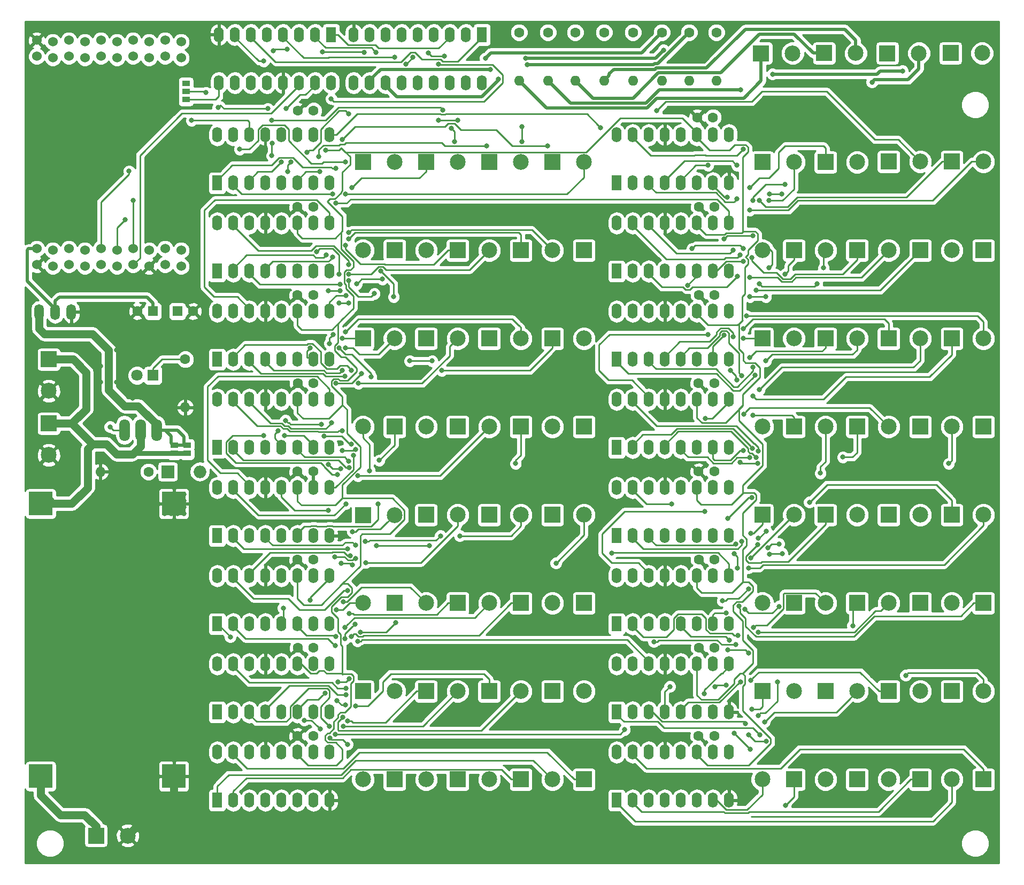
<source format=gtl>
G04 #@! TF.GenerationSoftware,KiCad,Pcbnew,no-vcs-found-08c4a0b~58~ubuntu16.04.1*
G04 #@! TF.CreationDate,2017-08-29T22:18:21+03:00*
G04 #@! TF.ProjectId,ND-03,4E442D30332E6B696361645F70636200,1*
G04 #@! TF.SameCoordinates,Original
G04 #@! TF.FileFunction,Copper,L1,Top,Signal*
G04 #@! TF.FilePolarity,Positive*
%FSLAX46Y46*%
G04 Gerber Fmt 4.6, Leading zero omitted, Abs format (unit mm)*
G04 Created by KiCad (PCBNEW no-vcs-found-08c4a0b~58~ubuntu16.04.1) date Tue Aug 29 22:18:21 2017*
%MOMM*%
%LPD*%
G01*
G04 APERTURE LIST*
%ADD10C,1.600000*%
%ADD11O,1.600000X1.600000*%
%ADD12R,1.270000X0.970000*%
%ADD13R,2.000000X2.000000*%
%ADD14O,2.000000X2.000000*%
%ADD15O,1.699260X3.500120*%
%ADD16R,2.500000X2.500000*%
%ADD17C,2.500000*%
%ADD18O,1.600000X2.400000*%
%ADD19R,1.600000X2.400000*%
%ADD20O,1.501140X2.499360*%
%ADD21R,1.600000X1.600000*%
%ADD22R,1.800000X1.800000*%
%ADD23C,1.800000*%
%ADD24C,1.524000*%
%ADD25R,3.683000X3.683000*%
%ADD26C,0.800000*%
%ADD27C,0.508000*%
%ADD28C,1.270000*%
%ADD29C,0.250000*%
%ADD30C,0.762000*%
%ADD31C,0.254000*%
G04 APERTURE END LIST*
D10*
X38100000Y-103124000D03*
D11*
X30480000Y-103124000D03*
D12*
X44196000Y-100208000D03*
X44196000Y-98928000D03*
X42164000Y-98928000D03*
X42164000Y-100208000D03*
D13*
X41148000Y-103124000D03*
D14*
X46228000Y-103124000D03*
D15*
X36830000Y-96520000D03*
X34290000Y-96520000D03*
X39370000Y-96520000D03*
D11*
X96774000Y-41148000D03*
D10*
X96774000Y-33528000D03*
X101346000Y-33528000D03*
D11*
X101346000Y-41148000D03*
X105664000Y-41148000D03*
D10*
X105664000Y-33528000D03*
X110236000Y-33528000D03*
D11*
X110236000Y-41148000D03*
X114808000Y-41148000D03*
D10*
X114808000Y-33528000D03*
X119380000Y-33528000D03*
D11*
X119380000Y-41148000D03*
X123698000Y-41148000D03*
D10*
X123698000Y-33528000D03*
X128016000Y-33528000D03*
D11*
X128016000Y-41148000D03*
D16*
X72047000Y-109982000D03*
D17*
X77047000Y-109982000D03*
D18*
X112226000Y-63740000D03*
X130006000Y-71360000D03*
X114766000Y-63740000D03*
X127466000Y-71360000D03*
X117306000Y-63740000D03*
X124926000Y-71360000D03*
X119846000Y-63740000D03*
X122386000Y-71360000D03*
X122386000Y-63740000D03*
X119846000Y-71360000D03*
X124926000Y-63740000D03*
X117306000Y-71360000D03*
X127466000Y-63740000D03*
X114766000Y-71360000D03*
X130006000Y-63740000D03*
D19*
X112226000Y-71360000D03*
D12*
X44027000Y-41642000D03*
X44027000Y-42912000D03*
X44027000Y-44182000D03*
D20*
X23326000Y-77837000D03*
X25866000Y-77837000D03*
X20786000Y-77837000D03*
D18*
X112226000Y-147560000D03*
X130006000Y-155180000D03*
X114766000Y-147560000D03*
X127466000Y-155180000D03*
X117306000Y-147560000D03*
X124926000Y-155180000D03*
X119846000Y-147560000D03*
X122386000Y-155180000D03*
X122386000Y-147560000D03*
X119846000Y-155180000D03*
X124926000Y-147560000D03*
X117306000Y-155180000D03*
X127466000Y-147560000D03*
X114766000Y-155180000D03*
X130006000Y-147560000D03*
D19*
X112226000Y-155180000D03*
X48980000Y-155180000D03*
D18*
X66760000Y-147560000D03*
X51520000Y-155180000D03*
X64220000Y-147560000D03*
X54060000Y-155180000D03*
X61680000Y-147560000D03*
X56600000Y-155180000D03*
X59140000Y-147560000D03*
X59140000Y-155180000D03*
X56600000Y-147560000D03*
X61680000Y-155180000D03*
X54060000Y-147560000D03*
X64220000Y-155180000D03*
X51520000Y-147560000D03*
X66760000Y-155180000D03*
X48980000Y-147560000D03*
X48980000Y-119620000D03*
X66760000Y-127240000D03*
X51520000Y-119620000D03*
X64220000Y-127240000D03*
X54060000Y-119620000D03*
X61680000Y-127240000D03*
X56600000Y-119620000D03*
X59140000Y-127240000D03*
X59140000Y-119620000D03*
X56600000Y-127240000D03*
X61680000Y-119620000D03*
X54060000Y-127240000D03*
X64220000Y-119620000D03*
X51520000Y-127240000D03*
X66760000Y-119620000D03*
D19*
X48980000Y-127240000D03*
X112226000Y-57390000D03*
D18*
X130006000Y-49770000D03*
X114766000Y-57390000D03*
X127466000Y-49770000D03*
X117306000Y-57390000D03*
X124926000Y-49770000D03*
X119846000Y-57390000D03*
X122386000Y-49770000D03*
X122386000Y-57390000D03*
X119846000Y-49770000D03*
X124926000Y-57390000D03*
X117306000Y-49770000D03*
X127466000Y-57390000D03*
X114766000Y-49770000D03*
X130006000Y-57390000D03*
X112226000Y-49770000D03*
X112226000Y-119620000D03*
X130006000Y-127240000D03*
X114766000Y-119620000D03*
X127466000Y-127240000D03*
X117306000Y-119620000D03*
X124926000Y-127240000D03*
X119846000Y-119620000D03*
X122386000Y-127240000D03*
X122386000Y-119620000D03*
X119846000Y-127240000D03*
X124926000Y-119620000D03*
X117306000Y-127240000D03*
X127466000Y-119620000D03*
X114766000Y-127240000D03*
X130006000Y-119620000D03*
D19*
X112226000Y-127240000D03*
X112226000Y-113270000D03*
D18*
X130006000Y-105650000D03*
X114766000Y-113270000D03*
X127466000Y-105650000D03*
X117306000Y-113270000D03*
X124926000Y-105650000D03*
X119846000Y-113270000D03*
X122386000Y-105650000D03*
X122386000Y-113270000D03*
X119846000Y-105650000D03*
X124926000Y-113270000D03*
X117306000Y-105650000D03*
X127466000Y-113270000D03*
X114766000Y-105650000D03*
X130006000Y-113270000D03*
X112226000Y-105650000D03*
X48980000Y-49770000D03*
X66760000Y-57390000D03*
X51520000Y-49770000D03*
X64220000Y-57390000D03*
X54060000Y-49770000D03*
X61680000Y-57390000D03*
X56600000Y-49770000D03*
X59140000Y-57390000D03*
X59140000Y-49770000D03*
X56600000Y-57390000D03*
X61680000Y-49770000D03*
X54060000Y-57390000D03*
X64220000Y-49770000D03*
X51520000Y-57390000D03*
X66760000Y-49770000D03*
D19*
X48980000Y-57390000D03*
X48980000Y-113270000D03*
D18*
X66760000Y-105650000D03*
X51520000Y-113270000D03*
X64220000Y-105650000D03*
X54060000Y-113270000D03*
X61680000Y-105650000D03*
X56600000Y-113270000D03*
X59140000Y-105650000D03*
X59140000Y-113270000D03*
X56600000Y-105650000D03*
X61680000Y-113270000D03*
X54060000Y-105650000D03*
X64220000Y-113270000D03*
X51520000Y-105650000D03*
X66760000Y-113270000D03*
X48980000Y-105650000D03*
D19*
X48980000Y-71360000D03*
D18*
X66760000Y-63740000D03*
X51520000Y-71360000D03*
X64220000Y-63740000D03*
X54060000Y-71360000D03*
X61680000Y-63740000D03*
X56600000Y-71360000D03*
X59140000Y-63740000D03*
X59140000Y-71360000D03*
X56600000Y-63740000D03*
X61680000Y-71360000D03*
X54060000Y-63740000D03*
X64220000Y-71360000D03*
X51520000Y-63740000D03*
X66760000Y-71360000D03*
X48980000Y-63740000D03*
X48980000Y-77710000D03*
X66760000Y-85330000D03*
X51520000Y-77710000D03*
X64220000Y-85330000D03*
X54060000Y-77710000D03*
X61680000Y-85330000D03*
X56600000Y-77710000D03*
X59140000Y-85330000D03*
X59140000Y-77710000D03*
X56600000Y-85330000D03*
X61680000Y-77710000D03*
X54060000Y-85330000D03*
X64220000Y-77710000D03*
X51520000Y-85330000D03*
X66760000Y-77710000D03*
D19*
X48980000Y-85330000D03*
X112226000Y-85330000D03*
D18*
X130006000Y-77710000D03*
X114766000Y-85330000D03*
X127466000Y-77710000D03*
X117306000Y-85330000D03*
X124926000Y-77710000D03*
X119846000Y-85330000D03*
X122386000Y-77710000D03*
X122386000Y-85330000D03*
X119846000Y-77710000D03*
X124926000Y-85330000D03*
X117306000Y-77710000D03*
X127466000Y-85330000D03*
X114766000Y-77710000D03*
X130006000Y-85330000D03*
X112226000Y-77710000D03*
X112226000Y-91680000D03*
X130006000Y-99300000D03*
X114766000Y-91680000D03*
X127466000Y-99300000D03*
X117306000Y-91680000D03*
X124926000Y-99300000D03*
X119846000Y-91680000D03*
X122386000Y-99300000D03*
X122386000Y-91680000D03*
X119846000Y-99300000D03*
X124926000Y-91680000D03*
X117306000Y-99300000D03*
X127466000Y-91680000D03*
X114766000Y-99300000D03*
X130006000Y-91680000D03*
D19*
X112226000Y-99300000D03*
X48980000Y-141210000D03*
D18*
X66760000Y-133590000D03*
X51520000Y-141210000D03*
X64220000Y-133590000D03*
X54060000Y-141210000D03*
X61680000Y-133590000D03*
X56600000Y-141210000D03*
X59140000Y-133590000D03*
X59140000Y-141210000D03*
X56600000Y-133590000D03*
X61680000Y-141210000D03*
X54060000Y-133590000D03*
X64220000Y-141210000D03*
X51520000Y-133590000D03*
X66760000Y-141210000D03*
X48980000Y-133590000D03*
X112226000Y-133590000D03*
X130006000Y-141210000D03*
X114766000Y-133590000D03*
X127466000Y-141210000D03*
X117306000Y-133590000D03*
X124926000Y-141210000D03*
X119846000Y-133590000D03*
X122386000Y-141210000D03*
X122386000Y-133590000D03*
X119846000Y-141210000D03*
X124926000Y-133590000D03*
X117306000Y-141210000D03*
X127466000Y-133590000D03*
X114766000Y-141210000D03*
X130006000Y-133590000D03*
D19*
X112226000Y-141210000D03*
X48980000Y-99300000D03*
D18*
X66760000Y-91680000D03*
X51520000Y-99300000D03*
X64220000Y-91680000D03*
X54060000Y-99300000D03*
X61680000Y-91680000D03*
X56600000Y-99300000D03*
X59140000Y-91680000D03*
X59140000Y-99300000D03*
X56600000Y-91680000D03*
X61680000Y-99300000D03*
X54060000Y-91680000D03*
X64220000Y-99300000D03*
X51520000Y-91680000D03*
X66760000Y-99300000D03*
X48980000Y-91680000D03*
D19*
X90890000Y-33895000D03*
D18*
X70570000Y-41515000D03*
X88350000Y-33895000D03*
X73110000Y-41515000D03*
X85810000Y-33895000D03*
X75650000Y-41515000D03*
X83270000Y-33895000D03*
X78190000Y-41515000D03*
X80730000Y-33895000D03*
X80730000Y-41515000D03*
X78190000Y-33895000D03*
X83270000Y-41515000D03*
X75650000Y-33895000D03*
X85810000Y-41515000D03*
X73110000Y-33895000D03*
X88350000Y-41515000D03*
X70570000Y-33895000D03*
X90890000Y-41515000D03*
D10*
X45170000Y-77710000D03*
D21*
X42670000Y-77710000D03*
X38820000Y-77710000D03*
D10*
X36320000Y-77710000D03*
X61720000Y-89140000D03*
X64220000Y-89140000D03*
X127680000Y-103110000D03*
X125180000Y-103110000D03*
X125180000Y-89140000D03*
X127680000Y-89140000D03*
X64180000Y-117080000D03*
X61680000Y-117080000D03*
X125180000Y-145020000D03*
X127680000Y-145020000D03*
X127720000Y-131050000D03*
X125220000Y-131050000D03*
X61680000Y-145020000D03*
X64180000Y-145020000D03*
X64220000Y-131050000D03*
X61720000Y-131050000D03*
X61680000Y-61200000D03*
X64180000Y-61200000D03*
X64180000Y-75170000D03*
X61680000Y-75170000D03*
X125220000Y-61200000D03*
X127720000Y-61200000D03*
X127720000Y-75170000D03*
X125220000Y-75170000D03*
X125220000Y-117080000D03*
X127720000Y-117080000D03*
X64180000Y-103110000D03*
X61680000Y-103110000D03*
X124968000Y-46990000D03*
X127468000Y-46990000D03*
X64220000Y-45960000D03*
X61720000Y-45960000D03*
D16*
X155293000Y-109968000D03*
D17*
X160293000Y-109968000D03*
X150086000Y-36816000D03*
D16*
X145086000Y-36816000D03*
X165086000Y-36816000D03*
D17*
X170086000Y-36816000D03*
X160086000Y-36830000D03*
D16*
X155086000Y-36830000D03*
X77047000Y-123938000D03*
D17*
X72047000Y-123938000D03*
X82047000Y-123938000D03*
D16*
X87047000Y-123938000D03*
X97047000Y-123938000D03*
D17*
X92047000Y-123938000D03*
X102047000Y-123938000D03*
D16*
X107047000Y-123938000D03*
X135293000Y-109968000D03*
D17*
X140293000Y-109968000D03*
X107047000Y-109968000D03*
D16*
X102047000Y-109968000D03*
X92047000Y-109968000D03*
D17*
X97047000Y-109968000D03*
X87047000Y-109968000D03*
D16*
X82047000Y-109968000D03*
D17*
X135293000Y-123938000D03*
D16*
X140293000Y-123938000D03*
X87047000Y-68058000D03*
D17*
X82047000Y-68058000D03*
X150293000Y-109968000D03*
D16*
X145293000Y-109968000D03*
X135086000Y-36830000D03*
D17*
X140086000Y-36830000D03*
X145293000Y-123938000D03*
D16*
X150293000Y-123938000D03*
X160293000Y-123938000D03*
D17*
X155293000Y-123938000D03*
X165293000Y-123938000D03*
D16*
X170293000Y-123938000D03*
X77047000Y-151878000D03*
D17*
X72047000Y-151878000D03*
X82047000Y-151878000D03*
D16*
X87047000Y-151878000D03*
X97047000Y-151878000D03*
D17*
X92047000Y-151878000D03*
X102047000Y-151878000D03*
D16*
X107047000Y-151878000D03*
X145293000Y-137908000D03*
D17*
X150293000Y-137908000D03*
X135293000Y-68058000D03*
D16*
X140293000Y-68058000D03*
X102047000Y-137908000D03*
D17*
X107047000Y-137908000D03*
X97047000Y-137908000D03*
D16*
X92047000Y-137908000D03*
X82047000Y-137908000D03*
D17*
X87047000Y-137908000D03*
X77047000Y-137908000D03*
D16*
X72047000Y-137908000D03*
X140293000Y-151878000D03*
D17*
X135293000Y-151878000D03*
X170293000Y-137908000D03*
D16*
X165293000Y-137908000D03*
X150293000Y-151878000D03*
D17*
X145293000Y-151878000D03*
X160293000Y-137908000D03*
D16*
X155293000Y-137908000D03*
X135293000Y-137908000D03*
D17*
X140293000Y-137908000D03*
X165293000Y-151878000D03*
D16*
X170293000Y-151878000D03*
X77047000Y-95998000D03*
D17*
X72047000Y-95998000D03*
X82047000Y-95998000D03*
D16*
X87047000Y-95998000D03*
X97047000Y-95998000D03*
D17*
X92047000Y-95998000D03*
X102047000Y-95998000D03*
D16*
X107047000Y-95998000D03*
X145293000Y-82028000D03*
D17*
X150293000Y-82028000D03*
X140293000Y-82028000D03*
D16*
X135293000Y-82028000D03*
X102047000Y-82028000D03*
D17*
X107047000Y-82028000D03*
X165293000Y-95998000D03*
D16*
X170293000Y-95998000D03*
X82047000Y-82028000D03*
D17*
X87047000Y-82028000D03*
X77047000Y-82028000D03*
D16*
X72047000Y-82028000D03*
X140293000Y-95998000D03*
D17*
X135293000Y-95998000D03*
X170293000Y-82028000D03*
D16*
X165293000Y-82028000D03*
X155293000Y-82028000D03*
D17*
X160293000Y-82028000D03*
X145293000Y-95998000D03*
D16*
X150293000Y-95998000D03*
X160293000Y-95998000D03*
D17*
X155293000Y-95998000D03*
X72047000Y-68058000D03*
D16*
X77047000Y-68058000D03*
X92047000Y-82028000D03*
D17*
X97047000Y-82028000D03*
X92047000Y-68058000D03*
D16*
X97047000Y-68058000D03*
X165293000Y-109968000D03*
D17*
X170293000Y-109968000D03*
X102047000Y-68058000D03*
D16*
X107047000Y-68058000D03*
X145293000Y-54088000D03*
D17*
X150293000Y-54088000D03*
X140293000Y-54088000D03*
D16*
X135293000Y-54088000D03*
X102047000Y-54088000D03*
D17*
X107047000Y-54088000D03*
X97047000Y-54088000D03*
D16*
X92047000Y-54088000D03*
X82047000Y-54088000D03*
D17*
X87047000Y-54088000D03*
X77047000Y-54088000D03*
D16*
X72047000Y-54088000D03*
X22310000Y-95490000D03*
D17*
X22310000Y-100490000D03*
X34798000Y-160782000D03*
D16*
X29798000Y-160782000D03*
X170293000Y-68058000D03*
D17*
X165293000Y-68058000D03*
X155293000Y-68058000D03*
D16*
X160293000Y-68058000D03*
X150293000Y-68058000D03*
D17*
X145293000Y-68058000D03*
X160293000Y-54000000D03*
D16*
X155293000Y-54000000D03*
X165293000Y-54000000D03*
D17*
X170293000Y-54000000D03*
X22310000Y-90330000D03*
D16*
X22310000Y-85330000D03*
X160293000Y-151878000D03*
D17*
X155293000Y-151878000D03*
D19*
X67014000Y-33895000D03*
D18*
X49234000Y-41515000D03*
X64474000Y-33895000D03*
X51774000Y-41515000D03*
X61934000Y-33895000D03*
X54314000Y-41515000D03*
X59394000Y-33895000D03*
X56854000Y-41515000D03*
X56854000Y-33895000D03*
X59394000Y-41515000D03*
X54314000Y-33895000D03*
X61934000Y-41515000D03*
X51774000Y-33895000D03*
X64474000Y-41515000D03*
X49234000Y-33895000D03*
X67014000Y-41515000D03*
D22*
X38820000Y-87870000D03*
D23*
X36280000Y-87870000D03*
D10*
X43900000Y-85330000D03*
D11*
X43900000Y-92950000D03*
D24*
X20405000Y-70344000D03*
X20405000Y-67804000D03*
X22945000Y-70598000D03*
X22945000Y-68058000D03*
X25485000Y-70344000D03*
X25485000Y-67804000D03*
X28025000Y-70598000D03*
X28025000Y-68058000D03*
X30565000Y-70344000D03*
X30565000Y-67804000D03*
X33105000Y-70598000D03*
X33105000Y-68058000D03*
X35645000Y-70344000D03*
X35645000Y-67804000D03*
X38185000Y-70598000D03*
X38185000Y-68058000D03*
X40725000Y-70344000D03*
X40725000Y-67804000D03*
X43265000Y-70598000D03*
X43265000Y-68058000D03*
X20405000Y-34784000D03*
X20405000Y-37324000D03*
X22945000Y-35038000D03*
X22945000Y-37578000D03*
X25485000Y-34784000D03*
X25485000Y-37324000D03*
X28025000Y-35038000D03*
X28025000Y-37578000D03*
X30565000Y-34784000D03*
X30565000Y-37324000D03*
X33105000Y-35038000D03*
X33105000Y-37578000D03*
X35645000Y-34784000D03*
X35645000Y-37324000D03*
X38185000Y-35038000D03*
X38185000Y-37578000D03*
X40725000Y-34784000D03*
X40725000Y-37324000D03*
X43265000Y-35038000D03*
X43265000Y-37578000D03*
D25*
X42122000Y-151370000D03*
X21040000Y-151370000D03*
X21040000Y-108190000D03*
X42122000Y-108190000D03*
D26*
X20320000Y-160020000D03*
X20320000Y-157480000D03*
X25400000Y-160020000D03*
X25400000Y-162560000D03*
X33020000Y-162560000D03*
X45720000Y-162560000D03*
X40640000Y-162560000D03*
X43180000Y-162560000D03*
X38100000Y-162560000D03*
X40640000Y-160020000D03*
X43180000Y-160020000D03*
X45720000Y-160020000D03*
X45720000Y-157480000D03*
X43180000Y-157480000D03*
X43180000Y-154940000D03*
X45720000Y-154940000D03*
X40640000Y-154940000D03*
X40640000Y-157480000D03*
X33020000Y-157480000D03*
X30480000Y-157480000D03*
X35560000Y-157480000D03*
X38100000Y-157480000D03*
X38100000Y-154940000D03*
X35560000Y-154940000D03*
X33020000Y-154940000D03*
X30480000Y-154940000D03*
X27940000Y-154940000D03*
X25400000Y-154940000D03*
X20320000Y-147320000D03*
X20320000Y-144780000D03*
X20320000Y-142240000D03*
X20320000Y-139700000D03*
X20320000Y-137160000D03*
X20320000Y-134620000D03*
X20320000Y-132080000D03*
X20320000Y-129540000D03*
X20320000Y-127000000D03*
X20320000Y-124460000D03*
X20320000Y-121920000D03*
X20320000Y-119380000D03*
X20320000Y-116840000D03*
X20320000Y-114300000D03*
X20320000Y-111760000D03*
X43180000Y-111760000D03*
X45720000Y-111760000D03*
X45720000Y-114300000D03*
X43180000Y-114300000D03*
X43180000Y-116840000D03*
X45720000Y-116840000D03*
X45720000Y-119380000D03*
X43180000Y-119380000D03*
X43180000Y-121920000D03*
X45720000Y-121920000D03*
X45720000Y-124460000D03*
X43180000Y-124460000D03*
X45720000Y-127000000D03*
X43180000Y-127000000D03*
X43180000Y-129540000D03*
X45720000Y-129540000D03*
X45720000Y-132080000D03*
X43180000Y-132080000D03*
X43180000Y-134620000D03*
X45720000Y-134620000D03*
X45720000Y-137160000D03*
X43180000Y-137160000D03*
X43180000Y-139700000D03*
X45720000Y-139700000D03*
X45720000Y-142240000D03*
X43180000Y-142240000D03*
X43180000Y-144780000D03*
X45720000Y-144780000D03*
X43180000Y-147320000D03*
X33020000Y-152400000D03*
X25400000Y-152400000D03*
X27940000Y-152400000D03*
X30480000Y-152400000D03*
X35560000Y-152400000D03*
X38100000Y-152400000D03*
X38100000Y-149860000D03*
X35560000Y-149860000D03*
X33020000Y-149860000D03*
X30480000Y-149860000D03*
X27940000Y-149860000D03*
X25400000Y-149860000D03*
X27940000Y-78740000D03*
X45720000Y-81280000D03*
X43180000Y-81280000D03*
X30480000Y-78740000D03*
X33020000Y-78740000D03*
X33020000Y-81280000D03*
X35560000Y-81280000D03*
X38100000Y-81280000D03*
X40640000Y-81280000D03*
X43180000Y-83820000D03*
X45720000Y-83820000D03*
X45720000Y-86360000D03*
X35560000Y-91440000D03*
X33020000Y-93980000D03*
X30480000Y-96520000D03*
X30480000Y-93980000D03*
X30480000Y-91440000D03*
X30480000Y-88900000D03*
X30480000Y-86360000D03*
X27940000Y-83820000D03*
X35560000Y-83820000D03*
X40640000Y-83820000D03*
X38100000Y-83820000D03*
X33020000Y-83820000D03*
X33020000Y-88900000D03*
X43180000Y-88900000D03*
X45720000Y-88900000D03*
X45720000Y-91440000D03*
X45720000Y-96520000D03*
X40640000Y-93980000D03*
X38100000Y-91440000D03*
X40640000Y-91440000D03*
X27940000Y-109220000D03*
X30480000Y-109220000D03*
X35560000Y-109220000D03*
X33020000Y-109220000D03*
X33020000Y-106680000D03*
X30480000Y-106680000D03*
X35560000Y-106680000D03*
X38100000Y-106680000D03*
X38100000Y-109220000D03*
X25400000Y-119380000D03*
X25400000Y-116840000D03*
X25400000Y-114300000D03*
X27940000Y-114300000D03*
X27940000Y-116840000D03*
X27940000Y-119380000D03*
X30480000Y-119380000D03*
X30480000Y-116840000D03*
X30480000Y-114300000D03*
X33020000Y-114300000D03*
X33020000Y-116840000D03*
X33020000Y-119380000D03*
X35560000Y-119380000D03*
X35560000Y-116840000D03*
X35560000Y-114300000D03*
X38100000Y-114300000D03*
X38100000Y-116840000D03*
X38100000Y-119380000D03*
X40640000Y-119380000D03*
X40640000Y-116840000D03*
X40640000Y-114300000D03*
X40640000Y-111760000D03*
X38100000Y-111760000D03*
X33020000Y-111760000D03*
X35560000Y-111760000D03*
X30480000Y-111760000D03*
X27940000Y-111760000D03*
X25400000Y-111760000D03*
X22860000Y-111760000D03*
X22860000Y-114300000D03*
X22860000Y-116840000D03*
X22860000Y-119380000D03*
X33020000Y-121920000D03*
X25400000Y-121920000D03*
X38100000Y-121920000D03*
X40640000Y-121920000D03*
X35560000Y-121920000D03*
X30480000Y-121920000D03*
X27940000Y-121920000D03*
X22860000Y-121920000D03*
X27940000Y-124460000D03*
X40640000Y-124460000D03*
X38100000Y-124460000D03*
X35560000Y-124460000D03*
X33020000Y-124460000D03*
X30480000Y-124460000D03*
X25400000Y-124460000D03*
X22860000Y-124460000D03*
X22860000Y-127000000D03*
X25400000Y-127000000D03*
X27940000Y-127000000D03*
X30480000Y-127000000D03*
X33020000Y-127000000D03*
X35560000Y-127000000D03*
X38100000Y-127000000D03*
X40640000Y-127000000D03*
X40640000Y-129540000D03*
X38100000Y-129540000D03*
X35560000Y-129540000D03*
X33020000Y-129540000D03*
X30480000Y-129540000D03*
X27940000Y-129540000D03*
X25400000Y-129540000D03*
X22860000Y-129540000D03*
X25400000Y-132080000D03*
X22860000Y-132080000D03*
X27940000Y-132080000D03*
X30480000Y-132080000D03*
X33020000Y-132080000D03*
X35560000Y-132080000D03*
X38100000Y-132080000D03*
X40640000Y-132080000D03*
X40640000Y-134620000D03*
X38100000Y-134620000D03*
X35560000Y-134620000D03*
X33020000Y-134620000D03*
X30480000Y-134620000D03*
X27940000Y-134620000D03*
X25400000Y-134620000D03*
X22860000Y-134620000D03*
X22860000Y-137160000D03*
X25400000Y-137160000D03*
X27940000Y-137160000D03*
X30480000Y-137160000D03*
X33020000Y-137160000D03*
X35560000Y-137160000D03*
X38100000Y-137160000D03*
X40640000Y-137160000D03*
X40640000Y-139700000D03*
X38100000Y-139700000D03*
X35560000Y-139700000D03*
X33020000Y-139700000D03*
X30480000Y-139700000D03*
X27940000Y-139700000D03*
X25400000Y-139700000D03*
X22860000Y-139700000D03*
X40640000Y-142240000D03*
X38100000Y-142240000D03*
X35560000Y-142240000D03*
X33020000Y-142240000D03*
X30480000Y-142240000D03*
X27940000Y-142240000D03*
X25400000Y-142240000D03*
X22860000Y-142240000D03*
X40640000Y-144780000D03*
X38100000Y-144780000D03*
X35560000Y-144780000D03*
X33020000Y-144780000D03*
X30480000Y-144780000D03*
X27940000Y-144780000D03*
X25400000Y-144780000D03*
X22860000Y-144780000D03*
X40640000Y-147320000D03*
X38100000Y-147320000D03*
X35560000Y-147320000D03*
X33020000Y-147320000D03*
X30480000Y-147320000D03*
X27940000Y-147320000D03*
X25400000Y-147320000D03*
X22860000Y-147320000D03*
X68580000Y-98552000D03*
X40640000Y-109728000D03*
X41656000Y-109728000D03*
X42672000Y-109728000D03*
X43688000Y-109728000D03*
X43688000Y-108712000D03*
X42672000Y-108712000D03*
X41656000Y-108712000D03*
X40640000Y-108712000D03*
X40640000Y-107696000D03*
X41656000Y-107696000D03*
X42672000Y-107696000D03*
X43688000Y-107696000D03*
X43688000Y-106680000D03*
X42672000Y-106680000D03*
X41656000Y-106680000D03*
X40640000Y-106680000D03*
X66548000Y-109220000D03*
X68778631Y-96651977D03*
X44916000Y-47484000D03*
X35010000Y-55485000D03*
X66182440Y-52194629D03*
X34375000Y-63232000D03*
X59902000Y-45579000D03*
X56981000Y-45579000D03*
X49107000Y-45452000D03*
X35645000Y-60184000D03*
X157480000Y-39624000D03*
X136906000Y-40132000D03*
X84032000Y-38515990D03*
X84930202Y-37315869D03*
X82381000Y-36816000D03*
X67014000Y-44055000D03*
X152654000Y-41402000D03*
X78825000Y-38515990D03*
X79968000Y-37451000D03*
X56346000Y-38086000D03*
X77047000Y-37451000D03*
X74126000Y-36689000D03*
X72221000Y-36689000D03*
X65613424Y-36578440D03*
X47202000Y-43039000D03*
X131826000Y-42579990D03*
X67633539Y-144732513D03*
X113496000Y-144004000D03*
X138938000Y-155956000D03*
X126093438Y-138292926D03*
X69342000Y-137429987D03*
X65278778Y-143886346D03*
X62754344Y-142507656D03*
X66802000Y-145288000D03*
X69596000Y-146304000D03*
X63712000Y-123480990D03*
X69850000Y-135890000D03*
X68072000Y-136398000D03*
X66040000Y-138176000D03*
X68834000Y-141986000D03*
X70866000Y-140208000D03*
X69342000Y-138430000D03*
X66728012Y-143468293D03*
X68916848Y-143436011D03*
X69631795Y-142588949D03*
X71191152Y-129968547D03*
X69320657Y-140081333D03*
X67956824Y-139390500D03*
X134874000Y-144780000D03*
X135890000Y-145796000D03*
X133096000Y-144780000D03*
X135636000Y-142748000D03*
X132588000Y-143002000D03*
X133421487Y-136195801D03*
X120650000Y-137160000D03*
X127762000Y-137160000D03*
X129540000Y-136906000D03*
X131826000Y-136398000D03*
X130810000Y-144526000D03*
X133350000Y-147066000D03*
X157988000Y-135382000D03*
X137668000Y-136398000D03*
X134620000Y-141732000D03*
X133604000Y-140716000D03*
X70365856Y-112601841D03*
X70565904Y-100556124D03*
X69596000Y-115315992D03*
X70418037Y-117869724D03*
X72460234Y-117565010D03*
X68579837Y-117668486D03*
X70893326Y-114794500D03*
X82550000Y-114808000D03*
X74168000Y-114808000D03*
X72406525Y-114130977D03*
X87376000Y-113284000D03*
X84328000Y-113284000D03*
X74422000Y-108204000D03*
X70911447Y-116883220D03*
X102616000Y-117602000D03*
X67564000Y-116586000D03*
X69342000Y-108204000D03*
X133457823Y-112874504D03*
X120904000Y-108204000D03*
X133096000Y-118364000D03*
X131318000Y-118364000D03*
X130810000Y-116078000D03*
X134625637Y-113664976D03*
X142748000Y-107950000D03*
X135890000Y-112522000D03*
X136424704Y-116162590D03*
X138430000Y-116078000D03*
X133604000Y-107188000D03*
X129794000Y-110490000D03*
X136134321Y-115205667D03*
X131064000Y-114590990D03*
X137922000Y-114554000D03*
X134556997Y-114662629D03*
X132059963Y-114140979D03*
X126196000Y-109460000D03*
X133441935Y-116803010D03*
X128953123Y-123577878D03*
X133096000Y-121666000D03*
X70024597Y-116421137D03*
X111464000Y-116064000D03*
X131400333Y-129068990D03*
X131096334Y-130531445D03*
X118110000Y-130048000D03*
X134620000Y-128524000D03*
X149606000Y-127508000D03*
X133096000Y-131826000D03*
X129794000Y-131318000D03*
X133894570Y-127826370D03*
X130048000Y-129794000D03*
X132545954Y-124949745D03*
X137922000Y-124460000D03*
X129540000Y-125476000D03*
X131562528Y-124438387D03*
X69596000Y-121920000D03*
X67818000Y-124968000D03*
X67774165Y-129242165D03*
X77216000Y-127000000D03*
X71628000Y-128524000D03*
X68924620Y-123727425D03*
X59436000Y-124714000D03*
X69882212Y-125575660D03*
X69159241Y-127798990D03*
X67683375Y-130708491D03*
X70242906Y-129249010D03*
X69224175Y-129587700D03*
X70792153Y-127262670D03*
X51054000Y-129286000D03*
X70892036Y-99610788D03*
X68792000Y-99808000D03*
X69833886Y-102458677D03*
X96224000Y-101840000D03*
X68498904Y-102670783D03*
X66611819Y-102000031D03*
X71241184Y-103781184D03*
X70189000Y-98792000D03*
X65871000Y-97522000D03*
X58643688Y-96599969D03*
X59781970Y-95003519D03*
X65490000Y-95617000D03*
X74634000Y-101332000D03*
X69808000Y-101459000D03*
X67104010Y-95396803D03*
X126303805Y-94684957D03*
X59648000Y-97395000D03*
X56346000Y-97395000D03*
X68030000Y-103618000D03*
X73110000Y-102983000D03*
X132292000Y-82028000D03*
X132800000Y-78472000D03*
X129244000Y-81520000D03*
X69390010Y-75198909D03*
X133816000Y-91172000D03*
X131276000Y-88632000D03*
X130260000Y-87108000D03*
X131983115Y-87924885D03*
X134832000Y-90156000D03*
X130694012Y-81728183D03*
X132292000Y-80504000D03*
X135848000Y-85584000D03*
X133816000Y-86600000D03*
X133308000Y-85076000D03*
X126704000Y-81360979D03*
X134172027Y-87834296D03*
X69304660Y-83547340D03*
X70247131Y-87039139D03*
X69217237Y-87964979D03*
X71336660Y-89144660D03*
X68772740Y-87069185D03*
X83016000Y-85584000D03*
X79460000Y-85584000D03*
X67300188Y-81402915D03*
X66760000Y-82826990D03*
X69300000Y-81012000D03*
X67776000Y-89140000D03*
X71840000Y-87616000D03*
X84540000Y-87108000D03*
X63712000Y-83552000D03*
X68284000Y-83552000D03*
X73364000Y-88124000D03*
X68792000Y-82028000D03*
X69808000Y-70344000D03*
X64728000Y-68312000D03*
X68284000Y-71868000D03*
X69808000Y-72884000D03*
X73872000Y-74916000D03*
X67765698Y-60602382D03*
X74888000Y-71360000D03*
X76920000Y-75424000D03*
X69808000Y-76440000D03*
X68284000Y-76440000D03*
X68444325Y-74473899D03*
X71040981Y-73385411D03*
X75137340Y-72634660D03*
X66542990Y-74414589D03*
X67285916Y-69109980D03*
X69300000Y-67296000D03*
X68399878Y-73474876D03*
X69808000Y-71868000D03*
X69808000Y-66280000D03*
X66252000Y-68820000D03*
X69795347Y-65267334D03*
X133816000Y-65772000D03*
X129244000Y-66280000D03*
X134324000Y-74408000D03*
X131346643Y-72163351D03*
X133308000Y-72376000D03*
X133668171Y-69169223D03*
X124164000Y-67804000D03*
X132292000Y-67804000D03*
X144992000Y-70852000D03*
X143976000Y-73392000D03*
X134832000Y-73392000D03*
X123480628Y-73567372D03*
X133308000Y-75424000D03*
X135848000Y-75424000D03*
X138896000Y-71868000D03*
X130674161Y-68021010D03*
X136356000Y-70852000D03*
X132292000Y-69836000D03*
X131784000Y-68820000D03*
X134632066Y-99882648D03*
X132292000Y-99808000D03*
X133765331Y-94169339D03*
X133308680Y-100882245D03*
X144484000Y-103364000D03*
X134323913Y-100833997D03*
X148040000Y-100824000D03*
X132337362Y-93979406D03*
X133741311Y-99428139D03*
X131762092Y-101607255D03*
X134541010Y-101844660D03*
X164804000Y-101840000D03*
X136356000Y-60184000D03*
X133308000Y-58152000D03*
X133811340Y-60188660D03*
X131282589Y-59893010D03*
X138896000Y-57644000D03*
X136389162Y-59134838D03*
X138388000Y-59168000D03*
X131276000Y-54596000D03*
X118576000Y-45960000D03*
X126704000Y-54596000D03*
X134832000Y-60184000D03*
X109686000Y-48627000D03*
X133308000Y-61708000D03*
X129752000Y-59676000D03*
X132292000Y-52056000D03*
X69300000Y-54088000D03*
X52536000Y-52056000D03*
X69300000Y-59168000D03*
X101304000Y-51548000D03*
X68792000Y-50532000D03*
X65236000Y-55612000D03*
X97246589Y-50822990D03*
X87084660Y-47479340D03*
X97240000Y-48500000D03*
X84032000Y-47484000D03*
X69808000Y-46468000D03*
X63204000Y-52564000D03*
X60664000Y-54088000D03*
X60156000Y-55612000D03*
X65085845Y-53212835D03*
X91652000Y-51548000D03*
X84726051Y-45801804D03*
X86070589Y-48717010D03*
X86572000Y-50822990D03*
X57616000Y-47484000D03*
X57663403Y-51080591D03*
X57616000Y-53072000D03*
X59140000Y-54088000D03*
X67272660Y-59163340D03*
X70316000Y-58152000D03*
X67776000Y-55104000D03*
X44027000Y-41642000D03*
X57870000Y-36435000D03*
X60029000Y-36181000D03*
X119634000Y-36322000D03*
X97790000Y-37592000D03*
X92202000Y-39370000D03*
X98044000Y-38608000D03*
X93472000Y-40894000D03*
X91440000Y-37592000D03*
X32004000Y-96012000D03*
D27*
X64180000Y-103110000D02*
X64180000Y-105610000D01*
X64180000Y-105610000D02*
X64220000Y-105650000D01*
X40727630Y-96520000D02*
X40640000Y-96520000D01*
X40640000Y-96520000D02*
X39370000Y-96520000D01*
X42672000Y-96520000D02*
X40640000Y-96520000D01*
X43688000Y-97536000D02*
X42672000Y-96520000D01*
X43688000Y-98570000D02*
X43688000Y-97536000D01*
X44196000Y-98928000D02*
X44046000Y-98928000D01*
X44046000Y-98928000D02*
X43688000Y-98570000D01*
X42164000Y-98928000D02*
X42014000Y-98928000D01*
X42014000Y-98928000D02*
X41656000Y-98570000D01*
X41656000Y-98570000D02*
X41656000Y-97448370D01*
X41656000Y-97448370D02*
X40727630Y-96520000D01*
X44196000Y-98928000D02*
X42164000Y-98928000D01*
D28*
X39857999Y-159532001D02*
X42122000Y-157268000D01*
X42122000Y-157268000D02*
X42122000Y-151370000D01*
X34798000Y-160782000D02*
X36047999Y-159532001D01*
X36047999Y-159532001D02*
X39857999Y-159532001D01*
X24130000Y-157480000D02*
X21040000Y-154390000D01*
X21040000Y-154390000D02*
X21040000Y-151370000D01*
X27996000Y-157480000D02*
X24130000Y-157480000D01*
X29798000Y-160782000D02*
X29798000Y-159282000D01*
X29798000Y-159282000D02*
X27996000Y-157480000D01*
X39370000Y-96520000D02*
X39370000Y-95619570D01*
X34290000Y-92710000D02*
X31750000Y-90170000D01*
X31750000Y-90170000D02*
X31750000Y-83820000D01*
X39370000Y-95619570D02*
X36460430Y-92710000D01*
X36460430Y-92710000D02*
X34290000Y-92710000D01*
X20786000Y-80476000D02*
X20786000Y-77837000D01*
X31750000Y-83820000D02*
X29210000Y-81280000D01*
X29210000Y-81280000D02*
X21590000Y-81280000D01*
X21590000Y-81280000D02*
X20786000Y-80476000D01*
D29*
X59140000Y-105650000D02*
X59140000Y-107100000D01*
X59140000Y-107100000D02*
X61260000Y-109220000D01*
X61260000Y-109220000D02*
X66548000Y-109220000D01*
X59446089Y-96329368D02*
X60033656Y-96329368D01*
X68072911Y-96792012D02*
X68212946Y-96651977D01*
X60033656Y-96329368D02*
X60464288Y-96760000D01*
X60464288Y-96760000D02*
X64923587Y-96760000D01*
X64923587Y-96760000D02*
X64955599Y-96792012D01*
X68212946Y-96651977D02*
X68778631Y-96651977D01*
X51520000Y-91680000D02*
X51520000Y-92080000D01*
X58991689Y-95874968D02*
X59446089Y-96329368D01*
X51520000Y-92080000D02*
X55314968Y-95874968D01*
X64955599Y-96792012D02*
X68072911Y-96792012D01*
X55314968Y-95874968D02*
X58991689Y-95874968D01*
D28*
X21040000Y-108190000D02*
X25922000Y-108190000D01*
X25922000Y-108190000D02*
X28448000Y-105664000D01*
X28448000Y-105664000D02*
X28448000Y-99540000D01*
X28448000Y-99540000D02*
X29210000Y-98778000D01*
D30*
X44196000Y-100208000D02*
X42164000Y-100208000D01*
X42164000Y-100208000D02*
X35682000Y-100208000D01*
D29*
X35682000Y-100208000D02*
X35560000Y-100330000D01*
D28*
X35560000Y-100330000D02*
X36830000Y-99060000D01*
X36830000Y-99060000D02*
X36830000Y-96520000D01*
X33020000Y-100330000D02*
X35560000Y-100330000D01*
X31468000Y-98778000D02*
X33020000Y-100330000D01*
X29210000Y-98778000D02*
X31468000Y-98778000D01*
D27*
X21040000Y-108190000D02*
X22112000Y-108190000D01*
X22112000Y-108190000D02*
X22860000Y-107442000D01*
D28*
X29210000Y-98778000D02*
X25922000Y-95490000D01*
X28194000Y-87376000D02*
X26148000Y-85330000D01*
X26148000Y-85330000D02*
X22310000Y-85330000D01*
X28194000Y-93218000D02*
X28194000Y-87376000D01*
X25922000Y-95490000D02*
X28194000Y-93218000D01*
X22310000Y-95490000D02*
X25922000Y-95490000D01*
D27*
X38820000Y-77710000D02*
X38820000Y-76402000D01*
X38820000Y-76402000D02*
X37856000Y-75438000D01*
X37856000Y-75438000D02*
X23967320Y-75438000D01*
X23967320Y-75438000D02*
X23326000Y-76079320D01*
X23326000Y-76079320D02*
X23326000Y-77837000D01*
X18886110Y-67981890D02*
X19064000Y-67804000D01*
X19064000Y-67804000D02*
X20405000Y-67804000D01*
X18886110Y-72898000D02*
X18886110Y-67981890D01*
X23326000Y-77837000D02*
X23326000Y-77337890D01*
X23326000Y-77337890D02*
X18886110Y-72898000D01*
D29*
X44916000Y-47484000D02*
X53806000Y-47484000D01*
X53806000Y-47484000D02*
X54060000Y-47738000D01*
X54060000Y-47738000D02*
X54060000Y-49770000D01*
X30565000Y-60438000D02*
X35010000Y-55993000D01*
X35010000Y-55993000D02*
X35010000Y-55485000D01*
X30565000Y-67804000D02*
X30565000Y-60438000D01*
X78622001Y-109211999D02*
X78622001Y-110724001D01*
X76711002Y-107301000D02*
X78622001Y-109211999D01*
X71636448Y-113300132D02*
X71636448Y-118045552D01*
X78622001Y-110724001D02*
X76337002Y-113009000D01*
X76337002Y-113009000D02*
X71927580Y-113009000D01*
X71636448Y-118045552D02*
X68792000Y-120890000D01*
X71927580Y-113009000D02*
X71636448Y-113300132D01*
X68792000Y-107301000D02*
X76711002Y-107301000D01*
X61680000Y-147960000D02*
X61680000Y-147560000D01*
X67831011Y-149663989D02*
X63383989Y-149663989D01*
X68792000Y-148703000D02*
X67831011Y-149663989D01*
X68792000Y-147109004D02*
X68792000Y-148703000D01*
X66453998Y-144562998D02*
X66076998Y-144939998D01*
X66475986Y-146034990D02*
X67717986Y-146034990D01*
X67453013Y-143816294D02*
X66706309Y-144562998D01*
X68108998Y-142074592D02*
X67453013Y-142730577D01*
X68108998Y-141637998D02*
X68108998Y-142074592D01*
X67453013Y-142730577D02*
X67453013Y-143816294D01*
X69182002Y-141260998D02*
X68485998Y-141260998D01*
X66706309Y-144562998D02*
X66453998Y-144562998D01*
X66076998Y-144939998D02*
X66076998Y-145636002D01*
X63383989Y-149663989D02*
X61680000Y-147960000D01*
X70140999Y-140302001D02*
X69182002Y-141260998D01*
X70198002Y-135164998D02*
X70575002Y-135541998D01*
X70575002Y-135541998D02*
X70575002Y-136238002D01*
X68868002Y-135164998D02*
X70198002Y-135164998D01*
X67717986Y-146034990D02*
X68792000Y-147109004D01*
X70140999Y-136672005D02*
X70140999Y-140302001D01*
X70575002Y-136238002D02*
X70140999Y-136672005D01*
X68792000Y-135241000D02*
X68868002Y-135164998D01*
X66076998Y-145636002D02*
X66475986Y-146034990D01*
X68485998Y-141260998D02*
X68108998Y-141637998D01*
X126629989Y-149663989D02*
X124926000Y-147960000D01*
X133095015Y-149663989D02*
X126629989Y-149663989D01*
X136615002Y-146144002D02*
X133095015Y-149663989D01*
X136615002Y-145447998D02*
X136615002Y-146144002D01*
X132165000Y-140997996D02*
X136615002Y-145447998D01*
X124926000Y-147960000D02*
X124926000Y-147560000D01*
X132165000Y-137123002D02*
X132165000Y-140997996D01*
X132551002Y-136737000D02*
X132165000Y-137123002D01*
X132551002Y-135500002D02*
X132551002Y-136737000D01*
X132165000Y-135114000D02*
X132551002Y-135500002D01*
X124926000Y-138513589D02*
X124926000Y-135040000D01*
X130846998Y-136672004D02*
X128284023Y-139234979D01*
X128284023Y-139234979D02*
X125647390Y-139234979D01*
X125647390Y-139234979D02*
X124926000Y-138513589D01*
X131782996Y-135114000D02*
X130846998Y-136049998D01*
X124926000Y-135040000D02*
X124926000Y-133590000D01*
X132165000Y-135114000D02*
X131782996Y-135114000D01*
X130846998Y-136049998D02*
X130846998Y-136672004D01*
X68792000Y-135241000D02*
X68666010Y-135115010D01*
X63754006Y-135115010D02*
X62228996Y-133590000D01*
X64685994Y-135115010D02*
X63754006Y-135115010D01*
X65843995Y-134664999D02*
X65136005Y-134664999D01*
X65136005Y-134664999D02*
X64685994Y-135115010D01*
X68666010Y-135115010D02*
X66294006Y-135115010D01*
X62228996Y-133590000D02*
X61680000Y-133590000D01*
X66294006Y-135115010D02*
X65843995Y-134664999D01*
X67092998Y-124486045D02*
X67092998Y-125316002D01*
X68499165Y-130486719D02*
X68792000Y-130779554D01*
X68792000Y-130779554D02*
X68792000Y-135241000D01*
X70321002Y-122268002D02*
X69586580Y-123002424D01*
X68108998Y-128503994D02*
X68499165Y-128894161D01*
X67092998Y-125316002D02*
X68108998Y-126332002D01*
X69586580Y-123002424D02*
X68576619Y-123002424D01*
X70321002Y-121571998D02*
X70321002Y-122268002D01*
X69639004Y-120890000D02*
X70321002Y-121571998D01*
X68792000Y-120890000D02*
X69639004Y-120890000D01*
X68576619Y-123002424D02*
X67092998Y-124486045D01*
X68108998Y-126332002D02*
X68108998Y-128503994D01*
X68499165Y-128894161D02*
X68499165Y-130486719D01*
X132165000Y-129821996D02*
X133821002Y-131477998D01*
X132165000Y-126771585D02*
X132165000Y-129821996D01*
X130658394Y-125264979D02*
X132165000Y-126771585D01*
X130658394Y-124272461D02*
X130658394Y-125264979D01*
X131217469Y-123713386D02*
X130658394Y-124272461D01*
X133821002Y-133457998D02*
X132165000Y-135114000D01*
X132165000Y-120636000D02*
X133139004Y-120636000D01*
X133821002Y-121317998D02*
X133821002Y-122014002D01*
X133139004Y-120636000D02*
X133821002Y-121317998D01*
X133821002Y-122014002D02*
X132121618Y-123713386D01*
X133821002Y-131477998D02*
X133821002Y-133457998D01*
X132121618Y-123713386D02*
X131217469Y-123713386D01*
X132165000Y-90914325D02*
X132165000Y-92569000D01*
X131566999Y-79705001D02*
X131566999Y-83714589D01*
X134897028Y-88182297D02*
X132165000Y-90914325D01*
X134897028Y-86608024D02*
X134897028Y-88182297D01*
X132234009Y-84381599D02*
X132234009Y-85469005D01*
X134164002Y-85874998D02*
X134897028Y-86608024D01*
X132640002Y-85874998D02*
X134164002Y-85874998D01*
X132234009Y-85469005D02*
X132640002Y-85874998D01*
X132165000Y-79107000D02*
X131566999Y-79705001D01*
X131566999Y-83714589D02*
X132234009Y-84381599D01*
X65476000Y-124206000D02*
X62652996Y-124206000D01*
X68792000Y-120890000D02*
X65476000Y-124206000D01*
X61680000Y-121070000D02*
X61680000Y-119620000D01*
X62652996Y-124206000D02*
X61680000Y-123233004D01*
X61680000Y-123233004D02*
X61680000Y-121070000D01*
X132165000Y-113173012D02*
X132784965Y-113792977D01*
X133952002Y-106462998D02*
X134329002Y-106839998D01*
X134329002Y-106839998D02*
X134329002Y-107536002D01*
X132784965Y-113792977D02*
X132784964Y-114849097D01*
X132241002Y-106462998D02*
X133952002Y-106462998D01*
X132165000Y-115469061D02*
X132165000Y-120636000D01*
X132165000Y-106539000D02*
X132241002Y-106462998D01*
X132784964Y-114849097D02*
X132165000Y-115469061D01*
X132165000Y-109700004D02*
X132165000Y-113173012D01*
X134329002Y-107536002D02*
X132165000Y-109700004D01*
X68792000Y-105205049D02*
X68792000Y-107301000D01*
X71617038Y-102380011D02*
X68792000Y-105205049D01*
X71617038Y-99147034D02*
X71617038Y-102380011D01*
X69517002Y-97046998D02*
X71617038Y-99147034D01*
X69517002Y-93294002D02*
X69517002Y-97046998D01*
X68792000Y-92569000D02*
X69517002Y-93294002D01*
X131612361Y-95007357D02*
X135357067Y-98752063D01*
X135357067Y-102101605D02*
X132165000Y-105293672D01*
X135357067Y-98752063D02*
X135357067Y-102101605D01*
X132165000Y-105293672D02*
X132165000Y-106539000D01*
X132165000Y-92569000D02*
X131612361Y-93121639D01*
X131612361Y-93121639D02*
X131612361Y-95007357D01*
X124926000Y-94596767D02*
X124926000Y-93130000D01*
X132165000Y-92696000D02*
X129451033Y-95409967D01*
X132165000Y-92569000D02*
X132165000Y-92696000D01*
X125739200Y-95409967D02*
X124926000Y-94596767D01*
X129451033Y-95409967D02*
X125739200Y-95409967D01*
X124926000Y-93130000D02*
X124926000Y-91680000D01*
X132074999Y-75389822D02*
X132074999Y-79016999D01*
X132509002Y-74955819D02*
X132074999Y-75389822D01*
X132509002Y-70692002D02*
X132509002Y-74955819D01*
X132165000Y-65137000D02*
X132255002Y-65046998D01*
X133017002Y-69487998D02*
X133017002Y-70184002D01*
X133017002Y-70184002D02*
X132509002Y-70692002D01*
X133017001Y-68007000D02*
X133017001Y-68733999D01*
X134541002Y-66482999D02*
X133017001Y-68007000D01*
X132255002Y-65046998D02*
X134164002Y-65046998D01*
X133017001Y-68733999D02*
X132640002Y-69110998D01*
X134541002Y-65423998D02*
X134541002Y-66482999D01*
X134164002Y-65046998D02*
X134541002Y-65423998D01*
X132640002Y-69110998D02*
X133017002Y-69487998D01*
X132074999Y-79016999D02*
X132165000Y-79107000D01*
X124926000Y-78110000D02*
X124926000Y-77710000D01*
X126710976Y-79894976D02*
X124926000Y-78110000D01*
X132165000Y-79107000D02*
X131377024Y-79894976D01*
X131377024Y-79894976D02*
X126710976Y-79894976D01*
X69621600Y-88689989D02*
X68398993Y-88689989D01*
X68792000Y-91229004D02*
X68792000Y-92569000D01*
X67050998Y-88791998D02*
X67050998Y-89488002D01*
X68619322Y-84960326D02*
X69241330Y-84960326D01*
X67050998Y-89488002D02*
X68792000Y-91229004D01*
X71041002Y-86759998D02*
X71041002Y-87270587D01*
X69241330Y-84960326D02*
X71041002Y-86759998D01*
X68066999Y-79705001D02*
X68066999Y-82695997D01*
X68398993Y-88689989D02*
X68124002Y-88414998D01*
X68792000Y-78980000D02*
X68066999Y-79705001D01*
X67427998Y-88414998D02*
X67050998Y-88791998D01*
X67558998Y-83900002D02*
X68619322Y-84960326D01*
X67558998Y-83203998D02*
X67558998Y-83900002D01*
X68066999Y-82695997D02*
X67558998Y-83203998D01*
X71041002Y-87270587D02*
X69621600Y-88689989D01*
X68124002Y-88414998D02*
X67427998Y-88414998D01*
X69357989Y-73506993D02*
X69357989Y-74086400D01*
X70533002Y-77238998D02*
X68792000Y-78980000D01*
X69082998Y-71519998D02*
X69082998Y-73232002D01*
X70533002Y-70692002D02*
X70082006Y-71142998D01*
X69357989Y-74086400D02*
X70533002Y-75261412D01*
X68574999Y-67838177D02*
X70533002Y-69796180D01*
X70533002Y-69796180D02*
X70533002Y-70692002D01*
X70533002Y-75261412D02*
X70533002Y-77238998D01*
X68574999Y-65227001D02*
X68574999Y-67838177D01*
X68792000Y-65010000D02*
X68574999Y-65227001D01*
X69459998Y-71142998D02*
X69082998Y-71519998D01*
X69082998Y-73232002D02*
X69357989Y-73506993D01*
X70082006Y-71142998D02*
X69459998Y-71142998D01*
X132165000Y-65137000D02*
X131980011Y-65321989D01*
X129332590Y-65554999D02*
X126340999Y-65554999D01*
X129565600Y-65321989D02*
X129332590Y-65554999D01*
X131980011Y-65321989D02*
X129565600Y-65321989D01*
X126340999Y-65554999D02*
X124926000Y-64140000D01*
X124926000Y-64140000D02*
X124926000Y-63740000D01*
X132165000Y-53256004D02*
X132165000Y-65137000D01*
X133017002Y-52404002D02*
X132165000Y-53256004D01*
X133017002Y-51707998D02*
X133017002Y-52404002D01*
X130927998Y-51330998D02*
X132640002Y-51330998D01*
X124926000Y-50170000D02*
X126939000Y-52183000D01*
X130075996Y-52183000D02*
X130927998Y-51330998D01*
X124926000Y-49770000D02*
X124926000Y-50170000D01*
X132640002Y-51330998D02*
X133017002Y-51707998D01*
X126939000Y-52183000D02*
X130075996Y-52183000D01*
X67616002Y-59893002D02*
X68574999Y-58934005D01*
X70025002Y-53232000D02*
X68632001Y-51838999D01*
X70025002Y-54436002D02*
X70025002Y-53232000D01*
X68574999Y-58819999D02*
X68792000Y-58602998D01*
X68574999Y-58934005D02*
X68574999Y-58819999D01*
X66415998Y-60278002D02*
X66800998Y-59893002D01*
X68792000Y-62654004D02*
X66415998Y-60278002D01*
X66800998Y-59893002D02*
X67616002Y-59893002D01*
X68792000Y-65010000D02*
X68792000Y-62654004D01*
X68792000Y-55669004D02*
X70025002Y-54436002D01*
X68792000Y-58602998D02*
X68792000Y-55669004D01*
X122659000Y-47103000D02*
X112791004Y-47103000D01*
X68276371Y-52194629D02*
X66748125Y-52194629D01*
X86768252Y-52496159D02*
X86758400Y-52506011D01*
X84851748Y-52496159D02*
X69289161Y-52496159D01*
X112791004Y-47103000D02*
X107397845Y-52496159D01*
X107397845Y-52496159D02*
X86768252Y-52496159D01*
X124926000Y-49770000D02*
X124926000Y-49370000D01*
X86758400Y-52506011D02*
X84861600Y-52506011D01*
X69289161Y-52496159D02*
X68632001Y-51838999D01*
X68632001Y-51838999D02*
X68276371Y-52194629D01*
X66748125Y-52194629D02*
X66182440Y-52194629D01*
X84861600Y-52506011D02*
X84851748Y-52496159D01*
X124926000Y-49370000D02*
X122659000Y-47103000D01*
X132165000Y-120636000D02*
X130514000Y-122287000D01*
X125688000Y-122287000D02*
X124926000Y-121525000D01*
X130514000Y-122287000D02*
X125688000Y-122287000D01*
X124926000Y-121525000D02*
X124926000Y-119620000D01*
X125561000Y-108317000D02*
X124926000Y-107682000D01*
X124926000Y-107682000D02*
X124926000Y-105650000D01*
X130387000Y-108317000D02*
X125561000Y-108317000D01*
X132165000Y-106539000D02*
X130387000Y-108317000D01*
X62315000Y-108444000D02*
X61680000Y-107809000D01*
X61680000Y-107809000D02*
X61680000Y-105650000D01*
X67649000Y-108444000D02*
X62315000Y-108444000D01*
X68792000Y-107301000D02*
X67649000Y-108444000D01*
X62569000Y-94728000D02*
X61680000Y-93839000D01*
X61680000Y-93839000D02*
X61680000Y-91680000D01*
X66633000Y-94728000D02*
X62569000Y-94728000D01*
X68792000Y-92569000D02*
X66633000Y-94728000D01*
X62315000Y-80631000D02*
X61680000Y-79996000D01*
X61680000Y-79996000D02*
X61680000Y-77710000D01*
X67141000Y-80631000D02*
X62315000Y-80631000D01*
X68792000Y-78980000D02*
X67141000Y-80631000D01*
X62442000Y-66153000D02*
X61680000Y-65391000D01*
X61680000Y-65391000D02*
X61680000Y-63740000D01*
X67649000Y-66153000D02*
X62442000Y-66153000D01*
X68792000Y-65010000D02*
X67649000Y-66153000D01*
X33105000Y-64502000D02*
X34375000Y-63232000D01*
X33105000Y-66980370D02*
X33105000Y-64502000D01*
X33105000Y-68058000D02*
X33105000Y-66980370D01*
X61934000Y-41515000D02*
X61934000Y-41915000D01*
X61934000Y-41915000D02*
X57508000Y-46341000D01*
X57508000Y-46341000D02*
X43392000Y-46341000D01*
X36732001Y-69256999D02*
X35645000Y-70344000D01*
X43392000Y-46341000D02*
X36732001Y-53000999D01*
X36732001Y-53000999D02*
X36732001Y-69256999D01*
X62061000Y-43420000D02*
X62969000Y-43420000D01*
X62969000Y-43420000D02*
X64474000Y-41915000D01*
X64474000Y-41915000D02*
X64474000Y-41515000D01*
X59902000Y-45579000D02*
X62061000Y-43420000D01*
X49506999Y-45052001D02*
X50033998Y-45579000D01*
X50033998Y-45579000D02*
X56981000Y-45579000D01*
X49107000Y-45452000D02*
X49506999Y-45052001D01*
X35645000Y-66726370D02*
X35645000Y-60184000D01*
X35645000Y-67804000D02*
X35645000Y-66726370D01*
X38820000Y-87870000D02*
X38820000Y-86720000D01*
X38820000Y-86720000D02*
X40210000Y-85330000D01*
X40210000Y-85330000D02*
X42768630Y-85330000D01*
X42768630Y-85330000D02*
X43900000Y-85330000D01*
X84712012Y-38122998D02*
X87062002Y-38122998D01*
X58232000Y-38213000D02*
X78099998Y-38213000D01*
X54314000Y-33895000D02*
X54314000Y-34295000D01*
X54314000Y-34295000D02*
X58232000Y-38213000D01*
X90890000Y-34295000D02*
X90890000Y-33895000D01*
X81380992Y-37790988D02*
X84380002Y-37790988D01*
X87062002Y-38122998D02*
X90890000Y-34295000D01*
X84380002Y-37790988D02*
X84712012Y-38122998D01*
X78099998Y-38213000D02*
X79587000Y-36725998D01*
X79587000Y-36725998D02*
X80316002Y-36725998D01*
X80316002Y-36725998D02*
X81380992Y-37790988D01*
X85810000Y-34295000D02*
X85810000Y-33895000D01*
X74564004Y-36054000D02*
X84051000Y-36054000D01*
X74023991Y-35513987D02*
X74564004Y-36054000D01*
X68064000Y-33895000D02*
X69682987Y-35513987D01*
X67014000Y-33895000D02*
X68064000Y-33895000D01*
X69682987Y-35513987D02*
X74023991Y-35513987D01*
X84051000Y-36054000D02*
X85810000Y-34295000D01*
D27*
X153416000Y-40132000D02*
X153924000Y-39624000D01*
X153924000Y-39624000D02*
X157480000Y-39624000D01*
X136906000Y-40132000D02*
X153416000Y-40132000D01*
D29*
X92550002Y-38644998D02*
X84161008Y-38644998D01*
X94197002Y-41496002D02*
X94197002Y-40291998D01*
X91238005Y-44454999D02*
X94197002Y-41496002D01*
X94197002Y-40291998D02*
X92550002Y-38644998D01*
X67413999Y-44454999D02*
X91238005Y-44454999D01*
X84364517Y-37315869D02*
X84930202Y-37315869D01*
X84161008Y-38644998D02*
X84032000Y-38515990D01*
X67014000Y-44055000D02*
X67413999Y-44454999D01*
X82880869Y-37315869D02*
X84364517Y-37315869D01*
X82381000Y-36816000D02*
X82880869Y-37315869D01*
D27*
X152654000Y-41402000D02*
X153053999Y-41002001D01*
X153053999Y-41002001D02*
X158387999Y-41002001D01*
X158387999Y-41002001D02*
X160086000Y-39304000D01*
X160086000Y-39304000D02*
X160086000Y-36830000D01*
D29*
X79968000Y-37451000D02*
X78903010Y-38515990D01*
X78903010Y-38515990D02*
X78825000Y-38515990D01*
X51774000Y-33895000D02*
X51774000Y-34295000D01*
X51774000Y-34295000D02*
X55565000Y-38086000D01*
X55565000Y-38086000D02*
X56346000Y-38086000D01*
X66690002Y-37451000D02*
X76481315Y-37451000D01*
X59394000Y-34295000D02*
X62640001Y-37541001D01*
X62640001Y-37541001D02*
X66600001Y-37541001D01*
X76481315Y-37451000D02*
X77047000Y-37451000D01*
X66600001Y-37541001D02*
X66690002Y-37451000D01*
X59394000Y-33895000D02*
X59394000Y-34295000D01*
D27*
X148336000Y-33020000D02*
X150086000Y-34770000D01*
X150086000Y-34770000D02*
X150086000Y-36816000D01*
X132588000Y-33020000D02*
X148336000Y-33020000D01*
X126422012Y-39185988D02*
X132588000Y-33020000D01*
X118484812Y-39185988D02*
X126422012Y-39185988D01*
X111760000Y-39370000D02*
X118300800Y-39370000D01*
X111035999Y-40094001D02*
X111760000Y-39370000D01*
X118300800Y-39370000D02*
X118484812Y-39185988D01*
X110236000Y-41148000D02*
X111035999Y-40348001D01*
X111035999Y-40348001D02*
X111035999Y-40094001D01*
D29*
X73726001Y-36289001D02*
X74126000Y-36689000D01*
X73400998Y-35963998D02*
X73726001Y-36289001D01*
X66142998Y-35963998D02*
X73400998Y-35963998D01*
X64474000Y-34295000D02*
X66142998Y-35963998D01*
X64474000Y-33895000D02*
X64474000Y-34295000D01*
D27*
X140294000Y-33782000D02*
X143328000Y-36816000D01*
X114793278Y-43942000D02*
X118841279Y-39893999D01*
X134816798Y-33782000D02*
X140294000Y-33782000D01*
X143328000Y-36816000D02*
X145086000Y-36816000D01*
X108458000Y-43942000D02*
X114793278Y-43942000D01*
X128704799Y-39893999D02*
X134816798Y-33782000D01*
X118841279Y-39893999D02*
X128704799Y-39893999D01*
X105664000Y-41148000D02*
X108458000Y-43942000D01*
D29*
X65613424Y-36578440D02*
X72110440Y-36578440D01*
X72110440Y-36578440D02*
X72221000Y-36689000D01*
X44027000Y-42912000D02*
X47075000Y-42912000D01*
X47075000Y-42912000D02*
X47202000Y-43039000D01*
D27*
X116825278Y-44704000D02*
X118949288Y-42579990D01*
X104902000Y-44704000D02*
X116825278Y-44704000D01*
X118949288Y-42579990D02*
X131260315Y-42579990D01*
X101346000Y-41148000D02*
X104902000Y-44704000D01*
X131260315Y-42579990D02*
X131826000Y-42579990D01*
X135086000Y-38588000D02*
X135086000Y-36830000D01*
X132334000Y-43942000D02*
X135086000Y-41190000D01*
X118588556Y-43942000D02*
X132334000Y-43942000D01*
X117064556Y-45466000D02*
X118588556Y-43942000D01*
X101092000Y-45466000D02*
X117064556Y-45466000D01*
X96774000Y-41148000D02*
X101092000Y-45466000D01*
X135086000Y-41190000D02*
X135086000Y-38588000D01*
D29*
X162306000Y-158496000D02*
X165293000Y-155509000D01*
X165293000Y-155509000D02*
X165293000Y-151878000D01*
X115142000Y-158496000D02*
X162306000Y-158496000D01*
X112226000Y-155180000D02*
X112226000Y-155580000D01*
X112226000Y-155580000D02*
X115142000Y-158496000D01*
X112767487Y-144732513D02*
X68199224Y-144732513D01*
X113496000Y-144004000D02*
X112767487Y-144732513D01*
X68199224Y-144732513D02*
X67633539Y-144732513D01*
X133224411Y-156972000D02*
X153699000Y-156972000D01*
X129353606Y-157155021D02*
X133041390Y-157155021D01*
X133041390Y-157155021D02*
X133224411Y-156972000D01*
X129170585Y-156972000D02*
X129353606Y-157155021D01*
X116158000Y-156972000D02*
X129170585Y-156972000D01*
X114766000Y-155580000D02*
X116158000Y-156972000D01*
X114766000Y-155180000D02*
X114766000Y-155580000D01*
X158793000Y-151878000D02*
X160293000Y-151878000D01*
X153699000Y-156972000D02*
X158793000Y-151878000D01*
X138938000Y-155956000D02*
X140293000Y-154601000D01*
X140293000Y-154601000D02*
X140293000Y-151878000D01*
X126093438Y-137727241D02*
X126093438Y-138292926D01*
X128956000Y-135040000D02*
X128780679Y-135040000D01*
X130006000Y-133590000D02*
X130006000Y-133990000D01*
X130006000Y-133990000D02*
X128956000Y-135040000D01*
X128780679Y-135040000D02*
X126093438Y-137727241D01*
X132854990Y-156705010D02*
X135293000Y-154267000D01*
X135293000Y-154267000D02*
X135293000Y-151878000D01*
X128014996Y-155180000D02*
X129540006Y-156705010D01*
X127466000Y-155180000D02*
X128014996Y-155180000D01*
X129540006Y-156705010D02*
X132854990Y-156705010D01*
X167132000Y-147066000D02*
X170293000Y-150227000D01*
X170293000Y-150227000D02*
X170293000Y-151878000D01*
X141224000Y-147066000D02*
X167132000Y-147066000D01*
X138176000Y-150114000D02*
X141224000Y-147066000D01*
X116920000Y-150114000D02*
X138176000Y-150114000D01*
X114766000Y-147560000D02*
X114766000Y-147960000D01*
X114766000Y-147960000D02*
X116920000Y-150114000D01*
X68030985Y-137429987D02*
X68776315Y-137429987D01*
X54080977Y-136550977D02*
X67151975Y-136550977D01*
X51520000Y-133990000D02*
X54080977Y-136550977D01*
X68776315Y-137429987D02*
X69342000Y-137429987D01*
X51520000Y-133590000D02*
X51520000Y-133990000D01*
X67151975Y-136550977D02*
X68030985Y-137429987D01*
X64878779Y-143486347D02*
X65278778Y-143886346D01*
X62754344Y-142507656D02*
X63900088Y-142507656D01*
X63900088Y-142507656D02*
X64878779Y-143486347D01*
X68876979Y-145584979D02*
X67098979Y-145584979D01*
X67098979Y-145584979D02*
X66802000Y-145288000D01*
X69596000Y-146304000D02*
X68876979Y-145584979D01*
X66760000Y-120020000D02*
X63712000Y-123068000D01*
X63712000Y-123068000D02*
X63712000Y-123480990D01*
X66760000Y-119620000D02*
X66760000Y-120020000D01*
X64981021Y-139234979D02*
X65640001Y-138575999D01*
X61680000Y-141210000D02*
X61680000Y-140810000D01*
X63255021Y-139234979D02*
X64981021Y-139234979D01*
X61680000Y-140810000D02*
X63255021Y-139234979D01*
X65640001Y-138575999D02*
X66040000Y-138176000D01*
X68072000Y-136398000D02*
X69342000Y-136398000D01*
X69342000Y-136398000D02*
X69850000Y-135890000D01*
X97047000Y-137908000D02*
X90793988Y-144161012D01*
X68215012Y-144161012D02*
X68072000Y-144018000D01*
X90793988Y-144161012D02*
X68215012Y-144161012D01*
X68072000Y-144018000D02*
X68072000Y-142748000D01*
X68072000Y-142748000D02*
X68834000Y-141986000D01*
X68776315Y-138430000D02*
X69342000Y-138430000D01*
X56600000Y-141210000D02*
X56600000Y-140810000D01*
X66574401Y-137000988D02*
X68003413Y-138430000D01*
X68003413Y-138430000D02*
X68776315Y-138430000D01*
X56600000Y-140810000D02*
X60409012Y-137000988D01*
X60409012Y-137000988D02*
X66574401Y-137000988D01*
X91186000Y-135128000D02*
X92047000Y-135989000D01*
X92047000Y-135989000D02*
X92047000Y-137908000D01*
X76454000Y-135128000D02*
X91186000Y-135128000D01*
X75184000Y-136398000D02*
X76454000Y-135128000D01*
X75184000Y-137856002D02*
X75184000Y-136398000D01*
X70866000Y-140208000D02*
X72832002Y-140208000D01*
X72832002Y-140208000D02*
X75184000Y-137856002D01*
X55185010Y-142735010D02*
X59895974Y-142735010D01*
X60554990Y-142075994D02*
X60554990Y-140344006D01*
X54060000Y-141210000D02*
X54060000Y-141610000D01*
X66765001Y-137827999D02*
X66765001Y-138924015D01*
X65345010Y-142085291D02*
X66328013Y-143068294D01*
X66765001Y-138924015D02*
X65345010Y-140344006D01*
X54060000Y-141610000D02*
X55185010Y-142735010D01*
X66388001Y-137450999D02*
X66765001Y-137827999D01*
X60554990Y-140344006D02*
X63447997Y-137450999D01*
X65345010Y-140344006D02*
X65345010Y-142085291D01*
X63447997Y-137450999D02*
X66388001Y-137450999D01*
X66328013Y-143068294D02*
X66728012Y-143468293D01*
X59895974Y-142735010D02*
X60554990Y-142075994D01*
X87047000Y-137908000D02*
X81518989Y-143436011D01*
X69482533Y-143436011D02*
X68916848Y-143436011D01*
X81518989Y-143436011D02*
X69482533Y-143436011D01*
X82047000Y-137908000D02*
X80547000Y-137908000D01*
X75609011Y-142845989D02*
X70454520Y-142845989D01*
X80547000Y-137908000D02*
X75609011Y-142845989D01*
X70197480Y-142588949D02*
X69631795Y-142588949D01*
X70454520Y-142845989D02*
X70197480Y-142588949D01*
X117306000Y-133590000D02*
X117306000Y-133190000D01*
X117306000Y-133190000D02*
X113896000Y-129780000D01*
X113896000Y-129780000D02*
X71945384Y-129780000D01*
X71945384Y-129780000D02*
X71756837Y-129968547D01*
X71756837Y-129968547D02*
X71191152Y-129968547D01*
X68647657Y-140081333D02*
X68754972Y-140081333D01*
X67956824Y-139390500D02*
X68647657Y-140081333D01*
X68754972Y-140081333D02*
X69320657Y-140081333D01*
X134474001Y-144380001D02*
X134874000Y-144780000D01*
X133821002Y-143727002D02*
X134474001Y-144380001D01*
X112226000Y-141610000D02*
X113351010Y-142735010D01*
X118743596Y-142735010D02*
X119735588Y-143727002D01*
X112226000Y-141210000D02*
X112226000Y-141610000D01*
X113351010Y-142735010D02*
X118743596Y-142735010D01*
X119735588Y-143727002D02*
X133821002Y-143727002D01*
X134112000Y-145796000D02*
X135890000Y-145796000D01*
X133096000Y-144780000D02*
X134112000Y-145796000D01*
X149009000Y-139192000D02*
X150293000Y-137908000D01*
X137160000Y-141224000D02*
X146977000Y-141224000D01*
X146977000Y-141224000D02*
X149009000Y-139192000D01*
X135636000Y-142748000D02*
X137160000Y-141224000D01*
X119380006Y-142735010D02*
X132321010Y-142735010D01*
X117306000Y-141210000D02*
X117854996Y-141210000D01*
X117854996Y-141210000D02*
X119380006Y-142735010D01*
X132321010Y-142735010D02*
X132588000Y-143002000D01*
X153793000Y-137908000D02*
X150759000Y-134874000D01*
X133821486Y-135795802D02*
X133421487Y-136195801D01*
X134743288Y-134874000D02*
X133821486Y-135795802D01*
X150759000Y-134874000D02*
X134743288Y-134874000D01*
X155293000Y-137908000D02*
X153793000Y-137908000D01*
X120650000Y-137160000D02*
X119846000Y-137964000D01*
X119846000Y-137964000D02*
X119846000Y-141210000D01*
X128016000Y-136906000D02*
X127762000Y-137160000D01*
X129540000Y-136906000D02*
X128016000Y-136906000D01*
X128470424Y-139684988D02*
X131757412Y-136398000D01*
X131757412Y-136398000D02*
X131826000Y-136398000D01*
X123511010Y-139684990D02*
X128470424Y-139684988D01*
X122386000Y-141210000D02*
X122386000Y-140810000D01*
X122386000Y-140810000D02*
X123511010Y-139684990D01*
X133350000Y-147066000D02*
X130810000Y-144526000D01*
X169272001Y-134982001D02*
X170293000Y-136003000D01*
X170293000Y-136003000D02*
X170293000Y-137908000D01*
X157988000Y-135382000D02*
X158387999Y-134982001D01*
X158387999Y-134982001D02*
X169272001Y-134982001D01*
X137668000Y-139446000D02*
X137668000Y-136398000D01*
X135781999Y-141332001D02*
X137668000Y-139446000D01*
X134620000Y-141732000D02*
X135019999Y-141332001D01*
X135019999Y-141332001D02*
X135781999Y-141332001D01*
X134874000Y-140716000D02*
X135293000Y-140297000D01*
X135293000Y-140297000D02*
X135293000Y-137908000D01*
X133604000Y-140716000D02*
X134874000Y-140716000D01*
X105547000Y-151878000D02*
X107047000Y-151878000D01*
X101243000Y-147574000D02*
X105547000Y-151878000D01*
X71499590Y-147574000D02*
X101243000Y-147574000D01*
X68959590Y-150114000D02*
X71499590Y-147574000D01*
X51520000Y-147960000D02*
X53674000Y-150114000D01*
X53674000Y-150114000D02*
X68959590Y-150114000D01*
X51520000Y-147560000D02*
X51520000Y-147960000D01*
X68834000Y-151638000D02*
X70169001Y-150302999D01*
X70169001Y-150302999D02*
X93971999Y-150302999D01*
X93971999Y-150302999D02*
X95547000Y-151878000D01*
X95547000Y-151878000D02*
X97047000Y-151878000D01*
X53612000Y-151638000D02*
X68834000Y-151638000D01*
X51520000Y-155180000D02*
X51520000Y-153730000D01*
X51520000Y-153730000D02*
X53612000Y-151638000D01*
X50800000Y-151130000D02*
X48980000Y-152950000D01*
X48980000Y-152950000D02*
X48980000Y-155180000D01*
X68580000Y-151130000D02*
X50800000Y-151130000D01*
X70866000Y-148844000D02*
X68580000Y-151130000D01*
X99013000Y-148844000D02*
X70866000Y-148844000D01*
X102047000Y-151878000D02*
X99013000Y-148844000D01*
X75797001Y-111231999D02*
X77047000Y-109982000D01*
X70931541Y-112601841D02*
X71323371Y-112210011D01*
X74818989Y-112210011D02*
X75797001Y-111231999D01*
X71323371Y-112210011D02*
X74818989Y-112210011D01*
X70365856Y-112601841D02*
X70931541Y-112601841D01*
X70565904Y-101121809D02*
X70565904Y-100556124D01*
X70565904Y-102794734D02*
X70565904Y-101121809D01*
X67710638Y-105650000D02*
X70565904Y-102794734D01*
X66760000Y-105650000D02*
X67710638Y-105650000D01*
X69030315Y-115315992D02*
X69596000Y-115315992D01*
X68973713Y-115372594D02*
X69030315Y-115315992D01*
X53222594Y-115372594D02*
X68973713Y-115372594D01*
X51520000Y-113270000D02*
X51520000Y-113670000D01*
X51520000Y-113670000D02*
X53222594Y-115372594D01*
X70216799Y-117668486D02*
X70418037Y-117869724D01*
X68579837Y-117668486D02*
X70216799Y-117668486D01*
X73025919Y-117565010D02*
X72460234Y-117565010D01*
X87047000Y-109968000D02*
X87047000Y-111735766D01*
X87047000Y-111735766D02*
X81217756Y-117565010D01*
X81217756Y-117565010D02*
X73025919Y-117565010D01*
X70493327Y-114394501D02*
X70893326Y-114794500D01*
X70435825Y-114336999D02*
X70493327Y-114394501D01*
X57725010Y-114795010D02*
X68789988Y-114795010D01*
X68789988Y-114795010D02*
X69247999Y-114336999D01*
X56600000Y-113270000D02*
X56600000Y-113670000D01*
X69247999Y-114336999D02*
X70435825Y-114336999D01*
X56600000Y-113670000D02*
X57725010Y-114795010D01*
X74168000Y-114808000D02*
X82550000Y-114808000D01*
X73067089Y-114036098D02*
X72972210Y-114130977D01*
X72972210Y-114130977D02*
X72406525Y-114130977D01*
X83575902Y-114036098D02*
X73067089Y-114036098D01*
X84328000Y-113284000D02*
X83575902Y-114036098D01*
X87376000Y-113284000D02*
X95504000Y-113284000D01*
X95504000Y-113284000D02*
X97047000Y-111741000D01*
X97047000Y-111741000D02*
X97047000Y-109968000D01*
X74422000Y-110678002D02*
X74422000Y-108204000D01*
X67241004Y-111760000D02*
X73340002Y-111760000D01*
X61680000Y-113270000D02*
X61680000Y-112870000D01*
X67225994Y-111744990D02*
X67241004Y-111760000D01*
X63754006Y-111744990D02*
X64685994Y-111744990D01*
X64701004Y-111760000D02*
X66278996Y-111760000D01*
X66278996Y-111760000D02*
X66294006Y-111744990D01*
X61680000Y-112870000D02*
X62790000Y-111760000D01*
X62790000Y-111760000D02*
X63738996Y-111760000D01*
X63738996Y-111760000D02*
X63754006Y-111744990D01*
X64685994Y-111744990D02*
X64701004Y-111760000D01*
X66294006Y-111744990D02*
X67225994Y-111744990D01*
X73340002Y-111760000D02*
X74422000Y-110678002D01*
X49488000Y-103364000D02*
X52174000Y-103364000D01*
X52174000Y-103364000D02*
X54060000Y-105250000D01*
X54060000Y-105250000D02*
X54060000Y-105650000D01*
X47456000Y-101332000D02*
X49488000Y-103364000D01*
X47456000Y-89648000D02*
X47456000Y-101332000D01*
X49089001Y-88014999D02*
X47456000Y-89648000D01*
X66760000Y-91680000D02*
X66760000Y-90014998D01*
X66760000Y-90014998D02*
X64760001Y-88014999D01*
X64760001Y-88014999D02*
X49089001Y-88014999D01*
X69116456Y-116586000D02*
X69676595Y-117146139D01*
X70372599Y-117146139D02*
X70635518Y-116883220D01*
X69676595Y-117146139D02*
X70372599Y-117146139D01*
X70635518Y-116883220D02*
X70911447Y-116883220D01*
X67564000Y-116586000D02*
X69116456Y-116586000D01*
X102616000Y-117602000D02*
X107047000Y-113171000D01*
X107047000Y-113171000D02*
X107047000Y-109968000D01*
X55470000Y-110000000D02*
X67546000Y-110000000D01*
X67546000Y-110000000D02*
X69342000Y-108204000D01*
X51520000Y-105650000D02*
X51520000Y-106050000D01*
X51520000Y-106050000D02*
X55470000Y-110000000D01*
X135293000Y-111468000D02*
X133886496Y-112874504D01*
X135293000Y-109968000D02*
X135293000Y-111468000D01*
X133886496Y-112874504D02*
X133457823Y-112874504D01*
X114766000Y-105650000D02*
X114766000Y-106050000D01*
X114766000Y-106050000D02*
X116920000Y-108204000D01*
X117320000Y-108204000D02*
X120904000Y-108204000D01*
X116920000Y-108204000D02*
X117320000Y-108204000D01*
X133096000Y-118364000D02*
X134874000Y-118364000D01*
X134874000Y-118364000D02*
X135382000Y-117856000D01*
X135382000Y-117856000D02*
X164084000Y-117856000D01*
X164084000Y-117856000D02*
X170293000Y-111647000D01*
X170293000Y-111647000D02*
X170293000Y-109968000D01*
X131318000Y-116586000D02*
X131318000Y-118364000D01*
X130810000Y-116078000D02*
X131318000Y-116586000D01*
X135890000Y-112522000D02*
X134747024Y-113664976D01*
X134747024Y-113664976D02*
X134625637Y-113664976D01*
X162814000Y-105156000D02*
X165293000Y-107635000D01*
X165293000Y-107635000D02*
X165293000Y-109968000D01*
X145542000Y-105156000D02*
X162814000Y-105156000D01*
X142748000Y-107950000D02*
X145542000Y-105156000D01*
X138430000Y-116078000D02*
X136509294Y-116078000D01*
X136509294Y-116078000D02*
X136424704Y-116162590D01*
X129794000Y-110490000D02*
X133096000Y-107188000D01*
X133096000Y-107188000D02*
X133604000Y-107188000D01*
X136785988Y-114554000D02*
X136534320Y-114805668D01*
X136534320Y-114805668D02*
X136134321Y-115205667D01*
X137922000Y-114554000D02*
X136785988Y-114554000D01*
X117306000Y-113270000D02*
X117306000Y-113670000D01*
X117306000Y-113670000D02*
X118431010Y-114795010D01*
X130859980Y-114795010D02*
X131064000Y-114590990D01*
X118431010Y-114795010D02*
X130859980Y-114795010D01*
X135195600Y-117405989D02*
X135073577Y-117528012D01*
X132716933Y-116502693D02*
X134156998Y-115062628D01*
X132716933Y-117151012D02*
X132716933Y-116502693D01*
X139355011Y-117405989D02*
X135195600Y-117405989D01*
X145293000Y-109968000D02*
X145293000Y-111468000D01*
X135073577Y-117528012D02*
X133093933Y-117528012D01*
X133093933Y-117528012D02*
X132716933Y-117151012D01*
X145293000Y-111468000D02*
X139355011Y-117405989D01*
X134156998Y-115062628D02*
X134556997Y-114662629D01*
X114766000Y-113670000D02*
X116412000Y-115316000D01*
X132059963Y-114706664D02*
X132059963Y-114140979D01*
X116412000Y-115316000D02*
X131450627Y-115316000D01*
X114766000Y-113270000D02*
X114766000Y-113670000D01*
X131450627Y-115316000D02*
X132059963Y-114706664D01*
X111464000Y-117588000D02*
X115674000Y-117588000D01*
X115674000Y-117588000D02*
X117306000Y-119220000D01*
X117306000Y-119220000D02*
X117306000Y-119620000D01*
X109940000Y-116064000D02*
X111464000Y-117588000D01*
X109940000Y-112970998D02*
X109940000Y-116064000D01*
X126196000Y-109460000D02*
X113450998Y-109460000D01*
X113450998Y-109460000D02*
X109940000Y-112970998D01*
X135409311Y-114851689D02*
X135393256Y-114851689D01*
X133841934Y-116403011D02*
X133441935Y-116803010D01*
X135393256Y-114851689D02*
X133841934Y-116403011D01*
X140293000Y-109968000D02*
X135409311Y-114851689D01*
X129833311Y-123263375D02*
X129518808Y-123577878D01*
X129518808Y-123577878D02*
X128953123Y-123577878D01*
X131498625Y-123263375D02*
X129833311Y-123263375D01*
X133096000Y-121666000D02*
X131498625Y-123263375D01*
X69067997Y-115860999D02*
X69628135Y-116421137D01*
X54060000Y-119620000D02*
X54060000Y-119220000D01*
X69628135Y-116421137D02*
X70024597Y-116421137D01*
X57338532Y-115941468D02*
X67135530Y-115941468D01*
X54060000Y-119220000D02*
X57338532Y-115941468D01*
X67215999Y-115860999D02*
X69067997Y-115860999D01*
X67135530Y-115941468D02*
X67215999Y-115860999D01*
X116145001Y-115954999D02*
X111573001Y-115954999D01*
X111573001Y-115954999D02*
X111464000Y-116064000D01*
X130006000Y-119620000D02*
X130006000Y-117700998D01*
X130006000Y-117700998D02*
X128260001Y-115954999D01*
X128260001Y-115954999D02*
X116145001Y-115954999D01*
X130834648Y-129068990D02*
X131400333Y-129068990D01*
X127000006Y-128765010D02*
X130530668Y-128765010D01*
X126340990Y-128105994D02*
X127000006Y-128765010D01*
X130530668Y-128765010D02*
X130834648Y-129068990D01*
X126340990Y-126374006D02*
X126340990Y-128105994D01*
X125681974Y-125714990D02*
X126340990Y-126374006D01*
X121260990Y-126374006D02*
X121920006Y-125714990D01*
X121260990Y-128105994D02*
X121260990Y-126374006D01*
X120080984Y-129286000D02*
X121260990Y-128105994D01*
X116412000Y-129286000D02*
X120080984Y-129286000D01*
X114766000Y-127640000D02*
X116412000Y-129286000D01*
X121920006Y-125714990D02*
X125681974Y-125714990D01*
X114766000Y-127240000D02*
X114766000Y-127640000D01*
X128866447Y-130531445D02*
X130530649Y-130531445D01*
X118929685Y-129794000D02*
X128129002Y-129794000D01*
X118675685Y-130048000D02*
X118929685Y-129794000D01*
X118110000Y-130048000D02*
X118675685Y-130048000D01*
X128129002Y-129794000D02*
X128866447Y-130531445D01*
X130530649Y-130531445D02*
X131096334Y-130531445D01*
X153196001Y-125187999D02*
X149860000Y-128524000D01*
X149860000Y-128524000D02*
X134620000Y-128524000D01*
X155293000Y-123938000D02*
X154043001Y-125187999D01*
X154043001Y-125187999D02*
X153196001Y-125187999D01*
X149606000Y-127508000D02*
X149606000Y-124625000D01*
X149606000Y-124625000D02*
X150293000Y-123938000D01*
X129794000Y-131318000D02*
X132588000Y-131318000D01*
X132588000Y-131318000D02*
X133096000Y-131826000D01*
X122386000Y-127640000D02*
X122386000Y-127240000D01*
X123961021Y-129215021D02*
X122386000Y-127640000D01*
X129469021Y-129215021D02*
X123961021Y-129215021D01*
X130048000Y-129794000D02*
X129469021Y-129215021D01*
X134294569Y-127426371D02*
X133894570Y-127826370D01*
X138647002Y-122498996D02*
X138647002Y-124808002D01*
X143717999Y-122362999D02*
X138782999Y-122362999D01*
X138647002Y-124808002D02*
X136028633Y-127426371D01*
X145293000Y-123938000D02*
X143717999Y-122362999D01*
X138782999Y-122362999D02*
X138647002Y-122498996D01*
X136028633Y-127426371D02*
X134294569Y-127426371D01*
X137922000Y-124460000D02*
X136853347Y-125528653D01*
X133124862Y-125528653D02*
X132945953Y-125349744D01*
X132945953Y-125349744D02*
X132545954Y-124949745D01*
X136853347Y-125528653D02*
X133124862Y-125528653D01*
X129540000Y-125476000D02*
X127780000Y-125476000D01*
X127780000Y-125476000D02*
X127466000Y-125790000D01*
X127466000Y-125790000D02*
X127466000Y-127240000D01*
X131775465Y-124908145D02*
X131562528Y-124695208D01*
X131562528Y-124695208D02*
X131562528Y-124438387D01*
X153036410Y-125984000D02*
X149771408Y-129249002D01*
X132624999Y-126323364D02*
X131775465Y-125473830D01*
X132624999Y-127602003D02*
X132624999Y-126323364D01*
X166747000Y-125984000D02*
X153036410Y-125984000D01*
X134271998Y-129249002D02*
X132624999Y-127602003D01*
X168793000Y-123938000D02*
X166747000Y-125984000D01*
X131775465Y-125473830D02*
X131775465Y-124908145D01*
X170293000Y-123938000D02*
X168793000Y-123938000D01*
X149771408Y-129249002D02*
X134271998Y-129249002D01*
X69022632Y-121920000D02*
X69030315Y-121920000D01*
X54690000Y-123190000D02*
X60198000Y-123190000D01*
X69030315Y-121920000D02*
X69596000Y-121920000D01*
X65974632Y-124968000D02*
X69022632Y-121920000D01*
X51520000Y-120020000D02*
X54690000Y-123190000D01*
X51520000Y-119620000D02*
X51520000Y-120020000D01*
X61976000Y-124968000D02*
X65974632Y-124968000D01*
X60198000Y-123190000D02*
X61976000Y-124968000D01*
X69923827Y-123938000D02*
X68893827Y-124968000D01*
X72047000Y-123938000D02*
X69923827Y-123938000D01*
X68893827Y-124968000D02*
X67818000Y-124968000D01*
X75692000Y-128524000D02*
X76200000Y-128016000D01*
X76200000Y-128016000D02*
X77216000Y-127000000D01*
X71628000Y-128524000D02*
X75692000Y-128524000D01*
X63072000Y-129032000D02*
X67564000Y-129032000D01*
X61680000Y-127240000D02*
X61680000Y-127640000D01*
X67564000Y-129032000D02*
X67774165Y-129242165D01*
X61680000Y-127640000D02*
X63072000Y-129032000D01*
X71813413Y-121412000D02*
X69497988Y-123727425D01*
X82047000Y-123938000D02*
X79521000Y-121412000D01*
X79521000Y-121412000D02*
X71813413Y-121412000D01*
X69497988Y-123727425D02*
X69490305Y-123727425D01*
X69490305Y-123727425D02*
X68924620Y-123727425D01*
X59436000Y-124714000D02*
X59436000Y-126944000D01*
X59436000Y-126944000D02*
X59140000Y-127240000D01*
X83755000Y-125730000D02*
X70602237Y-125730000D01*
X70602237Y-125730000D02*
X70447897Y-125575660D01*
X70447897Y-125575660D02*
X69882212Y-125575660D01*
X87047000Y-123938000D02*
X85547000Y-123938000D01*
X85547000Y-123938000D02*
X83755000Y-125730000D01*
X92047000Y-123938000D02*
X89747000Y-126238000D01*
X89747000Y-126238000D02*
X70720231Y-126238000D01*
X69559240Y-127398991D02*
X69159241Y-127798990D01*
X70720231Y-126238000D02*
X69559240Y-127398991D01*
X71976001Y-129249001D02*
X71279999Y-129249001D01*
X71279999Y-129249001D02*
X70880009Y-128849011D01*
X70880009Y-128849011D02*
X70642905Y-128849011D01*
X70642905Y-128849011D02*
X70242906Y-129249010D01*
X90443680Y-129041320D02*
X72183682Y-129041320D01*
X72183682Y-129041320D02*
X71976001Y-129249001D01*
X95547000Y-123938000D02*
X90443680Y-129041320D01*
X97047000Y-123938000D02*
X95547000Y-123938000D01*
X67283376Y-130308492D02*
X67683375Y-130708491D01*
X53420000Y-129540000D02*
X66514884Y-129540000D01*
X51520000Y-127640000D02*
X53420000Y-129540000D01*
X51520000Y-127240000D02*
X51520000Y-127640000D01*
X66514884Y-129540000D02*
X67283376Y-130308492D01*
X70392154Y-127662669D02*
X70792153Y-127262670D01*
X69224175Y-128830648D02*
X70392154Y-127662669D01*
X69224175Y-129587700D02*
X69224175Y-128830648D01*
X51054000Y-129286000D02*
X49008000Y-127240000D01*
X49008000Y-127240000D02*
X48980000Y-127240000D01*
X70694824Y-99808000D02*
X70892036Y-99610788D01*
X68792000Y-99808000D02*
X70694824Y-99808000D01*
X68164522Y-101275021D02*
X69348178Y-102458677D01*
X69348178Y-102458677D02*
X69833886Y-102458677D01*
X53095021Y-101275021D02*
X68164522Y-101275021D01*
X51520000Y-99300000D02*
X51520000Y-99700000D01*
X51520000Y-99700000D02*
X53095021Y-101275021D01*
X96224000Y-101840000D02*
X96224000Y-101332000D01*
X96224000Y-101332000D02*
X97047000Y-100509000D01*
X97047000Y-100509000D02*
X97047000Y-95998000D01*
X67933219Y-102670783D02*
X68498904Y-102670783D01*
X67282571Y-102670783D02*
X67933219Y-102670783D01*
X66611819Y-102000031D02*
X67282571Y-102670783D01*
X71806869Y-103781184D02*
X71241184Y-103781184D01*
X92047000Y-95998000D02*
X84263816Y-103781184D01*
X84263816Y-103781184D02*
X71806869Y-103781184D01*
X69935000Y-98792000D02*
X70189000Y-98792000D01*
X68665000Y-97522000D02*
X69935000Y-98792000D01*
X65871000Y-97522000D02*
X68665000Y-97522000D01*
X58090000Y-97850000D02*
X58090000Y-97153657D01*
X60181969Y-95403518D02*
X59781970Y-95003519D01*
X59140000Y-99300000D02*
X59140000Y-98900000D01*
X58090000Y-97153657D02*
X58243689Y-96999968D01*
X58243689Y-96999968D02*
X58643688Y-96599969D01*
X60380628Y-95403518D02*
X60181969Y-95403518D01*
X59140000Y-98900000D02*
X58090000Y-97850000D01*
X65490000Y-95617000D02*
X60594110Y-95617000D01*
X60594110Y-95617000D02*
X60380628Y-95403518D01*
X62805010Y-100825010D02*
X69174010Y-100825010D01*
X69408001Y-101059001D02*
X69808000Y-101459000D01*
X69174010Y-100825010D02*
X69408001Y-101059001D01*
X61680000Y-99700000D02*
X62805010Y-100825010D01*
X61680000Y-99300000D02*
X61680000Y-99700000D01*
X77047000Y-98919000D02*
X77047000Y-95998000D01*
X74634000Y-101332000D02*
X77047000Y-98919000D01*
X65065545Y-96265547D02*
X65141999Y-96342001D01*
X54060000Y-91680000D02*
X54060000Y-92080000D01*
X65141999Y-96342001D02*
X66158812Y-96342001D01*
X66704011Y-95796802D02*
X67104010Y-95396803D01*
X54060000Y-92080000D02*
X57404957Y-95424957D01*
X57404957Y-95424957D02*
X59178089Y-95424957D01*
X59632489Y-95879357D02*
X60220056Y-95879357D01*
X59178089Y-95424957D02*
X59632489Y-95879357D01*
X60606246Y-96265547D02*
X65065545Y-96265547D01*
X60220056Y-95879357D02*
X60606246Y-96265547D01*
X66158812Y-96342001D02*
X66704011Y-95796802D01*
X127401043Y-94684957D02*
X126869490Y-94684957D01*
X130006000Y-92080000D02*
X127401043Y-94684957D01*
X130006000Y-91680000D02*
X130006000Y-92080000D01*
X126869490Y-94684957D02*
X126303805Y-94684957D01*
X59648000Y-97395000D02*
X62715000Y-97395000D01*
X62715000Y-97395000D02*
X64220000Y-98900000D01*
X64220000Y-98900000D02*
X64220000Y-99300000D01*
X65886818Y-102236818D02*
X65375031Y-101725031D01*
X65375031Y-101725031D02*
X51954025Y-101725029D01*
X51954025Y-101725029D02*
X50394990Y-100165994D01*
X51433996Y-97395000D02*
X56346000Y-97395000D01*
X50394990Y-100165994D02*
X50394990Y-98434006D01*
X50394990Y-98434006D02*
X51433996Y-97395000D01*
X68030000Y-103618000D02*
X67156786Y-103618000D01*
X67156786Y-103618000D02*
X65886818Y-102348032D01*
X65886818Y-102348032D02*
X65886818Y-102236818D01*
X73110000Y-98828766D02*
X73110000Y-102983000D01*
X72047000Y-95998000D02*
X72047000Y-97765766D01*
X72047000Y-97765766D02*
X73110000Y-98828766D01*
X132292000Y-82028000D02*
X135293000Y-82028000D01*
X169376000Y-78472000D02*
X170293000Y-79389000D01*
X170293000Y-79389000D02*
X170293000Y-82028000D01*
X132800000Y-78472000D02*
X169376000Y-78472000D01*
X127466000Y-85330000D02*
X127466000Y-83298000D01*
X127466000Y-83298000D02*
X129244000Y-81520000D01*
X68824325Y-75198909D02*
X69390010Y-75198909D01*
X66760000Y-77710000D02*
X66760000Y-76260000D01*
X66760000Y-76260000D02*
X67821091Y-75198909D01*
X67821091Y-75198909D02*
X68824325Y-75198909D01*
X161756000Y-88124000D02*
X165293000Y-84587000D01*
X165293000Y-84587000D02*
X165293000Y-82028000D01*
X148548000Y-88124000D02*
X161756000Y-88124000D01*
X144992000Y-91680000D02*
X148548000Y-88124000D01*
X134324000Y-91680000D02*
X144992000Y-91680000D01*
X133816000Y-91172000D02*
X134324000Y-91680000D01*
X131058999Y-88124000D02*
X131058999Y-88414999D01*
X131058999Y-88414999D02*
X131276000Y-88632000D01*
X130260000Y-87108000D02*
X131058999Y-87906999D01*
X131058999Y-87906999D02*
X131058999Y-88124000D01*
X131583116Y-84367116D02*
X131583116Y-87524886D01*
X129969002Y-81171998D02*
X129969002Y-82753002D01*
X131583116Y-87524886D02*
X131983115Y-87924885D01*
X129969002Y-82753002D02*
X131583116Y-84367116D01*
X129592002Y-80794998D02*
X129969002Y-81171998D01*
X128518998Y-81171998D02*
X128895998Y-80794998D01*
X128895998Y-80794998D02*
X129592002Y-80794998D01*
X123764000Y-83552000D02*
X126575590Y-83552000D01*
X122386000Y-84930000D02*
X123764000Y-83552000D01*
X122386000Y-85330000D02*
X122386000Y-84930000D01*
X126575590Y-83552000D02*
X128518998Y-81608592D01*
X128518998Y-81608592D02*
X128518998Y-81171998D01*
X134832000Y-90156000D02*
X138388000Y-86600000D01*
X138388000Y-86600000D02*
X159216000Y-86600000D01*
X159216000Y-86600000D02*
X160293000Y-85523000D01*
X160293000Y-85523000D02*
X160293000Y-82028000D01*
X122240000Y-82536000D02*
X126955179Y-82536000D01*
X130694012Y-81162498D02*
X130694012Y-81728183D01*
X128709598Y-80344987D02*
X129876501Y-80344987D01*
X126955179Y-82536000D02*
X128068987Y-81422193D01*
X119846000Y-84930000D02*
X122240000Y-82536000D01*
X119846000Y-85330000D02*
X119846000Y-84930000D01*
X128068987Y-81422193D02*
X128068987Y-80985598D01*
X129876501Y-80344987D02*
X130694012Y-81162498D01*
X128068987Y-80985598D02*
X128709598Y-80344987D01*
X132292000Y-80504000D02*
X133816000Y-78980000D01*
X133816000Y-78980000D02*
X154644000Y-78980000D01*
X154644000Y-78980000D02*
X155293000Y-79629000D01*
X155293000Y-79629000D02*
X155293000Y-82028000D01*
X118431010Y-86855010D02*
X127918006Y-86855010D01*
X117306000Y-85730000D02*
X118431010Y-86855010D01*
X131319004Y-89662000D02*
X133816000Y-87165004D01*
X117306000Y-85330000D02*
X117306000Y-85730000D01*
X127918006Y-86855010D02*
X130724996Y-89662000D01*
X130724996Y-89662000D02*
X131319004Y-89662000D01*
X133816000Y-87165004D02*
X133816000Y-86600000D01*
X149564000Y-84568000D02*
X150293000Y-83839000D01*
X150293000Y-83839000D02*
X150293000Y-82028000D01*
X136864000Y-84568000D02*
X149564000Y-84568000D01*
X135848000Y-85584000D02*
X136864000Y-84568000D01*
X133308000Y-85076000D02*
X134324000Y-84060000D01*
X134324000Y-84060000D02*
X144761000Y-84060000D01*
X144761000Y-84060000D02*
X145293000Y-83528000D01*
X145293000Y-83528000D02*
X145293000Y-82028000D01*
X126138315Y-81360979D02*
X126704000Y-81360979D01*
X111115021Y-81360979D02*
X126138315Y-81360979D01*
X114658000Y-88632000D02*
X110956000Y-88632000D01*
X110956000Y-88632000D02*
X109432000Y-87108000D01*
X117306000Y-91280000D02*
X114658000Y-88632000D01*
X109432000Y-83044000D02*
X111115021Y-81360979D01*
X109432000Y-87108000D02*
X109432000Y-83044000D01*
X117306000Y-91680000D02*
X117306000Y-91280000D01*
X114112000Y-87616000D02*
X128002000Y-87616000D01*
X131691310Y-90315013D02*
X133772028Y-88234295D01*
X130701013Y-90315013D02*
X131691310Y-90315013D01*
X112226000Y-85330000D02*
X112226000Y-85730000D01*
X128002000Y-87616000D02*
X130701013Y-90315013D01*
X133772028Y-88234295D02*
X134172027Y-87834296D01*
X112226000Y-85730000D02*
X114112000Y-87616000D01*
X70439751Y-83547340D02*
X69870345Y-83547340D01*
X74507000Y-84568000D02*
X71460411Y-84568000D01*
X77047000Y-82028000D02*
X74507000Y-84568000D01*
X71460411Y-84568000D02*
X70439751Y-83547340D01*
X69870345Y-83547340D02*
X69304660Y-83547340D01*
X51520000Y-85330000D02*
X51520000Y-84930000D01*
X53406000Y-83044000D02*
X63146998Y-83044000D01*
X68424738Y-86344183D02*
X69552175Y-86344183D01*
X65345010Y-85906015D02*
X66294006Y-86855010D01*
X65345010Y-84112008D02*
X65345010Y-85906015D01*
X64060001Y-82826999D02*
X65345010Y-84112008D01*
X63363999Y-82826999D02*
X64060001Y-82826999D01*
X67913911Y-86855010D02*
X68424738Y-86344183D01*
X69552175Y-86344183D02*
X69847132Y-86639140D01*
X69847132Y-86639140D02*
X70247131Y-87039139D01*
X51520000Y-84930000D02*
X53406000Y-83044000D01*
X63146998Y-83044000D02*
X63363999Y-82826999D01*
X66294006Y-86855010D02*
X67913911Y-86855010D01*
X65724185Y-87558011D02*
X66131153Y-87964979D01*
X68651552Y-87964979D02*
X69217237Y-87964979D01*
X66131153Y-87964979D02*
X68651552Y-87964979D01*
X55888011Y-87558011D02*
X65724185Y-87558011D01*
X54060000Y-85330000D02*
X54060000Y-85730000D01*
X54060000Y-85730000D02*
X55888011Y-87558011D01*
X87047000Y-82028000D02*
X85797001Y-83277999D01*
X85797001Y-84777995D02*
X81430336Y-89144660D01*
X85797001Y-83277999D02*
X85797001Y-84777995D01*
X81430336Y-89144660D02*
X71902345Y-89144660D01*
X71902345Y-89144660D02*
X71336660Y-89144660D01*
X68372741Y-87469184D02*
X68772740Y-87069185D01*
X56600000Y-85730000D02*
X57978000Y-87108000D01*
X57978000Y-87108000D02*
X65910585Y-87108000D01*
X65910585Y-87108000D02*
X66271769Y-87469184D01*
X66271769Y-87469184D02*
X68372741Y-87469184D01*
X56600000Y-85330000D02*
X56600000Y-85730000D01*
X79460000Y-85584000D02*
X83016000Y-85584000D01*
X66900189Y-81802914D02*
X67300188Y-81402915D01*
X66760000Y-81943103D02*
X66900189Y-81802914D01*
X66760000Y-82826990D02*
X66760000Y-81943103D01*
X96732000Y-79996000D02*
X96782766Y-79996000D01*
X97047000Y-80260234D02*
X97047000Y-82028000D01*
X96782766Y-79996000D02*
X97047000Y-80260234D01*
X95716000Y-78980000D02*
X96732000Y-79996000D01*
X71332000Y-78980000D02*
X95716000Y-78980000D01*
X69300000Y-81012000D02*
X71332000Y-78980000D01*
X71440001Y-88015999D02*
X70316000Y-89140000D01*
X70316000Y-89140000D02*
X67776000Y-89140000D01*
X71840000Y-87616000D02*
X71440001Y-88015999D01*
X98467000Y-87108000D02*
X84540000Y-87108000D01*
X102047000Y-82028000D02*
X102047000Y-83528000D01*
X102047000Y-83528000D02*
X98467000Y-87108000D01*
X48472000Y-75424000D02*
X52174000Y-75424000D01*
X52174000Y-75424000D02*
X54060000Y-77310000D01*
X54060000Y-77310000D02*
X54060000Y-77710000D01*
X46948000Y-73900000D02*
X48472000Y-75424000D01*
X46948000Y-61708000D02*
X46948000Y-73900000D01*
X48581001Y-60074999D02*
X46948000Y-61708000D01*
X66760000Y-63740000D02*
X66760000Y-62114998D01*
X66760000Y-62114998D02*
X64720001Y-60074999D01*
X64720001Y-60074999D02*
X48581001Y-60074999D01*
X63712000Y-83552000D02*
X63204000Y-84060000D01*
X63204000Y-84060000D02*
X63204000Y-85076000D01*
X63204000Y-85076000D02*
X63966000Y-85076000D01*
X63966000Y-85076000D02*
X64220000Y-85330000D01*
X69242315Y-84510315D02*
X68284000Y-83552000D01*
X70316000Y-84510315D02*
X69242315Y-84510315D01*
X73364000Y-87558315D02*
X70316000Y-84510315D01*
X73364000Y-88124000D02*
X73364000Y-87558315D01*
X68792000Y-82028000D02*
X72047000Y-82028000D01*
X69808000Y-69778315D02*
X69808000Y-70344000D01*
X67454400Y-67353989D02*
X69808000Y-69707589D01*
X64613007Y-67353989D02*
X67454400Y-67353989D01*
X63871998Y-68094998D02*
X64613007Y-67353989D01*
X55474998Y-68094998D02*
X63871998Y-68094998D01*
X51520000Y-64140000D02*
X55474998Y-68094998D01*
X69808000Y-69707589D02*
X69808000Y-69778315D01*
X51520000Y-63740000D02*
X51520000Y-64140000D01*
X65236000Y-67804000D02*
X64728000Y-68312000D01*
X67268000Y-67804000D02*
X65236000Y-67804000D01*
X68284000Y-68820000D02*
X67268000Y-67804000D01*
X68284000Y-71868000D02*
X68284000Y-68820000D01*
X69808000Y-73900000D02*
X69808000Y-72884000D01*
X71332000Y-75424000D02*
X69808000Y-73900000D01*
X73364000Y-75424000D02*
X71332000Y-75424000D01*
X73872000Y-74916000D02*
X73364000Y-75424000D01*
X128126278Y-59941276D02*
X70107726Y-59941276D01*
X130006000Y-63740000D02*
X130006000Y-61820998D01*
X130006000Y-61820998D02*
X128126278Y-59941276D01*
X70107726Y-59941276D02*
X69446620Y-60602382D01*
X69446620Y-60602382D02*
X68331383Y-60602382D01*
X68331383Y-60602382D02*
X67765698Y-60602382D01*
X76920000Y-73392000D02*
X74888000Y-71360000D01*
X76920000Y-75424000D02*
X76920000Y-73392000D01*
X68284000Y-76440000D02*
X69808000Y-76440000D01*
X68385015Y-74414589D02*
X68444325Y-74473899D01*
X66542990Y-74414589D02*
X68385015Y-74414589D01*
X75137340Y-72634660D02*
X71791732Y-72634660D01*
X71440980Y-72985412D02*
X71040981Y-73385411D01*
X71791732Y-72634660D02*
X71440980Y-72985412D01*
X57725010Y-69834990D02*
X66560906Y-69834990D01*
X56600000Y-70960000D02*
X57725010Y-69834990D01*
X56600000Y-71360000D02*
X56600000Y-70960000D01*
X66885917Y-69509979D02*
X67285916Y-69109980D01*
X66560906Y-69834990D02*
X66885917Y-69509979D01*
X85547000Y-68058000D02*
X87047000Y-68058000D01*
X83261000Y-70344000D02*
X85547000Y-68058000D01*
X75581415Y-70344000D02*
X83261000Y-70344000D01*
X69300000Y-67296000D02*
X69300000Y-67861685D01*
X71623302Y-70184987D02*
X75422402Y-70184987D01*
X75422402Y-70184987D02*
X75581415Y-70344000D01*
X69300000Y-67861685D02*
X71623302Y-70184987D01*
X67834193Y-73474876D02*
X68399878Y-73474876D01*
X55774876Y-73474876D02*
X67834193Y-73474876D01*
X54060000Y-71360000D02*
X54060000Y-71760000D01*
X54060000Y-71760000D02*
X55774876Y-73474876D01*
X70373685Y-71868000D02*
X69808000Y-71868000D01*
X73306996Y-71868000D02*
X70373685Y-71868000D01*
X74539998Y-70634998D02*
X73306996Y-71868000D01*
X88962001Y-71142999D02*
X75744003Y-71142999D01*
X92047000Y-68058000D02*
X88962001Y-71142999D01*
X75744003Y-71142999D02*
X75236002Y-70634998D01*
X75236002Y-70634998D02*
X74539998Y-70634998D01*
X64562995Y-69219999D02*
X65852001Y-69219999D01*
X65852001Y-69219999D02*
X66252000Y-68820000D01*
X64162996Y-68820000D02*
X64562995Y-69219999D01*
X51520000Y-71360000D02*
X51520000Y-70960000D01*
X51520000Y-70960000D02*
X53660000Y-68820000D01*
X53660000Y-68820000D02*
X64162996Y-68820000D01*
X96732000Y-65264000D02*
X97047000Y-65579000D01*
X97047000Y-65579000D02*
X97047000Y-68058000D01*
X70824000Y-65264000D02*
X96732000Y-65264000D01*
X69808000Y-66280000D02*
X70824000Y-65264000D01*
X70248692Y-64813989D02*
X70195346Y-64867335D01*
X102047000Y-68058000D02*
X98802989Y-64813989D01*
X70195346Y-64867335D02*
X69795347Y-65267334D01*
X98802989Y-64813989D02*
X70248692Y-64813989D01*
X129752000Y-65772000D02*
X133816000Y-65772000D01*
X129244000Y-66280000D02*
X129752000Y-65772000D01*
X134324000Y-74408000D02*
X153943000Y-74408000D01*
X153943000Y-74408000D02*
X160293000Y-68058000D01*
X123828630Y-74292372D02*
X124221002Y-73900000D01*
X117306000Y-71360000D02*
X117306000Y-71760000D01*
X123132628Y-74292372D02*
X123828630Y-74292372D01*
X124221002Y-73900000D02*
X129609994Y-73900000D01*
X130946644Y-72563350D02*
X131346643Y-72163351D01*
X119446000Y-73900000D02*
X122740256Y-73900000D01*
X129609994Y-73900000D02*
X130946644Y-72563350D01*
X117306000Y-71760000D02*
X119446000Y-73900000D01*
X122740256Y-73900000D02*
X123132628Y-74292372D01*
X154043001Y-69307999D02*
X155293000Y-68058000D01*
X140605415Y-72376000D02*
X150975000Y-72376000D01*
X137694585Y-72376000D02*
X138361598Y-73043013D01*
X133308000Y-72376000D02*
X137694585Y-72376000D01*
X150975000Y-72376000D02*
X154043001Y-69307999D01*
X138361598Y-73043013D02*
X139938402Y-73043013D01*
X139938402Y-73043013D02*
X140605415Y-72376000D01*
X133668171Y-69734908D02*
X133668171Y-69169223D01*
X137531997Y-71577001D02*
X135510264Y-71577001D01*
X138547998Y-72593002D02*
X137531997Y-71577001D01*
X139752002Y-72593002D02*
X138547998Y-72593002D01*
X140477004Y-71868000D02*
X139752002Y-72593002D01*
X147983000Y-71868000D02*
X140477004Y-71868000D01*
X150293000Y-69558000D02*
X147983000Y-71868000D01*
X150293000Y-68058000D02*
X150293000Y-69558000D01*
X135510264Y-71577001D02*
X133668171Y-69734908D01*
X131784000Y-67296000D02*
X124672000Y-67296000D01*
X124672000Y-67296000D02*
X124164000Y-67804000D01*
X132292000Y-67804000D02*
X131784000Y-67296000D01*
X143576001Y-73791999D02*
X143976000Y-73392000D01*
X135231999Y-73791999D02*
X143576001Y-73791999D01*
X134832000Y-73392000D02*
X135231999Y-73791999D01*
X144992000Y-70852000D02*
X144992000Y-68359000D01*
X144992000Y-68359000D02*
X145293000Y-68058000D01*
X123480628Y-73567372D02*
X124926000Y-72122000D01*
X124926000Y-72122000D02*
X124926000Y-71360000D01*
X135848000Y-75424000D02*
X133308000Y-75424000D01*
X139404000Y-70447000D02*
X139404000Y-71360000D01*
X139404000Y-71360000D02*
X138896000Y-71868000D01*
X140293000Y-68058000D02*
X140293000Y-69558000D01*
X140293000Y-69558000D02*
X139404000Y-70447000D01*
X117306000Y-63740000D02*
X117306000Y-64140000D01*
X130166169Y-68529002D02*
X130274162Y-68421009D01*
X121695002Y-68529002D02*
X130166169Y-68529002D01*
X117306000Y-64140000D02*
X121695002Y-68529002D01*
X130274162Y-68421009D02*
X130674161Y-68021010D01*
X136356000Y-67804000D02*
X136102000Y-68058000D01*
X136102000Y-68058000D02*
X135293000Y-68058000D01*
X136864000Y-68312000D02*
X136356000Y-67804000D01*
X136864000Y-70344000D02*
X136864000Y-68312000D01*
X136356000Y-70852000D02*
X136864000Y-70344000D01*
X129540006Y-69834990D02*
X132290990Y-69834990D01*
X127466000Y-71360000D02*
X128014996Y-71360000D01*
X128014996Y-71360000D02*
X129540006Y-69834990D01*
X132290990Y-69834990D02*
X132292000Y-69836000D01*
X114766000Y-63740000D02*
X114766000Y-64140000D01*
X114766000Y-64140000D02*
X120113012Y-69487012D01*
X131384001Y-69219999D02*
X131784000Y-68820000D01*
X129251573Y-69487012D02*
X129518586Y-69219999D01*
X120113012Y-69487012D02*
X129251573Y-69487012D01*
X129518586Y-69219999D02*
X131384001Y-69219999D01*
X118545978Y-95859978D02*
X131140830Y-95859978D01*
X114766000Y-91680000D02*
X114766000Y-92080000D01*
X134089312Y-98703138D02*
X134632066Y-99245892D01*
X134632066Y-99245892D02*
X134632066Y-99316963D01*
X134632066Y-99316963D02*
X134632066Y-99882648D01*
X114766000Y-92080000D02*
X118545978Y-95859978D01*
X131140830Y-95859978D02*
X133983990Y-98703138D01*
X133983990Y-98703138D02*
X134089312Y-98703138D01*
X127720000Y-101332000D02*
X127466000Y-101078000D01*
X127466000Y-101078000D02*
X127466000Y-99300000D01*
X130202315Y-101332000D02*
X127720000Y-101332000D01*
X132292000Y-99808000D02*
X131726315Y-99808000D01*
X131726315Y-99808000D02*
X130202315Y-101332000D01*
X133765331Y-94169339D02*
X139964339Y-94169339D01*
X139964339Y-94169339D02*
X140293000Y-94498000D01*
X140293000Y-94498000D02*
X140293000Y-95998000D01*
X126576599Y-100825010D02*
X127533600Y-101782011D01*
X127533600Y-101782011D02*
X130388715Y-101782011D01*
X122386000Y-99300000D02*
X122386000Y-99700000D01*
X122386000Y-99700000D02*
X123511010Y-100825010D01*
X123511010Y-100825010D02*
X126576599Y-100825010D01*
X130388715Y-101782011D02*
X131288481Y-100882245D01*
X131288481Y-100882245D02*
X132742995Y-100882245D01*
X132742995Y-100882245D02*
X133308680Y-100882245D01*
X144484000Y-103364000D02*
X144484000Y-102348000D01*
X144484000Y-102348000D02*
X145293000Y-101539000D01*
X145293000Y-101539000D02*
X145293000Y-95998000D01*
X121986000Y-96760000D02*
X130317002Y-96760000D01*
X119846000Y-98900000D02*
X121986000Y-96760000D01*
X130317002Y-96760000D02*
X133017001Y-99459999D01*
X133300206Y-100157235D02*
X133647151Y-100157235D01*
X133923914Y-100433998D02*
X134323913Y-100833997D01*
X133017001Y-99874030D02*
X133300206Y-100157235D01*
X133017001Y-99459999D02*
X133017001Y-99874030D01*
X133647151Y-100157235D02*
X133923914Y-100433998D01*
X119846000Y-99300000D02*
X119846000Y-98900000D01*
X149564000Y-100824000D02*
X150293000Y-100095000D01*
X150293000Y-100095000D02*
X150293000Y-95998000D01*
X148040000Y-100824000D02*
X149564000Y-100824000D01*
X132737361Y-93579407D02*
X132337362Y-93979406D01*
X152281999Y-92986999D02*
X133329769Y-92986999D01*
X155293000Y-95998000D02*
X152281999Y-92986999D01*
X133329769Y-92986999D02*
X132737361Y-93579407D01*
X121799600Y-96309989D02*
X130623161Y-96309989D01*
X114766000Y-98900000D02*
X116398000Y-97268000D01*
X133341312Y-99028140D02*
X133741311Y-99428139D01*
X120841590Y-97268000D02*
X121799600Y-96309989D01*
X116398000Y-97268000D02*
X120841590Y-97268000D01*
X114766000Y-99300000D02*
X114766000Y-98900000D01*
X130623161Y-96309989D02*
X133341312Y-99028140D01*
X134541010Y-101844660D02*
X131999497Y-101844660D01*
X131999497Y-101844660D02*
X131762092Y-101607255D01*
X164804000Y-101840000D02*
X165293000Y-101351000D01*
X165293000Y-101351000D02*
X165293000Y-95998000D01*
X140293000Y-55855766D02*
X140293000Y-54088000D01*
X140293000Y-58336004D02*
X140293000Y-55855766D01*
X138445004Y-60184000D02*
X140293000Y-58336004D01*
X136356000Y-60184000D02*
X138445004Y-60184000D01*
X133308000Y-58152000D02*
X134832000Y-56628000D01*
X134832000Y-56628000D02*
X136356000Y-56628000D01*
X137880000Y-55104000D02*
X137880000Y-52564000D01*
X136356000Y-56628000D02*
X137880000Y-55104000D01*
X137880000Y-52564000D02*
X138896000Y-51548000D01*
X138896000Y-51548000D02*
X144992000Y-51548000D01*
X145293000Y-51849000D02*
X145293000Y-54088000D01*
X144992000Y-51548000D02*
X145293000Y-51849000D01*
X130882590Y-60293009D02*
X131282589Y-59893010D01*
X129403998Y-60401002D02*
X130774597Y-60401002D01*
X118431010Y-58915010D02*
X127918006Y-58915010D01*
X117306000Y-57390000D02*
X117306000Y-57790000D01*
X130774597Y-60401002D02*
X130882590Y-60293009D01*
X117306000Y-57790000D02*
X118431010Y-58915010D01*
X127918006Y-58915010D02*
X129403998Y-60401002D01*
X133811340Y-59622975D02*
X133811340Y-60188660D01*
X135790315Y-57644000D02*
X133811340Y-59622975D01*
X138896000Y-57644000D02*
X135790315Y-57644000D01*
X138388000Y-59168000D02*
X136422324Y-59168000D01*
X136422324Y-59168000D02*
X136389162Y-59134838D01*
X130550998Y-53870998D02*
X130876001Y-54196001D01*
X122965002Y-53870998D02*
X130550998Y-53870998D01*
X119846000Y-57390000D02*
X119846000Y-56990000D01*
X119846000Y-56990000D02*
X122965002Y-53870998D01*
X130876001Y-54196001D02*
X131276000Y-54596000D01*
X159043001Y-52750001D02*
X160293000Y-54000000D01*
X145500000Y-42912000D02*
X153120000Y-50532000D01*
X135198845Y-42912000D02*
X145500000Y-42912000D01*
X133589834Y-44521011D02*
X135198845Y-42912000D01*
X156825000Y-50532000D02*
X159043001Y-52750001D01*
X120014989Y-44521011D02*
X133589834Y-44521011D01*
X118576000Y-45960000D02*
X120014989Y-44521011D01*
X153120000Y-50532000D02*
X156825000Y-50532000D01*
X122386000Y-56990000D02*
X124780000Y-54596000D01*
X124780000Y-54596000D02*
X126704000Y-54596000D01*
X122386000Y-57390000D02*
X122386000Y-56990000D01*
X163793000Y-54000000D02*
X165293000Y-54000000D01*
X140799590Y-59676000D02*
X158117000Y-59676000D01*
X139275590Y-61200000D02*
X140799590Y-59676000D01*
X135848000Y-61200000D02*
X139275590Y-61200000D01*
X134832000Y-60184000D02*
X135848000Y-61200000D01*
X158117000Y-59676000D02*
X163793000Y-54000000D01*
X107527000Y-46468000D02*
X109286001Y-48227001D01*
X85132859Y-46468000D02*
X107527000Y-46468000D01*
X85074053Y-46526806D02*
X85132859Y-46468000D01*
X109286001Y-48227001D02*
X109686000Y-48627000D01*
X66760000Y-49770000D02*
X67810000Y-49770000D01*
X84378049Y-46526806D02*
X85074053Y-46526806D01*
X84319243Y-46468000D02*
X84378049Y-46526806D01*
X71112000Y-46468000D02*
X84319243Y-46468000D01*
X67810000Y-49770000D02*
X71112000Y-46468000D01*
X162264000Y-60184000D02*
X168448000Y-54000000D01*
X168448000Y-54000000D02*
X170293000Y-54000000D01*
X140928000Y-60184000D02*
X162264000Y-60184000D01*
X139404000Y-61708000D02*
X140928000Y-60184000D01*
X133308000Y-61708000D02*
X139404000Y-61708000D01*
X127466000Y-57790000D02*
X129352000Y-59676000D01*
X127466000Y-57390000D02*
X127466000Y-57790000D01*
X129352000Y-59676000D02*
X129752000Y-59676000D01*
X124645598Y-52912987D02*
X126222402Y-52912987D01*
X131892001Y-52455999D02*
X132292000Y-52056000D01*
X114766000Y-50170000D02*
X117668000Y-53072000D01*
X131276000Y-53072000D02*
X131892001Y-52455999D01*
X124486585Y-53072000D02*
X124645598Y-52912987D01*
X126381415Y-53072000D02*
X131276000Y-53072000D01*
X126222402Y-52912987D02*
X126381415Y-53072000D01*
X117668000Y-53072000D02*
X124486585Y-53072000D01*
X114766000Y-49770000D02*
X114766000Y-50170000D01*
X68734315Y-54088000D02*
X69300000Y-54088000D01*
X65801002Y-54088000D02*
X68734315Y-54088000D01*
X54054984Y-52056000D02*
X55474990Y-50635994D01*
X63871999Y-54305001D02*
X65584001Y-54305001D01*
X55474990Y-48904006D02*
X56134006Y-48244990D01*
X60265010Y-50698012D02*
X63871999Y-54305001D01*
X60265010Y-48904006D02*
X60265010Y-50698012D01*
X52536000Y-52056000D02*
X54054984Y-52056000D01*
X55474990Y-50635994D02*
X55474990Y-48904006D01*
X65584001Y-54305001D02*
X65801002Y-54088000D01*
X59605994Y-48244990D02*
X60265010Y-48904006D01*
X56134006Y-48244990D02*
X59605994Y-48244990D01*
X69300000Y-59168000D02*
X104352000Y-59168000D01*
X104352000Y-59168000D02*
X107047000Y-56473000D01*
X107047000Y-56473000D02*
X107047000Y-54088000D01*
X95716000Y-51548000D02*
X101304000Y-51548000D01*
X93176000Y-49008000D02*
X95716000Y-51548000D01*
X87588000Y-49008000D02*
X93176000Y-49008000D01*
X86572000Y-47992000D02*
X87588000Y-49008000D01*
X85556000Y-47992000D02*
X86572000Y-47992000D01*
X85048000Y-48500000D02*
X85556000Y-47992000D01*
X70824000Y-48500000D02*
X85048000Y-48500000D01*
X70316000Y-49008000D02*
X70824000Y-48500000D01*
X68792000Y-50532000D02*
X70316000Y-49008000D01*
X61680000Y-57390000D02*
X61680000Y-56990000D01*
X61680000Y-56990000D02*
X63058000Y-55612000D01*
X63058000Y-55612000D02*
X63458000Y-55612000D01*
X63458000Y-55612000D02*
X65236000Y-55612000D01*
X97240000Y-48500000D02*
X97240000Y-50816401D01*
X97240000Y-50816401D02*
X97246589Y-50822990D01*
X87080000Y-47484000D02*
X87084660Y-47479340D01*
X84032000Y-47484000D02*
X87080000Y-47484000D01*
X69300000Y-45960000D02*
X69808000Y-46468000D01*
X68284000Y-45960000D02*
X69300000Y-45960000D01*
X65345010Y-48898990D02*
X68284000Y-45960000D01*
X64111999Y-52164001D02*
X65345010Y-50930990D01*
X65345010Y-50930990D02*
X65345010Y-48898990D01*
X63204000Y-52564000D02*
X63603999Y-52164001D01*
X63603999Y-52164001D02*
X64111999Y-52164001D01*
X60156000Y-55612000D02*
X60156000Y-54596000D01*
X60156000Y-54596000D02*
X60664000Y-54088000D01*
X65085845Y-52647150D02*
X65085845Y-53212835D01*
X65085845Y-52139832D02*
X65085845Y-52647150D01*
X69140001Y-51257001D02*
X68439798Y-51257001D01*
X65834430Y-51391247D02*
X65085845Y-52139832D01*
X85048000Y-51548000D02*
X84540000Y-51040000D01*
X68305552Y-51391247D02*
X65834430Y-51391247D01*
X69357002Y-51040000D02*
X69140001Y-51257001D01*
X84540000Y-51040000D02*
X69357002Y-51040000D01*
X91652000Y-51548000D02*
X85048000Y-51548000D01*
X68439798Y-51257001D02*
X68305552Y-51391247D01*
X84326052Y-45401805D02*
X84726051Y-45801804D01*
X68205785Y-45401805D02*
X84326052Y-45401805D01*
X57616000Y-47484000D02*
X66123590Y-47484000D01*
X66123590Y-47484000D02*
X68205785Y-45401805D01*
X86470588Y-49117009D02*
X86070589Y-48717010D01*
X86572000Y-50822990D02*
X86572000Y-49218421D01*
X86572000Y-49218421D02*
X86470588Y-49117009D01*
X57616000Y-53072000D02*
X57616000Y-51127994D01*
X57616000Y-51127994D02*
X57663403Y-51080591D01*
X57616000Y-55612000D02*
X59140000Y-54088000D01*
X55438000Y-55612000D02*
X57616000Y-55612000D01*
X54060000Y-57390000D02*
X54060000Y-56990000D01*
X54060000Y-56990000D02*
X55438000Y-55612000D01*
X66706975Y-59163340D02*
X67272660Y-59163340D01*
X66702315Y-59168000D02*
X66706975Y-59163340D01*
X52898000Y-59168000D02*
X66702315Y-59168000D01*
X51520000Y-57390000D02*
X51520000Y-57790000D01*
X51520000Y-57790000D02*
X52898000Y-59168000D01*
X70316000Y-58152000D02*
X71840000Y-56628000D01*
X71840000Y-56628000D02*
X81007000Y-56628000D01*
X81007000Y-56628000D02*
X82047000Y-55588000D01*
X82047000Y-55588000D02*
X82047000Y-54088000D01*
X48980000Y-56990000D02*
X48980000Y-57390000D01*
X57558996Y-54596000D02*
X51374000Y-54596000D01*
X58791998Y-53362998D02*
X57558996Y-54596000D01*
X61012002Y-53362998D02*
X58791998Y-53362998D01*
X62536002Y-54886998D02*
X61012002Y-53362998D01*
X66993313Y-54886998D02*
X62536002Y-54886998D01*
X67776000Y-55104000D02*
X67210315Y-55104000D01*
X51374000Y-54596000D02*
X48980000Y-56990000D01*
X67210315Y-55104000D02*
X66993313Y-54886998D01*
X48726000Y-44182000D02*
X49234000Y-43674000D01*
X49234000Y-43674000D02*
X49234000Y-41515000D01*
X44027000Y-44182000D02*
X48726000Y-44182000D01*
X60029000Y-36181000D02*
X58124000Y-36181000D01*
X58124000Y-36181000D02*
X57870000Y-36435000D01*
D27*
X98355685Y-37592000D02*
X118364000Y-37592000D01*
X118364000Y-37592000D02*
X119634000Y-36322000D01*
X97790000Y-37592000D02*
X98355685Y-37592000D01*
X74855000Y-39370000D02*
X92202000Y-39370000D01*
X73110000Y-41515000D02*
X73110000Y-41115000D01*
X73110000Y-41115000D02*
X74855000Y-39370000D01*
X118191545Y-38477977D02*
X118748023Y-38477977D01*
X118748023Y-38477977D02*
X122898001Y-34327999D01*
X98044000Y-38608000D02*
X118061522Y-38608000D01*
X118061522Y-38608000D02*
X118191545Y-38477977D01*
X122898001Y-34327999D02*
X123698000Y-33528000D01*
X77423000Y-43688000D02*
X90890437Y-43688000D01*
X90890437Y-43688000D02*
X93472000Y-41106437D01*
X93472000Y-41106437D02*
X93472000Y-40894000D01*
X75650000Y-41515000D02*
X75650000Y-41915000D01*
X75650000Y-41915000D02*
X77423000Y-43688000D01*
X116170001Y-36737999D02*
X118580001Y-34327999D01*
X118580001Y-34327999D02*
X119380000Y-33528000D01*
X92294001Y-36737999D02*
X116170001Y-36737999D01*
X91440000Y-37592000D02*
X92294001Y-36737999D01*
D29*
X34290000Y-96520000D02*
X32512000Y-96520000D01*
X32512000Y-96520000D02*
X32004000Y-96012000D01*
D31*
G36*
X172730000Y-165138000D02*
X18575000Y-165138000D01*
X18575000Y-162442619D01*
X20264613Y-162442619D01*
X20604155Y-163264372D01*
X21232321Y-163893636D01*
X22053481Y-164234611D01*
X22942619Y-164235387D01*
X23764372Y-163895845D01*
X24393636Y-163267679D01*
X24734611Y-162446519D01*
X24735387Y-161557381D01*
X24395845Y-160735628D01*
X23767679Y-160106364D01*
X22946519Y-159765389D01*
X22057381Y-159764613D01*
X21235628Y-160104155D01*
X20606364Y-160732321D01*
X20265389Y-161553481D01*
X20264613Y-162442619D01*
X18575000Y-162442619D01*
X18575000Y-153331856D01*
X18600343Y-153459265D01*
X18740691Y-153669309D01*
X18950735Y-153809657D01*
X19198500Y-153858940D01*
X19770000Y-153858940D01*
X19770000Y-154389995D01*
X19769999Y-154390000D01*
X19866673Y-154876008D01*
X20141974Y-155288026D01*
X23231974Y-158378026D01*
X23643992Y-158653327D01*
X24130000Y-158750001D01*
X24130005Y-158750000D01*
X27469948Y-158750000D01*
X27971609Y-159251660D01*
X27949843Y-159284235D01*
X27900560Y-159532000D01*
X27900560Y-162032000D01*
X27949843Y-162279765D01*
X28090191Y-162489809D01*
X28300235Y-162630157D01*
X28548000Y-162679440D01*
X31048000Y-162679440D01*
X31295765Y-162630157D01*
X31505809Y-162489809D01*
X31646157Y-162279765D01*
X31678866Y-162115320D01*
X33644285Y-162115320D01*
X33773533Y-162408123D01*
X34473806Y-162676388D01*
X35223435Y-162656250D01*
X35739186Y-162442619D01*
X166764613Y-162442619D01*
X167104155Y-163264372D01*
X167732321Y-163893636D01*
X168553481Y-164234611D01*
X169442619Y-164235387D01*
X170264372Y-163895845D01*
X170893636Y-163267679D01*
X171234611Y-162446519D01*
X171235387Y-161557381D01*
X170895845Y-160735628D01*
X170267679Y-160106364D01*
X169446519Y-159765389D01*
X168557381Y-159764613D01*
X167735628Y-160104155D01*
X167106364Y-160732321D01*
X166765389Y-161553481D01*
X166764613Y-162442619D01*
X35739186Y-162442619D01*
X35822467Y-162408123D01*
X35951715Y-162115320D01*
X34798000Y-160961605D01*
X33644285Y-162115320D01*
X31678866Y-162115320D01*
X31695440Y-162032000D01*
X31695440Y-160457806D01*
X32903612Y-160457806D01*
X32923750Y-161207435D01*
X33171877Y-161806467D01*
X33464680Y-161935715D01*
X34618395Y-160782000D01*
X34977605Y-160782000D01*
X36131320Y-161935715D01*
X36424123Y-161806467D01*
X36692388Y-161106194D01*
X36672250Y-160356565D01*
X36424123Y-159757533D01*
X36131320Y-159628285D01*
X34977605Y-160782000D01*
X34618395Y-160782000D01*
X33464680Y-159628285D01*
X33171877Y-159757533D01*
X32903612Y-160457806D01*
X31695440Y-160457806D01*
X31695440Y-159532000D01*
X31678867Y-159448680D01*
X33644285Y-159448680D01*
X34798000Y-160602395D01*
X35951715Y-159448680D01*
X35822467Y-159155877D01*
X35122194Y-158887612D01*
X34372565Y-158907750D01*
X33773533Y-159155877D01*
X33644285Y-159448680D01*
X31678867Y-159448680D01*
X31646157Y-159284235D01*
X31505809Y-159074191D01*
X31295765Y-158933843D01*
X31048000Y-158884560D01*
X30988944Y-158884560D01*
X30971327Y-158795992D01*
X30940596Y-158750000D01*
X30696026Y-158383974D01*
X30696023Y-158383972D01*
X28894026Y-156581974D01*
X28482008Y-156306673D01*
X27996000Y-156209999D01*
X27995995Y-156210000D01*
X24656052Y-156210000D01*
X22310000Y-153863948D01*
X22310000Y-153858940D01*
X22881500Y-153858940D01*
X23129265Y-153809657D01*
X23339309Y-153669309D01*
X23479657Y-153459265D01*
X23528940Y-153211500D01*
X23528940Y-151655750D01*
X39645500Y-151655750D01*
X39645500Y-153337809D01*
X39742173Y-153571198D01*
X39920801Y-153749827D01*
X40154190Y-153846500D01*
X41836250Y-153846500D01*
X41995000Y-153687750D01*
X41995000Y-151497000D01*
X42249000Y-151497000D01*
X42249000Y-153687750D01*
X42407750Y-153846500D01*
X44089810Y-153846500D01*
X44323199Y-153749827D01*
X44501827Y-153571198D01*
X44598500Y-153337809D01*
X44598500Y-151655750D01*
X44439750Y-151497000D01*
X42249000Y-151497000D01*
X41995000Y-151497000D01*
X39804250Y-151497000D01*
X39645500Y-151655750D01*
X23528940Y-151655750D01*
X23528940Y-149528500D01*
X23503816Y-149402191D01*
X39645500Y-149402191D01*
X39645500Y-151084250D01*
X39804250Y-151243000D01*
X41995000Y-151243000D01*
X41995000Y-149052250D01*
X42249000Y-149052250D01*
X42249000Y-151243000D01*
X44439750Y-151243000D01*
X44598500Y-151084250D01*
X44598500Y-149402191D01*
X44501827Y-149168802D01*
X44323199Y-148990173D01*
X44089810Y-148893500D01*
X42407750Y-148893500D01*
X42249000Y-149052250D01*
X41995000Y-149052250D01*
X41836250Y-148893500D01*
X40154190Y-148893500D01*
X39920801Y-148990173D01*
X39742173Y-149168802D01*
X39645500Y-149402191D01*
X23503816Y-149402191D01*
X23479657Y-149280735D01*
X23339309Y-149070691D01*
X23129265Y-148930343D01*
X22881500Y-148881060D01*
X19198500Y-148881060D01*
X18950735Y-148930343D01*
X18740691Y-149070691D01*
X18600343Y-149280735D01*
X18575000Y-149408144D01*
X18575000Y-144803223D01*
X60233035Y-144803223D01*
X60260222Y-145373454D01*
X60426136Y-145774005D01*
X60672255Y-145848139D01*
X61500395Y-145020000D01*
X60672255Y-144191861D01*
X60426136Y-144265995D01*
X60233035Y-144803223D01*
X18575000Y-144803223D01*
X18575000Y-144012255D01*
X60851861Y-144012255D01*
X61680000Y-144840395D01*
X62508139Y-144012255D01*
X62434005Y-143766136D01*
X61896777Y-143573035D01*
X61326546Y-143600222D01*
X60925995Y-143766136D01*
X60851861Y-144012255D01*
X18575000Y-144012255D01*
X18575000Y-110151856D01*
X18600343Y-110279265D01*
X18740691Y-110489309D01*
X18950735Y-110629657D01*
X19198500Y-110678940D01*
X22881500Y-110678940D01*
X23129265Y-110629657D01*
X23339309Y-110489309D01*
X23479657Y-110279265D01*
X23528940Y-110031500D01*
X23528940Y-109460000D01*
X25921995Y-109460000D01*
X25922000Y-109460001D01*
X26408008Y-109363327D01*
X26820026Y-109088026D01*
X27432301Y-108475750D01*
X39645500Y-108475750D01*
X39645500Y-110157809D01*
X39742173Y-110391198D01*
X39920801Y-110569827D01*
X40154190Y-110666500D01*
X41836250Y-110666500D01*
X41995000Y-110507750D01*
X41995000Y-108317000D01*
X42249000Y-108317000D01*
X42249000Y-110507750D01*
X42407750Y-110666500D01*
X44089810Y-110666500D01*
X44323199Y-110569827D01*
X44501827Y-110391198D01*
X44598500Y-110157809D01*
X44598500Y-108475750D01*
X44439750Y-108317000D01*
X42249000Y-108317000D01*
X41995000Y-108317000D01*
X39804250Y-108317000D01*
X39645500Y-108475750D01*
X27432301Y-108475750D01*
X29346023Y-106562028D01*
X29346026Y-106562026D01*
X29573095Y-106222191D01*
X39645500Y-106222191D01*
X39645500Y-107904250D01*
X39804250Y-108063000D01*
X41995000Y-108063000D01*
X41995000Y-105872250D01*
X42249000Y-105872250D01*
X42249000Y-108063000D01*
X44439750Y-108063000D01*
X44598500Y-107904250D01*
X44598500Y-106222191D01*
X44501827Y-105988802D01*
X44323199Y-105810173D01*
X44089810Y-105713500D01*
X42407750Y-105713500D01*
X42249000Y-105872250D01*
X41995000Y-105872250D01*
X41836250Y-105713500D01*
X40154190Y-105713500D01*
X39920801Y-105810173D01*
X39742173Y-105988802D01*
X39645500Y-106222191D01*
X29573095Y-106222191D01*
X29621327Y-106150008D01*
X29718000Y-105664000D01*
X29718000Y-104320468D01*
X30130959Y-104515914D01*
X30353000Y-104394629D01*
X30353000Y-103251000D01*
X30607000Y-103251000D01*
X30607000Y-104394629D01*
X30829041Y-104515914D01*
X31335134Y-104276389D01*
X31711041Y-103861423D01*
X31871904Y-103473039D01*
X31836275Y-103408187D01*
X36664752Y-103408187D01*
X36882757Y-103935800D01*
X37286077Y-104339824D01*
X37813309Y-104558750D01*
X38384187Y-104559248D01*
X38911800Y-104341243D01*
X39315824Y-103937923D01*
X39500560Y-103493030D01*
X39500560Y-104124000D01*
X39549843Y-104371765D01*
X39690191Y-104581809D01*
X39900235Y-104722157D01*
X40148000Y-104771440D01*
X42148000Y-104771440D01*
X42395765Y-104722157D01*
X42605809Y-104581809D01*
X42746157Y-104371765D01*
X42795440Y-104124000D01*
X42795440Y-102124000D01*
X42746157Y-101876235D01*
X42605809Y-101666191D01*
X42395765Y-101525843D01*
X42148000Y-101476560D01*
X40148000Y-101476560D01*
X39900235Y-101525843D01*
X39690191Y-101666191D01*
X39549843Y-101876235D01*
X39500560Y-102124000D01*
X39500560Y-102755862D01*
X39317243Y-102312200D01*
X38913923Y-101908176D01*
X38386691Y-101689250D01*
X37815813Y-101688752D01*
X37288200Y-101906757D01*
X36884176Y-102310077D01*
X36665250Y-102837309D01*
X36664752Y-103408187D01*
X31836275Y-103408187D01*
X31749915Y-103251000D01*
X30607000Y-103251000D01*
X30353000Y-103251000D01*
X30333000Y-103251000D01*
X30333000Y-102997000D01*
X30353000Y-102997000D01*
X30353000Y-101853371D01*
X30607000Y-101853371D01*
X30607000Y-102997000D01*
X31749915Y-102997000D01*
X31871904Y-102774961D01*
X31711041Y-102386577D01*
X31335134Y-101971611D01*
X30829041Y-101732086D01*
X30607000Y-101853371D01*
X30353000Y-101853371D01*
X30130959Y-101732086D01*
X29718000Y-101927532D01*
X29718000Y-100066052D01*
X29736051Y-100048000D01*
X30941948Y-100048000D01*
X32121972Y-101228023D01*
X32121974Y-101228026D01*
X32512550Y-101489000D01*
X32533992Y-101503327D01*
X33020000Y-101600000D01*
X35559995Y-101600000D01*
X35560000Y-101600001D01*
X36046008Y-101503327D01*
X36458026Y-101228026D01*
X36462052Y-101224000D01*
X41180728Y-101224000D01*
X41281235Y-101291157D01*
X41529000Y-101340440D01*
X42799000Y-101340440D01*
X43046765Y-101291157D01*
X43147272Y-101224000D01*
X43212728Y-101224000D01*
X43313235Y-101291157D01*
X43561000Y-101340440D01*
X44831000Y-101340440D01*
X45078765Y-101291157D01*
X45288809Y-101150809D01*
X45429157Y-100940765D01*
X45478440Y-100693000D01*
X45478440Y-99723000D01*
X45447609Y-99568000D01*
X45478440Y-99413000D01*
X45478440Y-98443000D01*
X45429157Y-98195235D01*
X45288809Y-97985191D01*
X45078765Y-97844843D01*
X44831000Y-97795560D01*
X44577000Y-97795560D01*
X44577000Y-97536000D01*
X44509329Y-97195794D01*
X44316618Y-96907382D01*
X43300618Y-95891382D01*
X43276053Y-95874968D01*
X43012206Y-95698671D01*
X42672000Y-95631000D01*
X40854630Y-95631000D01*
X40854630Y-95572844D01*
X40741619Y-95004701D01*
X40419792Y-94523052D01*
X39938143Y-94201225D01*
X39700420Y-94153939D01*
X38845523Y-93299041D01*
X42508086Y-93299041D01*
X42747611Y-93805134D01*
X43162577Y-94181041D01*
X43550961Y-94341904D01*
X43773000Y-94219915D01*
X43773000Y-93077000D01*
X44027000Y-93077000D01*
X44027000Y-94219915D01*
X44249039Y-94341904D01*
X44637423Y-94181041D01*
X45052389Y-93805134D01*
X45291914Y-93299041D01*
X45170629Y-93077000D01*
X44027000Y-93077000D01*
X43773000Y-93077000D01*
X42629371Y-93077000D01*
X42508086Y-93299041D01*
X38845523Y-93299041D01*
X38147441Y-92600959D01*
X42508086Y-92600959D01*
X42629371Y-92823000D01*
X43773000Y-92823000D01*
X43773000Y-91680085D01*
X44027000Y-91680085D01*
X44027000Y-92823000D01*
X45170629Y-92823000D01*
X45291914Y-92600959D01*
X45052389Y-92094866D01*
X44637423Y-91718959D01*
X44249039Y-91558096D01*
X44027000Y-91680085D01*
X43773000Y-91680085D01*
X43550961Y-91558096D01*
X43162577Y-91718959D01*
X42747611Y-92094866D01*
X42508086Y-92600959D01*
X38147441Y-92600959D01*
X37358456Y-91811974D01*
X36946438Y-91536673D01*
X36460430Y-91439999D01*
X36460425Y-91440000D01*
X34816051Y-91440000D01*
X33020000Y-89643948D01*
X33020000Y-88173991D01*
X34744735Y-88173991D01*
X34977932Y-88738371D01*
X35409357Y-89170551D01*
X35973330Y-89404733D01*
X36583991Y-89405265D01*
X37148371Y-89172068D01*
X37318712Y-89002025D01*
X37321843Y-89017765D01*
X37462191Y-89227809D01*
X37672235Y-89368157D01*
X37920000Y-89417440D01*
X39720000Y-89417440D01*
X39967765Y-89368157D01*
X40177809Y-89227809D01*
X40318157Y-89017765D01*
X40367440Y-88770000D01*
X40367440Y-86970000D01*
X40318157Y-86722235D01*
X40177809Y-86512191D01*
X40132731Y-86482071D01*
X40524802Y-86090000D01*
X42661354Y-86090000D01*
X42682757Y-86141800D01*
X43086077Y-86545824D01*
X43613309Y-86764750D01*
X44184187Y-86765248D01*
X44711800Y-86547243D01*
X45115824Y-86143923D01*
X45334750Y-85616691D01*
X45335248Y-85045813D01*
X45117243Y-84518200D01*
X44713923Y-84114176D01*
X44186691Y-83895250D01*
X43615813Y-83894752D01*
X43088200Y-84112757D01*
X42684176Y-84516077D01*
X42661785Y-84570000D01*
X40210000Y-84570000D01*
X39919161Y-84627852D01*
X39672599Y-84792599D01*
X38282599Y-86182599D01*
X38189080Y-86322560D01*
X37920000Y-86322560D01*
X37672235Y-86371843D01*
X37462191Y-86512191D01*
X37321843Y-86722235D01*
X37318739Y-86737839D01*
X37150643Y-86569449D01*
X36586670Y-86335267D01*
X35976009Y-86334735D01*
X35411629Y-86567932D01*
X34979449Y-86999357D01*
X34745267Y-87563330D01*
X34744735Y-88173991D01*
X33020000Y-88173991D01*
X33020000Y-83820000D01*
X32923327Y-83333992D01*
X32648026Y-82921974D01*
X32648023Y-82921972D01*
X30108026Y-80381974D01*
X29696008Y-80106673D01*
X29210000Y-80009999D01*
X29209995Y-80010000D01*
X22116051Y-80010000D01*
X22056000Y-79949948D01*
X22056000Y-78918384D01*
X22346254Y-79352779D01*
X22795765Y-79653133D01*
X23326000Y-79758603D01*
X23856235Y-79653133D01*
X24305746Y-79352779D01*
X24606100Y-78903268D01*
X24607950Y-78893968D01*
X24634501Y-78983677D01*
X24976056Y-79405658D01*
X25453097Y-79664810D01*
X25524725Y-79678993D01*
X25739000Y-79556339D01*
X25739000Y-77964000D01*
X25993000Y-77964000D01*
X25993000Y-79556339D01*
X26207275Y-79678993D01*
X26278903Y-79664810D01*
X26755944Y-79405658D01*
X27097499Y-78983677D01*
X27176206Y-78717745D01*
X35491861Y-78717745D01*
X35565995Y-78963864D01*
X36103223Y-79156965D01*
X36673454Y-79129778D01*
X37074005Y-78963864D01*
X37148139Y-78717745D01*
X36320000Y-77889605D01*
X35491861Y-78717745D01*
X27176206Y-78717745D01*
X27251570Y-78463110D01*
X27251570Y-77964000D01*
X25993000Y-77964000D01*
X25739000Y-77964000D01*
X25719000Y-77964000D01*
X25719000Y-77710000D01*
X25739000Y-77710000D01*
X25739000Y-77690000D01*
X25993000Y-77690000D01*
X25993000Y-77710000D01*
X27251570Y-77710000D01*
X27251570Y-77493223D01*
X34873035Y-77493223D01*
X34900222Y-78063454D01*
X35066136Y-78464005D01*
X35312255Y-78538139D01*
X36140395Y-77710000D01*
X35312255Y-76881861D01*
X35066136Y-76955995D01*
X34873035Y-77493223D01*
X27251570Y-77493223D01*
X27251570Y-77210890D01*
X27097499Y-76690323D01*
X26803422Y-76327000D01*
X35877756Y-76327000D01*
X35565995Y-76456136D01*
X35491861Y-76702255D01*
X36320000Y-77530395D01*
X37148139Y-76702255D01*
X37074005Y-76456136D01*
X36714735Y-76327000D01*
X37487764Y-76327000D01*
X37592622Y-76431858D01*
X37562191Y-76452191D01*
X37421843Y-76662235D01*
X37375307Y-76896187D01*
X37327745Y-76881861D01*
X36499605Y-77710000D01*
X37327745Y-78538139D01*
X37375307Y-78523813D01*
X37421843Y-78757765D01*
X37562191Y-78967809D01*
X37772235Y-79108157D01*
X38020000Y-79157440D01*
X39620000Y-79157440D01*
X39867765Y-79108157D01*
X40077809Y-78967809D01*
X40218157Y-78757765D01*
X40267440Y-78510000D01*
X40267440Y-76910000D01*
X41222560Y-76910000D01*
X41222560Y-78510000D01*
X41271843Y-78757765D01*
X41412191Y-78967809D01*
X41622235Y-79108157D01*
X41870000Y-79157440D01*
X43470000Y-79157440D01*
X43717765Y-79108157D01*
X43927809Y-78967809D01*
X44068157Y-78757765D01*
X44076117Y-78717745D01*
X44341861Y-78717745D01*
X44415995Y-78963864D01*
X44953223Y-79156965D01*
X45523454Y-79129778D01*
X45924005Y-78963864D01*
X45998139Y-78717745D01*
X45170000Y-77889605D01*
X44341861Y-78717745D01*
X44076117Y-78717745D01*
X44114693Y-78523813D01*
X44162255Y-78538139D01*
X44990395Y-77710000D01*
X45349605Y-77710000D01*
X46177745Y-78538139D01*
X46423864Y-78464005D01*
X46616965Y-77926777D01*
X46589778Y-77356546D01*
X46423864Y-76955995D01*
X46177745Y-76881861D01*
X45349605Y-77710000D01*
X44990395Y-77710000D01*
X44162255Y-76881861D01*
X44114693Y-76896187D01*
X44076118Y-76702255D01*
X44341861Y-76702255D01*
X45170000Y-77530395D01*
X45998139Y-76702255D01*
X45924005Y-76456136D01*
X45386777Y-76263035D01*
X44816546Y-76290222D01*
X44415995Y-76456136D01*
X44341861Y-76702255D01*
X44076118Y-76702255D01*
X44068157Y-76662235D01*
X43927809Y-76452191D01*
X43717765Y-76311843D01*
X43470000Y-76262560D01*
X41870000Y-76262560D01*
X41622235Y-76311843D01*
X41412191Y-76452191D01*
X41271843Y-76662235D01*
X41222560Y-76910000D01*
X40267440Y-76910000D01*
X40218157Y-76662235D01*
X40077809Y-76452191D01*
X39867765Y-76311843D01*
X39683788Y-76275248D01*
X39641329Y-76061794D01*
X39448618Y-75773382D01*
X38484618Y-74809382D01*
X38453438Y-74788548D01*
X38196206Y-74616671D01*
X37856000Y-74549000D01*
X23967320Y-74549000D01*
X23627114Y-74616671D01*
X23338702Y-74809382D01*
X22697382Y-75450702D01*
X22696848Y-75451502D01*
X19775110Y-72529764D01*
X19775110Y-71602521D01*
X20197302Y-71753144D01*
X20752368Y-71725362D01*
X21136143Y-71566397D01*
X21205608Y-71324213D01*
X20405000Y-70523605D01*
X20390858Y-70537748D01*
X20211253Y-70358143D01*
X20225395Y-70344000D01*
X20211253Y-70329858D01*
X20390858Y-70150253D01*
X20405000Y-70164395D01*
X21205608Y-69363787D01*
X21136143Y-69121603D01*
X20995682Y-69071491D01*
X21195303Y-68989010D01*
X21588629Y-68596370D01*
X21622344Y-68515174D01*
X21759990Y-68848303D01*
X22152630Y-69241629D01*
X22360512Y-69327949D01*
X22154697Y-69412990D01*
X21761371Y-69805630D01*
X21734275Y-69870884D01*
X21627397Y-69612857D01*
X21385213Y-69543392D01*
X20584605Y-70344000D01*
X21385213Y-71144608D01*
X21627397Y-71075143D01*
X21628879Y-71070989D01*
X21759990Y-71388303D01*
X22152630Y-71781629D01*
X22665900Y-71994757D01*
X23221661Y-71995242D01*
X23735303Y-71783010D01*
X24128629Y-71390370D01*
X24267554Y-71055801D01*
X24299990Y-71134303D01*
X24692630Y-71527629D01*
X25205900Y-71740757D01*
X25761661Y-71741242D01*
X26275303Y-71529010D01*
X26668629Y-71136370D01*
X26702344Y-71055174D01*
X26839990Y-71388303D01*
X27232630Y-71781629D01*
X27745900Y-71994757D01*
X28301661Y-71995242D01*
X28815303Y-71783010D01*
X29208629Y-71390370D01*
X29347554Y-71055801D01*
X29379990Y-71134303D01*
X29772630Y-71527629D01*
X30285900Y-71740757D01*
X30841661Y-71741242D01*
X31355303Y-71529010D01*
X31748629Y-71136370D01*
X31782344Y-71055174D01*
X31919990Y-71388303D01*
X32312630Y-71781629D01*
X32825900Y-71994757D01*
X33381661Y-71995242D01*
X33895303Y-71783010D01*
X34288629Y-71390370D01*
X34427554Y-71055801D01*
X34459990Y-71134303D01*
X34852630Y-71527629D01*
X35365900Y-71740757D01*
X35921661Y-71741242D01*
X36316222Y-71578213D01*
X37384392Y-71578213D01*
X37453857Y-71820397D01*
X37977302Y-72007144D01*
X38532368Y-71979362D01*
X38916143Y-71820397D01*
X38985608Y-71578213D01*
X38185000Y-70777605D01*
X37384392Y-71578213D01*
X36316222Y-71578213D01*
X36435303Y-71529010D01*
X36828629Y-71136370D01*
X36855725Y-71071116D01*
X36962603Y-71329143D01*
X37204787Y-71398608D01*
X38005395Y-70598000D01*
X37991253Y-70583858D01*
X38170858Y-70404253D01*
X38185000Y-70418395D01*
X38985608Y-69617787D01*
X38916143Y-69375603D01*
X38775682Y-69325491D01*
X38975303Y-69243010D01*
X39368629Y-68850370D01*
X39507554Y-68515801D01*
X39539990Y-68594303D01*
X39932630Y-68987629D01*
X40140512Y-69073949D01*
X39934697Y-69158990D01*
X39541371Y-69551630D01*
X39408935Y-69870571D01*
X39407397Y-69866857D01*
X39165213Y-69797392D01*
X38364605Y-70598000D01*
X39165213Y-71398608D01*
X39407397Y-71329143D01*
X39506138Y-71052375D01*
X39539990Y-71134303D01*
X39932630Y-71527629D01*
X40445900Y-71740757D01*
X41001661Y-71741242D01*
X41515303Y-71529010D01*
X41908629Y-71136370D01*
X41942344Y-71055174D01*
X42079990Y-71388303D01*
X42472630Y-71781629D01*
X42985900Y-71994757D01*
X43541661Y-71995242D01*
X44055303Y-71783010D01*
X44448629Y-71390370D01*
X44661757Y-70877100D01*
X44662242Y-70321339D01*
X44450010Y-69807697D01*
X44057370Y-69414371D01*
X43849488Y-69328051D01*
X44055303Y-69243010D01*
X44448629Y-68850370D01*
X44661757Y-68337100D01*
X44662242Y-67781339D01*
X44450010Y-67267697D01*
X44057370Y-66874371D01*
X43544100Y-66661243D01*
X42988339Y-66660758D01*
X42474697Y-66872990D01*
X42081371Y-67265630D01*
X42047656Y-67346826D01*
X41910010Y-67013697D01*
X41517370Y-66620371D01*
X41004100Y-66407243D01*
X40448339Y-66406758D01*
X39934697Y-66618990D01*
X39541371Y-67011630D01*
X39402446Y-67346199D01*
X39370010Y-67267697D01*
X38977370Y-66874371D01*
X38464100Y-66661243D01*
X37908339Y-66660758D01*
X37492001Y-66832785D01*
X37492001Y-53315801D01*
X43706802Y-47101000D01*
X43954354Y-47101000D01*
X43881180Y-47277223D01*
X43880821Y-47688971D01*
X44038058Y-48069515D01*
X44328954Y-48360919D01*
X44709223Y-48518820D01*
X45120971Y-48519179D01*
X45501515Y-48361942D01*
X45619663Y-48244000D01*
X48078074Y-48244000D01*
X47965302Y-48319352D01*
X47654233Y-48784899D01*
X47545000Y-49334050D01*
X47545000Y-50205950D01*
X47654233Y-50755101D01*
X47965302Y-51220648D01*
X48430849Y-51531717D01*
X48980000Y-51640950D01*
X49529151Y-51531717D01*
X49994698Y-51220648D01*
X50250000Y-50838562D01*
X50505302Y-51220648D01*
X50970849Y-51531717D01*
X51520000Y-51640950D01*
X51593754Y-51626279D01*
X51501180Y-51849223D01*
X51500821Y-52260971D01*
X51658058Y-52641515D01*
X51948954Y-52932919D01*
X52329223Y-53090820D01*
X52740971Y-53091179D01*
X53121515Y-52933942D01*
X53239663Y-52816000D01*
X54054984Y-52816000D01*
X54345823Y-52758148D01*
X54592385Y-52593401D01*
X55827744Y-51358042D01*
X56168181Y-51544367D01*
X56250961Y-51561904D01*
X56473000Y-51439915D01*
X56473000Y-49897000D01*
X56453000Y-49897000D01*
X56453000Y-49643000D01*
X56473000Y-49643000D01*
X56473000Y-49623000D01*
X56727000Y-49623000D01*
X56727000Y-49643000D01*
X56747000Y-49643000D01*
X56747000Y-49897000D01*
X56727000Y-49897000D01*
X56727000Y-50636799D01*
X56628583Y-50873814D01*
X56628224Y-51285562D01*
X56785461Y-51666106D01*
X56856000Y-51736768D01*
X56856000Y-52368239D01*
X56739081Y-52484954D01*
X56581180Y-52865223D01*
X56580821Y-53276971D01*
X56738058Y-53657515D01*
X56916232Y-53836000D01*
X51374000Y-53836000D01*
X51083160Y-53893852D01*
X50836599Y-54058599D01*
X49352638Y-55542560D01*
X48180000Y-55542560D01*
X47932235Y-55591843D01*
X47722191Y-55732191D01*
X47581843Y-55942235D01*
X47532560Y-56190000D01*
X47532560Y-58590000D01*
X47581843Y-58837765D01*
X47722191Y-59047809D01*
X47932235Y-59188157D01*
X48180000Y-59237440D01*
X49780000Y-59237440D01*
X50027765Y-59188157D01*
X50237809Y-59047809D01*
X50378157Y-58837765D01*
X50406882Y-58693352D01*
X50505302Y-58840648D01*
X50970849Y-59151717D01*
X51520000Y-59260950D01*
X51850423Y-59195225D01*
X51970197Y-59314999D01*
X48581001Y-59314999D01*
X48290162Y-59372851D01*
X48043600Y-59537598D01*
X46410599Y-61170599D01*
X46245852Y-61417161D01*
X46188000Y-61708000D01*
X46188000Y-73900000D01*
X46245852Y-74190839D01*
X46410599Y-74437401D01*
X47934599Y-75961401D01*
X48172908Y-76120634D01*
X47965302Y-76259352D01*
X47654233Y-76724899D01*
X47545000Y-77274050D01*
X47545000Y-78145950D01*
X47654233Y-78695101D01*
X47965302Y-79160648D01*
X48430849Y-79471717D01*
X48980000Y-79580950D01*
X49529151Y-79471717D01*
X49994698Y-79160648D01*
X50250000Y-78778562D01*
X50505302Y-79160648D01*
X50970849Y-79471717D01*
X51520000Y-79580950D01*
X52069151Y-79471717D01*
X52534698Y-79160648D01*
X52790000Y-78778562D01*
X53045302Y-79160648D01*
X53510849Y-79471717D01*
X54060000Y-79580950D01*
X54609151Y-79471717D01*
X55074698Y-79160648D01*
X55327507Y-78782293D01*
X55675104Y-79214500D01*
X56168181Y-79484367D01*
X56250961Y-79501904D01*
X56473000Y-79379915D01*
X56473000Y-77837000D01*
X56453000Y-77837000D01*
X56453000Y-77583000D01*
X56473000Y-77583000D01*
X56473000Y-76040085D01*
X56250961Y-75918096D01*
X56168181Y-75935633D01*
X55675104Y-76205500D01*
X55327507Y-76637707D01*
X55074698Y-76259352D01*
X54609151Y-75948283D01*
X54060000Y-75839050D01*
X53729577Y-75904775D01*
X52711401Y-74886599D01*
X52464839Y-74721852D01*
X52174000Y-74664000D01*
X48786802Y-74664000D01*
X47708000Y-73585198D01*
X47708000Y-72996571D01*
X47722191Y-73017809D01*
X47932235Y-73158157D01*
X48180000Y-73207440D01*
X49780000Y-73207440D01*
X50027765Y-73158157D01*
X50237809Y-73017809D01*
X50378157Y-72807765D01*
X50406882Y-72663352D01*
X50505302Y-72810648D01*
X50970849Y-73121717D01*
X51520000Y-73230950D01*
X52069151Y-73121717D01*
X52534698Y-72810648D01*
X52790000Y-72428562D01*
X53045302Y-72810648D01*
X53510849Y-73121717D01*
X54060000Y-73230950D01*
X54390423Y-73165225D01*
X55237475Y-74012277D01*
X55484037Y-74177024D01*
X55774876Y-74234876D01*
X60565268Y-74234876D01*
X60672253Y-74341861D01*
X60426136Y-74415995D01*
X60233035Y-74953223D01*
X60260222Y-75523454D01*
X60426136Y-75924005D01*
X60672255Y-75998139D01*
X61500395Y-75170000D01*
X61486252Y-75155858D01*
X61665858Y-74976252D01*
X61680000Y-74990395D01*
X61694142Y-74976252D01*
X61873748Y-75155858D01*
X61859605Y-75170000D01*
X62687745Y-75998139D01*
X62933864Y-75924005D01*
X62936196Y-75917517D01*
X62962757Y-75981800D01*
X63226012Y-76245514D01*
X63205302Y-76259352D01*
X62950000Y-76641438D01*
X62694698Y-76259352D01*
X62378407Y-76048013D01*
X61680000Y-75349605D01*
X60981593Y-76048013D01*
X60665302Y-76259352D01*
X60410000Y-76641438D01*
X60154698Y-76259352D01*
X59689151Y-75948283D01*
X59140000Y-75839050D01*
X58590849Y-75948283D01*
X58125302Y-76259352D01*
X57872493Y-76637707D01*
X57524896Y-76205500D01*
X57031819Y-75935633D01*
X56949039Y-75918096D01*
X56727000Y-76040085D01*
X56727000Y-77583000D01*
X56747000Y-77583000D01*
X56747000Y-77837000D01*
X56727000Y-77837000D01*
X56727000Y-79379915D01*
X56949039Y-79501904D01*
X57031819Y-79484367D01*
X57524896Y-79214500D01*
X57872493Y-78782293D01*
X58125302Y-79160648D01*
X58590849Y-79471717D01*
X59140000Y-79580950D01*
X59689151Y-79471717D01*
X60154698Y-79160648D01*
X60410000Y-78778562D01*
X60665302Y-79160648D01*
X60920000Y-79330832D01*
X60920000Y-79996000D01*
X60977852Y-80286839D01*
X61142599Y-80533401D01*
X61777599Y-81168401D01*
X62024161Y-81333148D01*
X62315000Y-81391000D01*
X66237301Y-81391000D01*
X66222599Y-81405702D01*
X66057852Y-81652264D01*
X66000000Y-81943103D01*
X66000000Y-82123229D01*
X65883081Y-82239944D01*
X65725180Y-82620213D01*
X65724821Y-83031961D01*
X65882058Y-83412505D01*
X66132079Y-83662962D01*
X65992494Y-83739358D01*
X65882411Y-83574607D01*
X64597402Y-82289598D01*
X64350840Y-82124851D01*
X64060001Y-82066999D01*
X63363999Y-82066999D01*
X63073160Y-82124851D01*
X62834976Y-82284000D01*
X53406000Y-82284000D01*
X53115161Y-82341852D01*
X52868599Y-82506599D01*
X51850423Y-83524775D01*
X51520000Y-83459050D01*
X50970849Y-83568283D01*
X50505302Y-83879352D01*
X50406882Y-84026648D01*
X50378157Y-83882235D01*
X50237809Y-83672191D01*
X50027765Y-83531843D01*
X49780000Y-83482560D01*
X48180000Y-83482560D01*
X47932235Y-83531843D01*
X47722191Y-83672191D01*
X47581843Y-83882235D01*
X47532560Y-84130000D01*
X47532560Y-86530000D01*
X47581843Y-86777765D01*
X47722191Y-86987809D01*
X47932235Y-87128157D01*
X48180000Y-87177440D01*
X49780000Y-87177440D01*
X50027765Y-87128157D01*
X50237809Y-86987809D01*
X50378157Y-86777765D01*
X50406882Y-86633352D01*
X50505302Y-86780648D01*
X50970849Y-87091717D01*
X51520000Y-87200950D01*
X52069151Y-87091717D01*
X52534698Y-86780648D01*
X52790000Y-86398562D01*
X53045302Y-86780648D01*
X53510849Y-87091717D01*
X54060000Y-87200950D01*
X54390423Y-87135225D01*
X54510197Y-87254999D01*
X49089001Y-87254999D01*
X48798162Y-87312851D01*
X48551600Y-87477598D01*
X46918599Y-89110599D01*
X46753852Y-89357161D01*
X46696000Y-89648000D01*
X46696000Y-101332000D01*
X46746476Y-101585760D01*
X46260032Y-101489000D01*
X46195968Y-101489000D01*
X45570281Y-101613457D01*
X45039848Y-101967880D01*
X44685425Y-102498313D01*
X44560968Y-103124000D01*
X44685425Y-103749687D01*
X45039848Y-104280120D01*
X45570281Y-104634543D01*
X46195968Y-104759000D01*
X46260032Y-104759000D01*
X46885719Y-104634543D01*
X47416152Y-104280120D01*
X47770575Y-103749687D01*
X47895032Y-103124000D01*
X47825962Y-102776764D01*
X48853425Y-103804227D01*
X48430849Y-103888283D01*
X47965302Y-104199352D01*
X47654233Y-104664899D01*
X47545000Y-105214050D01*
X47545000Y-106085950D01*
X47654233Y-106635101D01*
X47965302Y-107100648D01*
X48430849Y-107411717D01*
X48980000Y-107520950D01*
X49529151Y-107411717D01*
X49994698Y-107100648D01*
X50250000Y-106718562D01*
X50505302Y-107100648D01*
X50970849Y-107411717D01*
X51520000Y-107520950D01*
X51850423Y-107455225D01*
X54932599Y-110537401D01*
X55179161Y-110702148D01*
X55470000Y-110760000D01*
X67546000Y-110760000D01*
X67836839Y-110702148D01*
X68083401Y-110537401D01*
X69381767Y-109239035D01*
X69546971Y-109239179D01*
X69927515Y-109081942D01*
X70149560Y-108860284D01*
X70149560Y-111000000D01*
X67301454Y-111000000D01*
X67225994Y-110984990D01*
X66294006Y-110984990D01*
X66218546Y-111000000D01*
X64761454Y-111000000D01*
X64685994Y-110984990D01*
X63754006Y-110984990D01*
X63678546Y-111000000D01*
X62790000Y-111000000D01*
X62499161Y-111057852D01*
X62252599Y-111222599D01*
X62010423Y-111464775D01*
X61680000Y-111399050D01*
X61130849Y-111508283D01*
X60665302Y-111819352D01*
X60410000Y-112201438D01*
X60154698Y-111819352D01*
X59689151Y-111508283D01*
X59140000Y-111399050D01*
X58590849Y-111508283D01*
X58125302Y-111819352D01*
X57870000Y-112201438D01*
X57614698Y-111819352D01*
X57149151Y-111508283D01*
X56600000Y-111399050D01*
X56050849Y-111508283D01*
X55585302Y-111819352D01*
X55330000Y-112201438D01*
X55074698Y-111819352D01*
X54609151Y-111508283D01*
X54060000Y-111399050D01*
X53510849Y-111508283D01*
X53045302Y-111819352D01*
X52790000Y-112201438D01*
X52534698Y-111819352D01*
X52069151Y-111508283D01*
X51520000Y-111399050D01*
X50970849Y-111508283D01*
X50505302Y-111819352D01*
X50406882Y-111966648D01*
X50378157Y-111822235D01*
X50237809Y-111612191D01*
X50027765Y-111471843D01*
X49780000Y-111422560D01*
X48180000Y-111422560D01*
X47932235Y-111471843D01*
X47722191Y-111612191D01*
X47581843Y-111822235D01*
X47532560Y-112070000D01*
X47532560Y-114470000D01*
X47581843Y-114717765D01*
X47722191Y-114927809D01*
X47932235Y-115068157D01*
X48180000Y-115117440D01*
X49780000Y-115117440D01*
X50027765Y-115068157D01*
X50237809Y-114927809D01*
X50378157Y-114717765D01*
X50406882Y-114573352D01*
X50505302Y-114720648D01*
X50970849Y-115031717D01*
X51520000Y-115140950D01*
X51850423Y-115075225D01*
X52685193Y-115909995D01*
X52931755Y-116074742D01*
X53222594Y-116132594D01*
X56072604Y-116132594D01*
X54390423Y-117814775D01*
X54060000Y-117749050D01*
X53510849Y-117858283D01*
X53045302Y-118169352D01*
X52790000Y-118551438D01*
X52534698Y-118169352D01*
X52069151Y-117858283D01*
X51520000Y-117749050D01*
X50970849Y-117858283D01*
X50505302Y-118169352D01*
X50250000Y-118551438D01*
X49994698Y-118169352D01*
X49529151Y-117858283D01*
X48980000Y-117749050D01*
X48430849Y-117858283D01*
X47965302Y-118169352D01*
X47654233Y-118634899D01*
X47545000Y-119184050D01*
X47545000Y-120055950D01*
X47654233Y-120605101D01*
X47965302Y-121070648D01*
X48430849Y-121381717D01*
X48980000Y-121490950D01*
X49529151Y-121381717D01*
X49994698Y-121070648D01*
X50250000Y-120688562D01*
X50505302Y-121070648D01*
X50970849Y-121381717D01*
X51520000Y-121490950D01*
X51850423Y-121425225D01*
X54152599Y-123727401D01*
X54399161Y-123892148D01*
X54690000Y-123950000D01*
X58736344Y-123950000D01*
X58559081Y-124126954D01*
X58401180Y-124507223D01*
X58400821Y-124918971D01*
X58558058Y-125299515D01*
X58676000Y-125417663D01*
X58676000Y-125461345D01*
X58590849Y-125478283D01*
X58125302Y-125789352D01*
X57870000Y-126171438D01*
X57614698Y-125789352D01*
X57149151Y-125478283D01*
X56600000Y-125369050D01*
X56050849Y-125478283D01*
X55585302Y-125789352D01*
X55330000Y-126171438D01*
X55074698Y-125789352D01*
X54609151Y-125478283D01*
X54060000Y-125369050D01*
X53510849Y-125478283D01*
X53045302Y-125789352D01*
X52790000Y-126171438D01*
X52534698Y-125789352D01*
X52069151Y-125478283D01*
X51520000Y-125369050D01*
X50970849Y-125478283D01*
X50505302Y-125789352D01*
X50406882Y-125936648D01*
X50378157Y-125792235D01*
X50237809Y-125582191D01*
X50027765Y-125441843D01*
X49780000Y-125392560D01*
X48180000Y-125392560D01*
X47932235Y-125441843D01*
X47722191Y-125582191D01*
X47581843Y-125792235D01*
X47532560Y-126040000D01*
X47532560Y-128440000D01*
X47581843Y-128687765D01*
X47722191Y-128897809D01*
X47932235Y-129038157D01*
X48180000Y-129087440D01*
X49780000Y-129087440D01*
X49780532Y-129087334D01*
X50018965Y-129325767D01*
X50018821Y-129490971D01*
X50176058Y-129871515D01*
X50466954Y-130162919D01*
X50847223Y-130320820D01*
X51258971Y-130321179D01*
X51639515Y-130163942D01*
X51930919Y-129873046D01*
X52088820Y-129492777D01*
X52089002Y-129283804D01*
X52882599Y-130077401D01*
X53129161Y-130242148D01*
X53420000Y-130300000D01*
X60464696Y-130300000D01*
X60273035Y-130833223D01*
X60300222Y-131403454D01*
X60466136Y-131804005D01*
X60712255Y-131878139D01*
X61540395Y-131050000D01*
X61526252Y-131035858D01*
X61705858Y-130856252D01*
X61720000Y-130870395D01*
X61734142Y-130856252D01*
X61913748Y-131035858D01*
X61899605Y-131050000D01*
X62727745Y-131878139D01*
X62973864Y-131804005D01*
X62976196Y-131797517D01*
X63002757Y-131861800D01*
X63250007Y-132109481D01*
X63205302Y-132139352D01*
X62950000Y-132521438D01*
X62694698Y-132139352D01*
X62498954Y-132008560D01*
X61720000Y-131229605D01*
X61102140Y-131847466D01*
X60665302Y-132139352D01*
X60410000Y-132521438D01*
X60154698Y-132139352D01*
X59689151Y-131828283D01*
X59140000Y-131719050D01*
X58590849Y-131828283D01*
X58125302Y-132139352D01*
X57872493Y-132517707D01*
X57524896Y-132085500D01*
X57031819Y-131815633D01*
X56949039Y-131798096D01*
X56727000Y-131920085D01*
X56727000Y-133463000D01*
X56747000Y-133463000D01*
X56747000Y-133717000D01*
X56727000Y-133717000D01*
X56727000Y-135259915D01*
X56949039Y-135381904D01*
X57031819Y-135364367D01*
X57524896Y-135094500D01*
X57872493Y-134662293D01*
X58125302Y-135040648D01*
X58590849Y-135351717D01*
X59140000Y-135460950D01*
X59689151Y-135351717D01*
X60154698Y-135040648D01*
X60410000Y-134658562D01*
X60665302Y-135040648D01*
X61130849Y-135351717D01*
X61680000Y-135460950D01*
X62229151Y-135351717D01*
X62640833Y-135076639D01*
X63216605Y-135652411D01*
X63423984Y-135790977D01*
X54395779Y-135790977D01*
X54064798Y-135459996D01*
X54609151Y-135351717D01*
X55074698Y-135040648D01*
X55327507Y-134662293D01*
X55675104Y-135094500D01*
X56168181Y-135364367D01*
X56250961Y-135381904D01*
X56473000Y-135259915D01*
X56473000Y-133717000D01*
X56453000Y-133717000D01*
X56453000Y-133463000D01*
X56473000Y-133463000D01*
X56473000Y-131920085D01*
X56250961Y-131798096D01*
X56168181Y-131815633D01*
X55675104Y-132085500D01*
X55327507Y-132517707D01*
X55074698Y-132139352D01*
X54609151Y-131828283D01*
X54060000Y-131719050D01*
X53510849Y-131828283D01*
X53045302Y-132139352D01*
X52790000Y-132521438D01*
X52534698Y-132139352D01*
X52069151Y-131828283D01*
X51520000Y-131719050D01*
X50970849Y-131828283D01*
X50505302Y-132139352D01*
X50250000Y-132521438D01*
X49994698Y-132139352D01*
X49529151Y-131828283D01*
X48980000Y-131719050D01*
X48430849Y-131828283D01*
X47965302Y-132139352D01*
X47654233Y-132604899D01*
X47545000Y-133154050D01*
X47545000Y-134025950D01*
X47654233Y-134575101D01*
X47965302Y-135040648D01*
X48430849Y-135351717D01*
X48980000Y-135460950D01*
X49529151Y-135351717D01*
X49994698Y-135040648D01*
X50250000Y-134658562D01*
X50505302Y-135040648D01*
X50970849Y-135351717D01*
X51520000Y-135460950D01*
X51850423Y-135395225D01*
X53543576Y-137088378D01*
X53790137Y-137253125D01*
X53834011Y-137261852D01*
X54080977Y-137310977D01*
X59024221Y-137310977D01*
X56930423Y-139404775D01*
X56600000Y-139339050D01*
X56050849Y-139448283D01*
X55585302Y-139759352D01*
X55330000Y-140141438D01*
X55074698Y-139759352D01*
X54609151Y-139448283D01*
X54060000Y-139339050D01*
X53510849Y-139448283D01*
X53045302Y-139759352D01*
X52790000Y-140141438D01*
X52534698Y-139759352D01*
X52069151Y-139448283D01*
X51520000Y-139339050D01*
X50970849Y-139448283D01*
X50505302Y-139759352D01*
X50406882Y-139906648D01*
X50378157Y-139762235D01*
X50237809Y-139552191D01*
X50027765Y-139411843D01*
X49780000Y-139362560D01*
X48180000Y-139362560D01*
X47932235Y-139411843D01*
X47722191Y-139552191D01*
X47581843Y-139762235D01*
X47532560Y-140010000D01*
X47532560Y-142410000D01*
X47581843Y-142657765D01*
X47722191Y-142867809D01*
X47932235Y-143008157D01*
X48180000Y-143057440D01*
X49780000Y-143057440D01*
X50027765Y-143008157D01*
X50237809Y-142867809D01*
X50378157Y-142657765D01*
X50406882Y-142513352D01*
X50505302Y-142660648D01*
X50970849Y-142971717D01*
X51520000Y-143080950D01*
X52069151Y-142971717D01*
X52534698Y-142660648D01*
X52790000Y-142278562D01*
X53045302Y-142660648D01*
X53510849Y-142971717D01*
X54060000Y-143080950D01*
X54390423Y-143015225D01*
X54647609Y-143272411D01*
X54894170Y-143437158D01*
X54942424Y-143446756D01*
X55185010Y-143495010D01*
X59895974Y-143495010D01*
X60186813Y-143437158D01*
X60433375Y-143272411D01*
X60892997Y-142812789D01*
X61130849Y-142971717D01*
X61680000Y-143080950D01*
X61856820Y-143045778D01*
X61876402Y-143093171D01*
X62167298Y-143384575D01*
X62547567Y-143542476D01*
X62959315Y-143542835D01*
X63339859Y-143385598D01*
X63458007Y-143267656D01*
X63585286Y-143267656D01*
X63902388Y-143584758D01*
X63895813Y-143584752D01*
X63368200Y-143802757D01*
X62964176Y-144206077D01*
X62936577Y-144272544D01*
X62933864Y-144265995D01*
X62687745Y-144191861D01*
X61859605Y-145020000D01*
X62687745Y-145848139D01*
X62933864Y-145774005D01*
X62936196Y-145767517D01*
X62962757Y-145831800D01*
X63226012Y-146095514D01*
X63205302Y-146109352D01*
X62950000Y-146491438D01*
X62694698Y-146109352D01*
X62378407Y-145898013D01*
X61680000Y-145199605D01*
X60981593Y-145898013D01*
X60665302Y-146109352D01*
X60410000Y-146491438D01*
X60154698Y-146109352D01*
X59689151Y-145798283D01*
X59140000Y-145689050D01*
X58590849Y-145798283D01*
X58125302Y-146109352D01*
X57872493Y-146487707D01*
X57524896Y-146055500D01*
X57031819Y-145785633D01*
X56949039Y-145768096D01*
X56727000Y-145890085D01*
X56727000Y-147433000D01*
X56747000Y-147433000D01*
X56747000Y-147687000D01*
X56727000Y-147687000D01*
X56727000Y-147707000D01*
X56473000Y-147707000D01*
X56473000Y-147687000D01*
X56453000Y-147687000D01*
X56453000Y-147433000D01*
X56473000Y-147433000D01*
X56473000Y-145890085D01*
X56250961Y-145768096D01*
X56168181Y-145785633D01*
X55675104Y-146055500D01*
X55327507Y-146487707D01*
X55074698Y-146109352D01*
X54609151Y-145798283D01*
X54060000Y-145689050D01*
X53510849Y-145798283D01*
X53045302Y-146109352D01*
X52790000Y-146491438D01*
X52534698Y-146109352D01*
X52069151Y-145798283D01*
X51520000Y-145689050D01*
X50970849Y-145798283D01*
X50505302Y-146109352D01*
X50250000Y-146491438D01*
X49994698Y-146109352D01*
X49529151Y-145798283D01*
X48980000Y-145689050D01*
X48430849Y-145798283D01*
X47965302Y-146109352D01*
X47654233Y-146574899D01*
X47545000Y-147124050D01*
X47545000Y-147995950D01*
X47654233Y-148545101D01*
X47965302Y-149010648D01*
X48430849Y-149321717D01*
X48980000Y-149430950D01*
X49529151Y-149321717D01*
X49994698Y-149010648D01*
X50250000Y-148628562D01*
X50505302Y-149010648D01*
X50970849Y-149321717D01*
X51520000Y-149430950D01*
X51850423Y-149365225D01*
X52855198Y-150370000D01*
X50800000Y-150370000D01*
X50509161Y-150427852D01*
X50262599Y-150592599D01*
X48442599Y-152412599D01*
X48277852Y-152659161D01*
X48220000Y-152950000D01*
X48220000Y-153332560D01*
X48180000Y-153332560D01*
X47932235Y-153381843D01*
X47722191Y-153522191D01*
X47581843Y-153732235D01*
X47532560Y-153980000D01*
X47532560Y-156380000D01*
X47581843Y-156627765D01*
X47722191Y-156837809D01*
X47932235Y-156978157D01*
X48180000Y-157027440D01*
X49780000Y-157027440D01*
X50027765Y-156978157D01*
X50237809Y-156837809D01*
X50378157Y-156627765D01*
X50406882Y-156483352D01*
X50505302Y-156630648D01*
X50970849Y-156941717D01*
X51520000Y-157050950D01*
X52069151Y-156941717D01*
X52534698Y-156630648D01*
X52790000Y-156248562D01*
X53045302Y-156630648D01*
X53510849Y-156941717D01*
X54060000Y-157050950D01*
X54609151Y-156941717D01*
X55074698Y-156630648D01*
X55330000Y-156248562D01*
X55585302Y-156630648D01*
X56050849Y-156941717D01*
X56600000Y-157050950D01*
X57149151Y-156941717D01*
X57614698Y-156630648D01*
X57870000Y-156248562D01*
X58125302Y-156630648D01*
X58590849Y-156941717D01*
X59140000Y-157050950D01*
X59689151Y-156941717D01*
X60154698Y-156630648D01*
X60410000Y-156248562D01*
X60665302Y-156630648D01*
X61130849Y-156941717D01*
X61680000Y-157050950D01*
X62229151Y-156941717D01*
X62694698Y-156630648D01*
X62950000Y-156248562D01*
X63205302Y-156630648D01*
X63670849Y-156941717D01*
X64220000Y-157050950D01*
X64769151Y-156941717D01*
X65234698Y-156630648D01*
X65487507Y-156252293D01*
X65835104Y-156684500D01*
X66328181Y-156954367D01*
X66410961Y-156971904D01*
X66633000Y-156849915D01*
X66633000Y-155307000D01*
X66887000Y-155307000D01*
X66887000Y-156849915D01*
X67109039Y-156971904D01*
X67191819Y-156954367D01*
X67684896Y-156684500D01*
X68037166Y-156246483D01*
X68195000Y-155707000D01*
X68195000Y-155307000D01*
X66887000Y-155307000D01*
X66633000Y-155307000D01*
X66613000Y-155307000D01*
X66613000Y-155053000D01*
X66633000Y-155053000D01*
X66633000Y-153510085D01*
X66887000Y-153510085D01*
X66887000Y-155053000D01*
X68195000Y-155053000D01*
X68195000Y-154653000D01*
X68037166Y-154113517D01*
X67684896Y-153675500D01*
X67191819Y-153405633D01*
X67109039Y-153388096D01*
X66887000Y-153510085D01*
X66633000Y-153510085D01*
X66410961Y-153388096D01*
X66328181Y-153405633D01*
X65835104Y-153675500D01*
X65487507Y-154107707D01*
X65234698Y-153729352D01*
X64769151Y-153418283D01*
X64220000Y-153309050D01*
X63670849Y-153418283D01*
X63205302Y-153729352D01*
X62950000Y-154111438D01*
X62694698Y-153729352D01*
X62229151Y-153418283D01*
X61680000Y-153309050D01*
X61130849Y-153418283D01*
X60665302Y-153729352D01*
X60410000Y-154111438D01*
X60154698Y-153729352D01*
X59689151Y-153418283D01*
X59140000Y-153309050D01*
X58590849Y-153418283D01*
X58125302Y-153729352D01*
X57870000Y-154111438D01*
X57614698Y-153729352D01*
X57149151Y-153418283D01*
X56600000Y-153309050D01*
X56050849Y-153418283D01*
X55585302Y-153729352D01*
X55330000Y-154111438D01*
X55074698Y-153729352D01*
X54609151Y-153418283D01*
X54060000Y-153309050D01*
X53510849Y-153418283D01*
X53045302Y-153729352D01*
X52790000Y-154111438D01*
X52559032Y-153765770D01*
X53926802Y-152398000D01*
X68834000Y-152398000D01*
X69124839Y-152340148D01*
X69371401Y-152175401D01*
X70245360Y-151301442D01*
X70162328Y-151501405D01*
X70161674Y-152251305D01*
X70448043Y-152944372D01*
X70977839Y-153475093D01*
X71670405Y-153762672D01*
X72420305Y-153763326D01*
X73113372Y-153476957D01*
X73644093Y-152947161D01*
X73931672Y-152254595D01*
X73932326Y-151504695D01*
X73749821Y-151062999D01*
X75149560Y-151062999D01*
X75149560Y-153128000D01*
X75198843Y-153375765D01*
X75339191Y-153585809D01*
X75549235Y-153726157D01*
X75797000Y-153775440D01*
X78297000Y-153775440D01*
X78544765Y-153726157D01*
X78754809Y-153585809D01*
X78895157Y-153375765D01*
X78944440Y-153128000D01*
X78944440Y-151062999D01*
X80344370Y-151062999D01*
X80162328Y-151501405D01*
X80161674Y-152251305D01*
X80448043Y-152944372D01*
X80977839Y-153475093D01*
X81670405Y-153762672D01*
X82420305Y-153763326D01*
X83113372Y-153476957D01*
X83644093Y-152947161D01*
X83931672Y-152254595D01*
X83932326Y-151504695D01*
X83749821Y-151062999D01*
X85149560Y-151062999D01*
X85149560Y-153128000D01*
X85198843Y-153375765D01*
X85339191Y-153585809D01*
X85549235Y-153726157D01*
X85797000Y-153775440D01*
X88297000Y-153775440D01*
X88544765Y-153726157D01*
X88754809Y-153585809D01*
X88895157Y-153375765D01*
X88944440Y-153128000D01*
X88944440Y-151062999D01*
X90344370Y-151062999D01*
X90162328Y-151501405D01*
X90161674Y-152251305D01*
X90448043Y-152944372D01*
X90977839Y-153475093D01*
X91670405Y-153762672D01*
X92420305Y-153763326D01*
X93113372Y-153476957D01*
X93644093Y-152947161D01*
X93931672Y-152254595D01*
X93932326Y-151504695D01*
X93815041Y-151220843D01*
X95009599Y-152415401D01*
X95149560Y-152508920D01*
X95149560Y-153128000D01*
X95198843Y-153375765D01*
X95339191Y-153585809D01*
X95549235Y-153726157D01*
X95797000Y-153775440D01*
X98297000Y-153775440D01*
X98544765Y-153726157D01*
X98754809Y-153585809D01*
X98895157Y-153375765D01*
X98944440Y-153128000D01*
X98944440Y-150628000D01*
X98895157Y-150380235D01*
X98754809Y-150170191D01*
X98544765Y-150029843D01*
X98297000Y-149980560D01*
X95797000Y-149980560D01*
X95549235Y-150029843D01*
X95339191Y-150170191D01*
X95198843Y-150380235D01*
X95186432Y-150442630D01*
X94509400Y-149765598D01*
X94267551Y-149604000D01*
X98698198Y-149604000D01*
X100289453Y-151195255D01*
X100162328Y-151501405D01*
X100161674Y-152251305D01*
X100448043Y-152944372D01*
X100977839Y-153475093D01*
X101670405Y-153762672D01*
X102420305Y-153763326D01*
X103113372Y-153476957D01*
X103644093Y-152947161D01*
X103931672Y-152254595D01*
X103932326Y-151504695D01*
X103815041Y-151220843D01*
X105009599Y-152415401D01*
X105149560Y-152508920D01*
X105149560Y-153128000D01*
X105198843Y-153375765D01*
X105339191Y-153585809D01*
X105549235Y-153726157D01*
X105797000Y-153775440D01*
X108297000Y-153775440D01*
X108544765Y-153726157D01*
X108754809Y-153585809D01*
X108895157Y-153375765D01*
X108944440Y-153128000D01*
X108944440Y-150628000D01*
X108895157Y-150380235D01*
X108754809Y-150170191D01*
X108544765Y-150029843D01*
X108297000Y-149980560D01*
X105797000Y-149980560D01*
X105549235Y-150029843D01*
X105339191Y-150170191D01*
X105198843Y-150380235D01*
X105186432Y-150442630D01*
X101780401Y-147036599D01*
X101533839Y-146871852D01*
X101243000Y-146814000D01*
X71499590Y-146814000D01*
X71257004Y-146862254D01*
X71208750Y-146871852D01*
X70962189Y-147036599D01*
X69552000Y-148446788D01*
X69552000Y-147338962D01*
X69800971Y-147339179D01*
X70181515Y-147181942D01*
X70472919Y-146891046D01*
X70630820Y-146510777D01*
X70631179Y-146099029D01*
X70473942Y-145718485D01*
X70248364Y-145492513D01*
X112767487Y-145492513D01*
X113058326Y-145434661D01*
X113304888Y-145269914D01*
X113535767Y-145039035D01*
X113700971Y-145039179D01*
X114081515Y-144881942D01*
X114372919Y-144591046D01*
X114530820Y-144210777D01*
X114531179Y-143799029D01*
X114405561Y-143495010D01*
X118428794Y-143495010D01*
X119198187Y-144264403D01*
X119444749Y-144429150D01*
X119735588Y-144487002D01*
X123846697Y-144487002D01*
X123733035Y-144803223D01*
X123760222Y-145373454D01*
X123926136Y-145774005D01*
X124172253Y-145848139D01*
X124057378Y-145963014D01*
X124086591Y-145992227D01*
X123911302Y-146109352D01*
X123656000Y-146491438D01*
X123400698Y-146109352D01*
X122935151Y-145798283D01*
X122386000Y-145689050D01*
X121836849Y-145798283D01*
X121371302Y-146109352D01*
X121118493Y-146487707D01*
X120770896Y-146055500D01*
X120277819Y-145785633D01*
X120195039Y-145768096D01*
X119973000Y-145890085D01*
X119973000Y-147433000D01*
X119993000Y-147433000D01*
X119993000Y-147687000D01*
X119973000Y-147687000D01*
X119973000Y-147707000D01*
X119719000Y-147707000D01*
X119719000Y-147687000D01*
X119699000Y-147687000D01*
X119699000Y-147433000D01*
X119719000Y-147433000D01*
X119719000Y-145890085D01*
X119496961Y-145768096D01*
X119414181Y-145785633D01*
X118921104Y-146055500D01*
X118573507Y-146487707D01*
X118320698Y-146109352D01*
X117855151Y-145798283D01*
X117306000Y-145689050D01*
X116756849Y-145798283D01*
X116291302Y-146109352D01*
X116036000Y-146491438D01*
X115780698Y-146109352D01*
X115315151Y-145798283D01*
X114766000Y-145689050D01*
X114216849Y-145798283D01*
X113751302Y-146109352D01*
X113496000Y-146491438D01*
X113240698Y-146109352D01*
X112775151Y-145798283D01*
X112226000Y-145689050D01*
X111676849Y-145798283D01*
X111211302Y-146109352D01*
X110900233Y-146574899D01*
X110791000Y-147124050D01*
X110791000Y-147995950D01*
X110900233Y-148545101D01*
X111211302Y-149010648D01*
X111676849Y-149321717D01*
X112226000Y-149430950D01*
X112775151Y-149321717D01*
X113240698Y-149010648D01*
X113496000Y-148628562D01*
X113751302Y-149010648D01*
X114216849Y-149321717D01*
X114766000Y-149430950D01*
X115096423Y-149365225D01*
X116382599Y-150651401D01*
X116629161Y-150816148D01*
X116920000Y-150874000D01*
X133668850Y-150874000D01*
X133408328Y-151501405D01*
X133407674Y-152251305D01*
X133694043Y-152944372D01*
X134223839Y-153475093D01*
X134533000Y-153603468D01*
X134533000Y-153952198D01*
X132540188Y-155945010D01*
X131371367Y-155945010D01*
X131441000Y-155707000D01*
X131441000Y-155307000D01*
X130133000Y-155307000D01*
X130133000Y-155327000D01*
X129879000Y-155327000D01*
X129879000Y-155307000D01*
X129859000Y-155307000D01*
X129859000Y-155053000D01*
X129879000Y-155053000D01*
X129879000Y-153510085D01*
X130133000Y-153510085D01*
X130133000Y-155053000D01*
X131441000Y-155053000D01*
X131441000Y-154653000D01*
X131283166Y-154113517D01*
X130930896Y-153675500D01*
X130437819Y-153405633D01*
X130355039Y-153388096D01*
X130133000Y-153510085D01*
X129879000Y-153510085D01*
X129656961Y-153388096D01*
X129574181Y-153405633D01*
X129081104Y-153675500D01*
X128733507Y-154107707D01*
X128480698Y-153729352D01*
X128015151Y-153418283D01*
X127466000Y-153309050D01*
X126916849Y-153418283D01*
X126451302Y-153729352D01*
X126196000Y-154111438D01*
X125940698Y-153729352D01*
X125475151Y-153418283D01*
X124926000Y-153309050D01*
X124376849Y-153418283D01*
X123911302Y-153729352D01*
X123656000Y-154111438D01*
X123400698Y-153729352D01*
X122935151Y-153418283D01*
X122386000Y-153309050D01*
X121836849Y-153418283D01*
X121371302Y-153729352D01*
X121116000Y-154111438D01*
X120860698Y-153729352D01*
X120395151Y-153418283D01*
X119846000Y-153309050D01*
X119296849Y-153418283D01*
X118831302Y-153729352D01*
X118576000Y-154111438D01*
X118320698Y-153729352D01*
X117855151Y-153418283D01*
X117306000Y-153309050D01*
X116756849Y-153418283D01*
X116291302Y-153729352D01*
X116036000Y-154111438D01*
X115780698Y-153729352D01*
X115315151Y-153418283D01*
X114766000Y-153309050D01*
X114216849Y-153418283D01*
X113751302Y-153729352D01*
X113652882Y-153876648D01*
X113624157Y-153732235D01*
X113483809Y-153522191D01*
X113273765Y-153381843D01*
X113026000Y-153332560D01*
X111426000Y-153332560D01*
X111178235Y-153381843D01*
X110968191Y-153522191D01*
X110827843Y-153732235D01*
X110778560Y-153980000D01*
X110778560Y-156380000D01*
X110827843Y-156627765D01*
X110968191Y-156837809D01*
X111178235Y-156978157D01*
X111426000Y-157027440D01*
X112598638Y-157027440D01*
X114604599Y-159033401D01*
X114851161Y-159198148D01*
X115142000Y-159256000D01*
X162306000Y-159256000D01*
X162596839Y-159198148D01*
X162843401Y-159033401D01*
X165830401Y-156046401D01*
X165995148Y-155799839D01*
X166053000Y-155509000D01*
X166053000Y-153603547D01*
X166359372Y-153476957D01*
X166890093Y-152947161D01*
X167177672Y-152254595D01*
X167178326Y-151504695D01*
X166891957Y-150811628D01*
X166362161Y-150280907D01*
X165669595Y-149993328D01*
X164919695Y-149992674D01*
X164226628Y-150279043D01*
X163695907Y-150808839D01*
X163408328Y-151501405D01*
X163407674Y-152251305D01*
X163694043Y-152944372D01*
X164223839Y-153475093D01*
X164533000Y-153603468D01*
X164533000Y-155194198D01*
X161991198Y-157736000D01*
X133513572Y-157736000D01*
X133519558Y-157732000D01*
X153699000Y-157732000D01*
X153989839Y-157674148D01*
X154236401Y-157509401D01*
X158432432Y-153313370D01*
X158444843Y-153375765D01*
X158585191Y-153585809D01*
X158795235Y-153726157D01*
X159043000Y-153775440D01*
X161543000Y-153775440D01*
X161790765Y-153726157D01*
X162000809Y-153585809D01*
X162141157Y-153375765D01*
X162190440Y-153128000D01*
X162190440Y-150628000D01*
X162141157Y-150380235D01*
X162000809Y-150170191D01*
X161790765Y-150029843D01*
X161543000Y-149980560D01*
X159043000Y-149980560D01*
X158795235Y-150029843D01*
X158585191Y-150170191D01*
X158444843Y-150380235D01*
X158395560Y-150628000D01*
X158395560Y-151247080D01*
X158255599Y-151340599D01*
X157061266Y-152534932D01*
X157177672Y-152254595D01*
X157178326Y-151504695D01*
X156891957Y-150811628D01*
X156362161Y-150280907D01*
X155669595Y-149993328D01*
X154919695Y-149992674D01*
X154226628Y-150279043D01*
X153695907Y-150808839D01*
X153408328Y-151501405D01*
X153407674Y-152251305D01*
X153694043Y-152944372D01*
X154223839Y-153475093D01*
X154916405Y-153762672D01*
X155666305Y-153763326D01*
X155950157Y-153646041D01*
X153384198Y-156212000D01*
X139952381Y-156212000D01*
X139972820Y-156162777D01*
X139972966Y-155995836D01*
X140830401Y-155138401D01*
X140995148Y-154891840D01*
X141053000Y-154601000D01*
X141053000Y-153775440D01*
X141543000Y-153775440D01*
X141790765Y-153726157D01*
X142000809Y-153585809D01*
X142141157Y-153375765D01*
X142190440Y-153128000D01*
X142190440Y-152251305D01*
X143407674Y-152251305D01*
X143694043Y-152944372D01*
X144223839Y-153475093D01*
X144916405Y-153762672D01*
X145666305Y-153763326D01*
X146359372Y-153476957D01*
X146890093Y-152947161D01*
X147177672Y-152254595D01*
X147178326Y-151504695D01*
X146891957Y-150811628D01*
X146708650Y-150628000D01*
X148395560Y-150628000D01*
X148395560Y-153128000D01*
X148444843Y-153375765D01*
X148585191Y-153585809D01*
X148795235Y-153726157D01*
X149043000Y-153775440D01*
X151543000Y-153775440D01*
X151790765Y-153726157D01*
X152000809Y-153585809D01*
X152141157Y-153375765D01*
X152190440Y-153128000D01*
X152190440Y-150628000D01*
X152141157Y-150380235D01*
X152000809Y-150170191D01*
X151790765Y-150029843D01*
X151543000Y-149980560D01*
X149043000Y-149980560D01*
X148795235Y-150029843D01*
X148585191Y-150170191D01*
X148444843Y-150380235D01*
X148395560Y-150628000D01*
X146708650Y-150628000D01*
X146362161Y-150280907D01*
X145669595Y-149993328D01*
X144919695Y-149992674D01*
X144226628Y-150279043D01*
X143695907Y-150808839D01*
X143408328Y-151501405D01*
X143407674Y-152251305D01*
X142190440Y-152251305D01*
X142190440Y-150628000D01*
X142141157Y-150380235D01*
X142000809Y-150170191D01*
X141790765Y-150029843D01*
X141543000Y-149980560D01*
X139384242Y-149980560D01*
X141538802Y-147826000D01*
X166817198Y-147826000D01*
X168983578Y-149992380D01*
X168795235Y-150029843D01*
X168585191Y-150170191D01*
X168444843Y-150380235D01*
X168395560Y-150628000D01*
X168395560Y-153128000D01*
X168444843Y-153375765D01*
X168585191Y-153585809D01*
X168795235Y-153726157D01*
X169043000Y-153775440D01*
X171543000Y-153775440D01*
X171790765Y-153726157D01*
X172000809Y-153585809D01*
X172141157Y-153375765D01*
X172190440Y-153128000D01*
X172190440Y-150628000D01*
X172141157Y-150380235D01*
X172000809Y-150170191D01*
X171790765Y-150029843D01*
X171543000Y-149980560D01*
X171003980Y-149980560D01*
X170995148Y-149936161D01*
X170830401Y-149689599D01*
X167669401Y-146528599D01*
X167422839Y-146363852D01*
X167132000Y-146306000D01*
X141224000Y-146306000D01*
X140933161Y-146363852D01*
X140686599Y-146528599D01*
X137861198Y-149354000D01*
X134479806Y-149354000D01*
X137152403Y-146681403D01*
X137317150Y-146434842D01*
X137375002Y-146144002D01*
X137375002Y-145447998D01*
X137360174Y-145373454D01*
X137317150Y-145157158D01*
X137152403Y-144910597D01*
X135971183Y-143729377D01*
X136221515Y-143625942D01*
X136512919Y-143335046D01*
X136670820Y-142954777D01*
X136670966Y-142787836D01*
X137474802Y-141984000D01*
X146977000Y-141984000D01*
X147267839Y-141926148D01*
X147514401Y-141761401D01*
X149610255Y-139665547D01*
X149916405Y-139792672D01*
X150666305Y-139793326D01*
X151359372Y-139506957D01*
X151890093Y-138977161D01*
X152177672Y-138284595D01*
X152178326Y-137534695D01*
X152061041Y-137250843D01*
X153255599Y-138445401D01*
X153395560Y-138538920D01*
X153395560Y-139158000D01*
X153444843Y-139405765D01*
X153585191Y-139615809D01*
X153795235Y-139756157D01*
X154043000Y-139805440D01*
X156543000Y-139805440D01*
X156790765Y-139756157D01*
X157000809Y-139615809D01*
X157141157Y-139405765D01*
X157190440Y-139158000D01*
X157190440Y-138281305D01*
X158407674Y-138281305D01*
X158694043Y-138974372D01*
X159223839Y-139505093D01*
X159916405Y-139792672D01*
X160666305Y-139793326D01*
X161359372Y-139506957D01*
X161890093Y-138977161D01*
X162177672Y-138284595D01*
X162178326Y-137534695D01*
X161891957Y-136841628D01*
X161708650Y-136658000D01*
X163395560Y-136658000D01*
X163395560Y-139158000D01*
X163444843Y-139405765D01*
X163585191Y-139615809D01*
X163795235Y-139756157D01*
X164043000Y-139805440D01*
X166543000Y-139805440D01*
X166790765Y-139756157D01*
X167000809Y-139615809D01*
X167141157Y-139405765D01*
X167190440Y-139158000D01*
X167190440Y-136658000D01*
X167141157Y-136410235D01*
X167000809Y-136200191D01*
X166790765Y-136059843D01*
X166543000Y-136010560D01*
X164043000Y-136010560D01*
X163795235Y-136059843D01*
X163585191Y-136200191D01*
X163444843Y-136410235D01*
X163395560Y-136658000D01*
X161708650Y-136658000D01*
X161362161Y-136310907D01*
X160669595Y-136023328D01*
X159919695Y-136022674D01*
X159226628Y-136309043D01*
X158695907Y-136838839D01*
X158408328Y-137531405D01*
X158407674Y-138281305D01*
X157190440Y-138281305D01*
X157190440Y-136658000D01*
X157141157Y-136410235D01*
X157000809Y-136200191D01*
X156790765Y-136059843D01*
X156543000Y-136010560D01*
X154043000Y-136010560D01*
X153795235Y-136059843D01*
X153585191Y-136200191D01*
X153444843Y-136410235D01*
X153432432Y-136472630D01*
X152546773Y-135586971D01*
X156952821Y-135586971D01*
X157110058Y-135967515D01*
X157400954Y-136258919D01*
X157781223Y-136416820D01*
X158192971Y-136417179D01*
X158573515Y-136259942D01*
X158864919Y-135969046D01*
X158959196Y-135742001D01*
X168957199Y-135742001D01*
X169437224Y-136222026D01*
X169226628Y-136309043D01*
X168695907Y-136838839D01*
X168408328Y-137531405D01*
X168407674Y-138281305D01*
X168694043Y-138974372D01*
X169223839Y-139505093D01*
X169916405Y-139792672D01*
X170666305Y-139793326D01*
X171359372Y-139506957D01*
X171890093Y-138977161D01*
X172177672Y-138284595D01*
X172178326Y-137534695D01*
X171891957Y-136841628D01*
X171362161Y-136310907D01*
X171053000Y-136182532D01*
X171053000Y-136003000D01*
X170995148Y-135712161D01*
X170830401Y-135465599D01*
X169809402Y-134444600D01*
X169562840Y-134279853D01*
X169272001Y-134222001D01*
X158387999Y-134222001D01*
X158097160Y-134279853D01*
X157996656Y-134347007D01*
X157783029Y-134346821D01*
X157402485Y-134504058D01*
X157111081Y-134794954D01*
X156953180Y-135175223D01*
X156952821Y-135586971D01*
X152546773Y-135586971D01*
X151296401Y-134336599D01*
X151049839Y-134171852D01*
X150759000Y-134114000D01*
X134743288Y-134114000D01*
X134452449Y-134171852D01*
X134205887Y-134336599D01*
X133381720Y-135160766D01*
X133220719Y-135160626D01*
X133209687Y-135144115D01*
X134358403Y-133995399D01*
X134380151Y-133962851D01*
X134523150Y-133748837D01*
X134581002Y-133457998D01*
X134581002Y-131477998D01*
X134523150Y-131187159D01*
X134358403Y-130940597D01*
X132925000Y-129507194D01*
X132925000Y-128976806D01*
X133734597Y-129786403D01*
X133981158Y-129951150D01*
X134271998Y-130009002D01*
X149771408Y-130009002D01*
X150062247Y-129951150D01*
X150308809Y-129786403D01*
X153351212Y-126744000D01*
X166747000Y-126744000D01*
X167037839Y-126686148D01*
X167284401Y-126521401D01*
X168432432Y-125373370D01*
X168444843Y-125435765D01*
X168585191Y-125645809D01*
X168795235Y-125786157D01*
X169043000Y-125835440D01*
X171543000Y-125835440D01*
X171790765Y-125786157D01*
X172000809Y-125645809D01*
X172141157Y-125435765D01*
X172190440Y-125188000D01*
X172190440Y-122688000D01*
X172141157Y-122440235D01*
X172000809Y-122230191D01*
X171790765Y-122089843D01*
X171543000Y-122040560D01*
X169043000Y-122040560D01*
X168795235Y-122089843D01*
X168585191Y-122230191D01*
X168444843Y-122440235D01*
X168395560Y-122688000D01*
X168395560Y-123307080D01*
X168255599Y-123400599D01*
X167061266Y-124594932D01*
X167177672Y-124314595D01*
X167178326Y-123564695D01*
X166891957Y-122871628D01*
X166362161Y-122340907D01*
X165669595Y-122053328D01*
X164919695Y-122052674D01*
X164226628Y-122339043D01*
X163695907Y-122868839D01*
X163408328Y-123561405D01*
X163407674Y-124311305D01*
X163694043Y-125004372D01*
X163913288Y-125224000D01*
X162183279Y-125224000D01*
X162190440Y-125188000D01*
X162190440Y-122688000D01*
X162141157Y-122440235D01*
X162000809Y-122230191D01*
X161790765Y-122089843D01*
X161543000Y-122040560D01*
X159043000Y-122040560D01*
X158795235Y-122089843D01*
X158585191Y-122230191D01*
X158444843Y-122440235D01*
X158395560Y-122688000D01*
X158395560Y-125188000D01*
X158402721Y-125224000D01*
X156672875Y-125224000D01*
X156890093Y-125007161D01*
X157177672Y-124314595D01*
X157178326Y-123564695D01*
X156891957Y-122871628D01*
X156362161Y-122340907D01*
X155669595Y-122053328D01*
X154919695Y-122052674D01*
X154226628Y-122339043D01*
X153695907Y-122868839D01*
X153408328Y-123561405D01*
X153407674Y-124311305D01*
X153455891Y-124427999D01*
X153196001Y-124427999D01*
X152905162Y-124485851D01*
X152658600Y-124650598D01*
X152190440Y-125118758D01*
X152190440Y-122688000D01*
X152141157Y-122440235D01*
X152000809Y-122230191D01*
X151790765Y-122089843D01*
X151543000Y-122040560D01*
X149043000Y-122040560D01*
X148795235Y-122089843D01*
X148585191Y-122230191D01*
X148444843Y-122440235D01*
X148395560Y-122688000D01*
X148395560Y-125188000D01*
X148444843Y-125435765D01*
X148585191Y-125645809D01*
X148795235Y-125786157D01*
X148846000Y-125796255D01*
X148846000Y-126804239D01*
X148729081Y-126920954D01*
X148571180Y-127301223D01*
X148570821Y-127712971D01*
X148591906Y-127764000D01*
X136765806Y-127764000D01*
X138764312Y-125765494D01*
X138795235Y-125786157D01*
X139043000Y-125835440D01*
X141543000Y-125835440D01*
X141790765Y-125786157D01*
X142000809Y-125645809D01*
X142141157Y-125435765D01*
X142190440Y-125188000D01*
X142190440Y-123122999D01*
X143403197Y-123122999D01*
X143535453Y-123255255D01*
X143408328Y-123561405D01*
X143407674Y-124311305D01*
X143694043Y-125004372D01*
X144223839Y-125535093D01*
X144916405Y-125822672D01*
X145666305Y-125823326D01*
X146359372Y-125536957D01*
X146890093Y-125007161D01*
X147177672Y-124314595D01*
X147178326Y-123564695D01*
X146891957Y-122871628D01*
X146362161Y-122340907D01*
X145669595Y-122053328D01*
X144919695Y-122052674D01*
X144610311Y-122180509D01*
X144255400Y-121825598D01*
X144008838Y-121660851D01*
X143717999Y-121602999D01*
X138782999Y-121602999D01*
X138492160Y-121660851D01*
X138245598Y-121825598D01*
X138109601Y-121961595D01*
X137944854Y-122208157D01*
X137887002Y-122498996D01*
X137887002Y-123424969D01*
X137717029Y-123424821D01*
X137336485Y-123582058D01*
X137178173Y-123740094D01*
X137178326Y-123564695D01*
X136891957Y-122871628D01*
X136362161Y-122340907D01*
X135669595Y-122053328D01*
X134919695Y-122052674D01*
X134542291Y-122208614D01*
X134581002Y-122014002D01*
X134581002Y-121317998D01*
X134523150Y-121027159D01*
X134358403Y-120780597D01*
X133676405Y-120098599D01*
X133429843Y-119933852D01*
X133139004Y-119876000D01*
X132925000Y-119876000D01*
X132925000Y-119398851D01*
X133300971Y-119399179D01*
X133681515Y-119241942D01*
X133799663Y-119124000D01*
X134874000Y-119124000D01*
X135164839Y-119066148D01*
X135411401Y-118901401D01*
X135696802Y-118616000D01*
X164084000Y-118616000D01*
X164374839Y-118558148D01*
X164621401Y-118393401D01*
X170830401Y-112184401D01*
X170995148Y-111937839D01*
X171042912Y-111697715D01*
X171359372Y-111566957D01*
X171890093Y-111037161D01*
X172177672Y-110344595D01*
X172178326Y-109594695D01*
X171891957Y-108901628D01*
X171362161Y-108370907D01*
X170669595Y-108083328D01*
X169919695Y-108082674D01*
X169226628Y-108369043D01*
X168695907Y-108898839D01*
X168408328Y-109591405D01*
X168407674Y-110341305D01*
X168694043Y-111034372D01*
X169223839Y-111565093D01*
X169277728Y-111587470D01*
X163769198Y-117096000D01*
X140739802Y-117096000D01*
X145830401Y-112005401D01*
X145923920Y-111865440D01*
X146543000Y-111865440D01*
X146790765Y-111816157D01*
X147000809Y-111675809D01*
X147141157Y-111465765D01*
X147190440Y-111218000D01*
X147190440Y-110341305D01*
X148407674Y-110341305D01*
X148694043Y-111034372D01*
X149223839Y-111565093D01*
X149916405Y-111852672D01*
X150666305Y-111853326D01*
X151359372Y-111566957D01*
X151890093Y-111037161D01*
X152177672Y-110344595D01*
X152178326Y-109594695D01*
X151891957Y-108901628D01*
X151708650Y-108718000D01*
X153395560Y-108718000D01*
X153395560Y-111218000D01*
X153444843Y-111465765D01*
X153585191Y-111675809D01*
X153795235Y-111816157D01*
X154043000Y-111865440D01*
X156543000Y-111865440D01*
X156790765Y-111816157D01*
X157000809Y-111675809D01*
X157141157Y-111465765D01*
X157190440Y-111218000D01*
X157190440Y-110341305D01*
X158407674Y-110341305D01*
X158694043Y-111034372D01*
X159223839Y-111565093D01*
X159916405Y-111852672D01*
X160666305Y-111853326D01*
X161359372Y-111566957D01*
X161890093Y-111037161D01*
X162177672Y-110344595D01*
X162178326Y-109594695D01*
X161891957Y-108901628D01*
X161362161Y-108370907D01*
X160669595Y-108083328D01*
X159919695Y-108082674D01*
X159226628Y-108369043D01*
X158695907Y-108898839D01*
X158408328Y-109591405D01*
X158407674Y-110341305D01*
X157190440Y-110341305D01*
X157190440Y-108718000D01*
X157141157Y-108470235D01*
X157000809Y-108260191D01*
X156790765Y-108119843D01*
X156543000Y-108070560D01*
X154043000Y-108070560D01*
X153795235Y-108119843D01*
X153585191Y-108260191D01*
X153444843Y-108470235D01*
X153395560Y-108718000D01*
X151708650Y-108718000D01*
X151362161Y-108370907D01*
X150669595Y-108083328D01*
X149919695Y-108082674D01*
X149226628Y-108369043D01*
X148695907Y-108898839D01*
X148408328Y-109591405D01*
X148407674Y-110341305D01*
X147190440Y-110341305D01*
X147190440Y-108718000D01*
X147141157Y-108470235D01*
X147000809Y-108260191D01*
X146790765Y-108119843D01*
X146543000Y-108070560D01*
X144043000Y-108070560D01*
X143795235Y-108119843D01*
X143782845Y-108128122D01*
X143782966Y-107989836D01*
X145856802Y-105916000D01*
X162499198Y-105916000D01*
X164533000Y-107949802D01*
X164533000Y-108070560D01*
X164043000Y-108070560D01*
X163795235Y-108119843D01*
X163585191Y-108260191D01*
X163444843Y-108470235D01*
X163395560Y-108718000D01*
X163395560Y-111218000D01*
X163444843Y-111465765D01*
X163585191Y-111675809D01*
X163795235Y-111816157D01*
X164043000Y-111865440D01*
X166543000Y-111865440D01*
X166790765Y-111816157D01*
X167000809Y-111675809D01*
X167141157Y-111465765D01*
X167190440Y-111218000D01*
X167190440Y-108718000D01*
X167141157Y-108470235D01*
X167000809Y-108260191D01*
X166790765Y-108119843D01*
X166543000Y-108070560D01*
X166053000Y-108070560D01*
X166053000Y-107635000D01*
X165995148Y-107344161D01*
X165995148Y-107344160D01*
X165830401Y-107097599D01*
X163351401Y-104618599D01*
X163104839Y-104453852D01*
X162814000Y-104396000D01*
X145542000Y-104396000D01*
X145251161Y-104453852D01*
X145004599Y-104618599D01*
X142708233Y-106914965D01*
X142543029Y-106914821D01*
X142162485Y-107072058D01*
X141871081Y-107362954D01*
X141713180Y-107743223D01*
X141712821Y-108154971D01*
X141870058Y-108535515D01*
X142160954Y-108826919D01*
X142541223Y-108984820D01*
X142952971Y-108985179D01*
X143333515Y-108827942D01*
X143395560Y-108766005D01*
X143395560Y-111218000D01*
X143444843Y-111465765D01*
X143585191Y-111675809D01*
X143795235Y-111816157D01*
X143857630Y-111828568D01*
X139464875Y-116221323D01*
X139465179Y-115873029D01*
X139307942Y-115492485D01*
X139017046Y-115201081D01*
X138809735Y-115114998D01*
X138956820Y-114760777D01*
X138957179Y-114349029D01*
X138799942Y-113968485D01*
X138509046Y-113677081D01*
X138128777Y-113519180D01*
X137816894Y-113518908D01*
X139610255Y-111725547D01*
X139916405Y-111852672D01*
X140666305Y-111853326D01*
X141359372Y-111566957D01*
X141890093Y-111037161D01*
X142177672Y-110344595D01*
X142178326Y-109594695D01*
X141891957Y-108901628D01*
X141362161Y-108370907D01*
X140669595Y-108083328D01*
X139919695Y-108082674D01*
X139226628Y-108369043D01*
X138695907Y-108898839D01*
X138408328Y-109591405D01*
X138407674Y-110341305D01*
X138535509Y-110650689D01*
X136908803Y-112277395D01*
X136767942Y-111936485D01*
X136671505Y-111839879D01*
X136790765Y-111816157D01*
X137000809Y-111675809D01*
X137141157Y-111465765D01*
X137190440Y-111218000D01*
X137190440Y-108718000D01*
X137141157Y-108470235D01*
X137000809Y-108260191D01*
X136790765Y-108119843D01*
X136543000Y-108070560D01*
X134868303Y-108070560D01*
X135031150Y-107826841D01*
X135089002Y-107536002D01*
X135089002Y-106839998D01*
X135031150Y-106549159D01*
X134866403Y-106302597D01*
X134489403Y-105925597D01*
X134242841Y-105760850D01*
X133952002Y-105702998D01*
X132925000Y-105702998D01*
X132925000Y-105608474D01*
X135894468Y-102639006D01*
X136059215Y-102392445D01*
X136071799Y-102329180D01*
X136117067Y-102101605D01*
X136117067Y-98752063D01*
X136059215Y-98461224D01*
X135894468Y-98214662D01*
X135563042Y-97883236D01*
X135666305Y-97883326D01*
X136359372Y-97596957D01*
X136890093Y-97067161D01*
X137177672Y-96374595D01*
X137178326Y-95624695D01*
X136891957Y-94931628D01*
X136889672Y-94929339D01*
X138395560Y-94929339D01*
X138395560Y-97248000D01*
X138444843Y-97495765D01*
X138585191Y-97705809D01*
X138795235Y-97846157D01*
X139043000Y-97895440D01*
X141543000Y-97895440D01*
X141790765Y-97846157D01*
X142000809Y-97705809D01*
X142141157Y-97495765D01*
X142190440Y-97248000D01*
X142190440Y-96371305D01*
X143407674Y-96371305D01*
X143694043Y-97064372D01*
X144223839Y-97595093D01*
X144533000Y-97723468D01*
X144533000Y-101224198D01*
X143946599Y-101810599D01*
X143781852Y-102057161D01*
X143724000Y-102348000D01*
X143724000Y-102660239D01*
X143607081Y-102776954D01*
X143449180Y-103157223D01*
X143448821Y-103568971D01*
X143606058Y-103949515D01*
X143896954Y-104240919D01*
X144277223Y-104398820D01*
X144688971Y-104399179D01*
X145069515Y-104241942D01*
X145360919Y-103951046D01*
X145518820Y-103570777D01*
X145519179Y-103159029D01*
X145361942Y-102778485D01*
X145245231Y-102661571D01*
X145830401Y-102076401D01*
X145995148Y-101829839D01*
X146053000Y-101539000D01*
X146053000Y-101028971D01*
X147004821Y-101028971D01*
X147162058Y-101409515D01*
X147452954Y-101700919D01*
X147833223Y-101858820D01*
X148244971Y-101859179D01*
X148625515Y-101701942D01*
X148743663Y-101584000D01*
X149564000Y-101584000D01*
X149854839Y-101526148D01*
X150101401Y-101361401D01*
X150830401Y-100632401D01*
X150995148Y-100385839D01*
X151053000Y-100095000D01*
X151053000Y-97895440D01*
X151543000Y-97895440D01*
X151790765Y-97846157D01*
X152000809Y-97705809D01*
X152141157Y-97495765D01*
X152190440Y-97248000D01*
X152190440Y-94748000D01*
X152141157Y-94500235D01*
X152000809Y-94290191D01*
X151790765Y-94149843D01*
X151543000Y-94100560D01*
X149043000Y-94100560D01*
X148795235Y-94149843D01*
X148585191Y-94290191D01*
X148444843Y-94500235D01*
X148395560Y-94748000D01*
X148395560Y-97248000D01*
X148444843Y-97495765D01*
X148585191Y-97705809D01*
X148795235Y-97846157D01*
X149043000Y-97895440D01*
X149533000Y-97895440D01*
X149533000Y-99780198D01*
X149249198Y-100064000D01*
X148743761Y-100064000D01*
X148627046Y-99947081D01*
X148246777Y-99789180D01*
X147835029Y-99788821D01*
X147454485Y-99946058D01*
X147163081Y-100236954D01*
X147005180Y-100617223D01*
X147004821Y-101028971D01*
X146053000Y-101028971D01*
X146053000Y-97723547D01*
X146359372Y-97596957D01*
X146890093Y-97067161D01*
X147177672Y-96374595D01*
X147178326Y-95624695D01*
X146891957Y-94931628D01*
X146362161Y-94400907D01*
X145669595Y-94113328D01*
X144919695Y-94112674D01*
X144226628Y-94399043D01*
X143695907Y-94928839D01*
X143408328Y-95621405D01*
X143407674Y-96371305D01*
X142190440Y-96371305D01*
X142190440Y-94748000D01*
X142141157Y-94500235D01*
X142000809Y-94290191D01*
X141790765Y-94149843D01*
X141543000Y-94100560D01*
X140923920Y-94100560D01*
X140830401Y-93960599D01*
X140616801Y-93746999D01*
X151967197Y-93746999D01*
X153535453Y-95315255D01*
X153408328Y-95621405D01*
X153407674Y-96371305D01*
X153694043Y-97064372D01*
X154223839Y-97595093D01*
X154916405Y-97882672D01*
X155666305Y-97883326D01*
X156359372Y-97596957D01*
X156890093Y-97067161D01*
X157177672Y-96374595D01*
X157178326Y-95624695D01*
X156891957Y-94931628D01*
X156708650Y-94748000D01*
X158395560Y-94748000D01*
X158395560Y-97248000D01*
X158444843Y-97495765D01*
X158585191Y-97705809D01*
X158795235Y-97846157D01*
X159043000Y-97895440D01*
X161543000Y-97895440D01*
X161790765Y-97846157D01*
X162000809Y-97705809D01*
X162141157Y-97495765D01*
X162190440Y-97248000D01*
X162190440Y-96371305D01*
X163407674Y-96371305D01*
X163694043Y-97064372D01*
X164223839Y-97595093D01*
X164533000Y-97723468D01*
X164533000Y-100832104D01*
X164218485Y-100962058D01*
X163927081Y-101252954D01*
X163769180Y-101633223D01*
X163768821Y-102044971D01*
X163926058Y-102425515D01*
X164216954Y-102716919D01*
X164597223Y-102874820D01*
X165008971Y-102875179D01*
X165389515Y-102717942D01*
X165680919Y-102427046D01*
X165838820Y-102046777D01*
X165838969Y-101875578D01*
X165995148Y-101641840D01*
X166015648Y-101538777D01*
X166053000Y-101351000D01*
X166053000Y-97723547D01*
X166359372Y-97596957D01*
X166890093Y-97067161D01*
X167177672Y-96374595D01*
X167178326Y-95624695D01*
X166891957Y-94931628D01*
X166708650Y-94748000D01*
X168395560Y-94748000D01*
X168395560Y-97248000D01*
X168444843Y-97495765D01*
X168585191Y-97705809D01*
X168795235Y-97846157D01*
X169043000Y-97895440D01*
X171543000Y-97895440D01*
X171790765Y-97846157D01*
X172000809Y-97705809D01*
X172141157Y-97495765D01*
X172190440Y-97248000D01*
X172190440Y-94748000D01*
X172141157Y-94500235D01*
X172000809Y-94290191D01*
X171790765Y-94149843D01*
X171543000Y-94100560D01*
X169043000Y-94100560D01*
X168795235Y-94149843D01*
X168585191Y-94290191D01*
X168444843Y-94500235D01*
X168395560Y-94748000D01*
X166708650Y-94748000D01*
X166362161Y-94400907D01*
X165669595Y-94113328D01*
X164919695Y-94112674D01*
X164226628Y-94399043D01*
X163695907Y-94928839D01*
X163408328Y-95621405D01*
X163407674Y-96371305D01*
X162190440Y-96371305D01*
X162190440Y-94748000D01*
X162141157Y-94500235D01*
X162000809Y-94290191D01*
X161790765Y-94149843D01*
X161543000Y-94100560D01*
X159043000Y-94100560D01*
X158795235Y-94149843D01*
X158585191Y-94290191D01*
X158444843Y-94500235D01*
X158395560Y-94748000D01*
X156708650Y-94748000D01*
X156362161Y-94400907D01*
X155669595Y-94113328D01*
X154919695Y-94112674D01*
X154610311Y-94240509D01*
X152819400Y-92449598D01*
X152572838Y-92284851D01*
X152281999Y-92226999D01*
X145515037Y-92226999D01*
X145529401Y-92217401D01*
X148862802Y-88884000D01*
X161756000Y-88884000D01*
X162046839Y-88826148D01*
X162293401Y-88661401D01*
X165830401Y-85124401D01*
X165995148Y-84877840D01*
X166053000Y-84587000D01*
X166053000Y-83925440D01*
X166543000Y-83925440D01*
X166790765Y-83876157D01*
X167000809Y-83735809D01*
X167141157Y-83525765D01*
X167190440Y-83278000D01*
X167190440Y-80778000D01*
X167141157Y-80530235D01*
X167000809Y-80320191D01*
X166790765Y-80179843D01*
X166543000Y-80130560D01*
X164043000Y-80130560D01*
X163795235Y-80179843D01*
X163585191Y-80320191D01*
X163444843Y-80530235D01*
X163395560Y-80778000D01*
X163395560Y-83278000D01*
X163444843Y-83525765D01*
X163585191Y-83735809D01*
X163795235Y-83876157D01*
X164043000Y-83925440D01*
X164533000Y-83925440D01*
X164533000Y-84272198D01*
X161441198Y-87364000D01*
X148548000Y-87364000D01*
X148305414Y-87412254D01*
X148257160Y-87421852D01*
X148010599Y-87586599D01*
X144677198Y-90920000D01*
X135531656Y-90920000D01*
X135708919Y-90743046D01*
X135866820Y-90362777D01*
X135866966Y-90195836D01*
X138702802Y-87360000D01*
X159216000Y-87360000D01*
X159506839Y-87302148D01*
X159753401Y-87137401D01*
X160830401Y-86060401D01*
X160995148Y-85813839D01*
X161053000Y-85523000D01*
X161053000Y-83753547D01*
X161359372Y-83626957D01*
X161890093Y-83097161D01*
X162177672Y-82404595D01*
X162178326Y-81654695D01*
X161891957Y-80961628D01*
X161362161Y-80430907D01*
X160669595Y-80143328D01*
X159919695Y-80142674D01*
X159226628Y-80429043D01*
X158695907Y-80958839D01*
X158408328Y-81651405D01*
X158407674Y-82401305D01*
X158694043Y-83094372D01*
X159223839Y-83625093D01*
X159533000Y-83753468D01*
X159533000Y-85208198D01*
X158901198Y-85840000D01*
X138388000Y-85840000D01*
X138145414Y-85888254D01*
X138097160Y-85897852D01*
X137850599Y-86062599D01*
X135638685Y-88274513D01*
X135657028Y-88182297D01*
X135657028Y-86618834D01*
X136052971Y-86619179D01*
X136433515Y-86461942D01*
X136724919Y-86171046D01*
X136882820Y-85790777D01*
X136882966Y-85623836D01*
X137178802Y-85328000D01*
X149564000Y-85328000D01*
X149854839Y-85270148D01*
X150101401Y-85105401D01*
X150830401Y-84376401D01*
X150995148Y-84129839D01*
X151053000Y-83839000D01*
X151053000Y-83753547D01*
X151359372Y-83626957D01*
X151890093Y-83097161D01*
X152177672Y-82404595D01*
X152178326Y-81654695D01*
X151891957Y-80961628D01*
X151362161Y-80430907D01*
X150669595Y-80143328D01*
X149919695Y-80142674D01*
X149226628Y-80429043D01*
X148695907Y-80958839D01*
X148408328Y-81651405D01*
X148407674Y-82401305D01*
X148694043Y-83094372D01*
X149223839Y-83625093D01*
X149370999Y-83686199D01*
X149249198Y-83808000D01*
X146892768Y-83808000D01*
X147000809Y-83735809D01*
X147141157Y-83525765D01*
X147190440Y-83278000D01*
X147190440Y-80778000D01*
X147141157Y-80530235D01*
X147000809Y-80320191D01*
X146790765Y-80179843D01*
X146543000Y-80130560D01*
X144043000Y-80130560D01*
X143795235Y-80179843D01*
X143585191Y-80320191D01*
X143444843Y-80530235D01*
X143395560Y-80778000D01*
X143395560Y-83278000D01*
X143399936Y-83300000D01*
X141686900Y-83300000D01*
X141890093Y-83097161D01*
X142177672Y-82404595D01*
X142178326Y-81654695D01*
X141891957Y-80961628D01*
X141362161Y-80430907D01*
X140669595Y-80143328D01*
X139919695Y-80142674D01*
X139226628Y-80429043D01*
X138695907Y-80958839D01*
X138408328Y-81651405D01*
X138407674Y-82401305D01*
X138694043Y-83094372D01*
X138899313Y-83300000D01*
X137186064Y-83300000D01*
X137190440Y-83278000D01*
X137190440Y-80778000D01*
X137141157Y-80530235D01*
X137000809Y-80320191D01*
X136790765Y-80179843D01*
X136543000Y-80130560D01*
X134043000Y-80130560D01*
X133795235Y-80179843D01*
X133585191Y-80320191D01*
X133444843Y-80530235D01*
X133395560Y-80778000D01*
X133395560Y-81268000D01*
X132995761Y-81268000D01*
X132993712Y-81265947D01*
X133168919Y-81091046D01*
X133326820Y-80710777D01*
X133326966Y-80543836D01*
X134130802Y-79740000D01*
X154329198Y-79740000D01*
X154533000Y-79943802D01*
X154533000Y-80130560D01*
X154043000Y-80130560D01*
X153795235Y-80179843D01*
X153585191Y-80320191D01*
X153444843Y-80530235D01*
X153395560Y-80778000D01*
X153395560Y-83278000D01*
X153444843Y-83525765D01*
X153585191Y-83735809D01*
X153795235Y-83876157D01*
X154043000Y-83925440D01*
X156543000Y-83925440D01*
X156790765Y-83876157D01*
X157000809Y-83735809D01*
X157141157Y-83525765D01*
X157190440Y-83278000D01*
X157190440Y-80778000D01*
X157141157Y-80530235D01*
X157000809Y-80320191D01*
X156790765Y-80179843D01*
X156543000Y-80130560D01*
X156053000Y-80130560D01*
X156053000Y-79629000D01*
X155995148Y-79338161D01*
X155924214Y-79232000D01*
X169061198Y-79232000D01*
X169533000Y-79703802D01*
X169533000Y-80302453D01*
X169226628Y-80429043D01*
X168695907Y-80958839D01*
X168408328Y-81651405D01*
X168407674Y-82401305D01*
X168694043Y-83094372D01*
X169223839Y-83625093D01*
X169916405Y-83912672D01*
X170666305Y-83913326D01*
X171359372Y-83626957D01*
X171890093Y-83097161D01*
X172177672Y-82404595D01*
X172178326Y-81654695D01*
X171891957Y-80961628D01*
X171362161Y-80430907D01*
X171053000Y-80302532D01*
X171053000Y-79389000D01*
X170995148Y-79098161D01*
X170830401Y-78851599D01*
X169913401Y-77934599D01*
X169666839Y-77769852D01*
X169376000Y-77712000D01*
X133503761Y-77712000D01*
X133387046Y-77595081D01*
X133006777Y-77437180D01*
X132834999Y-77437030D01*
X132834999Y-76348274D01*
X133101223Y-76458820D01*
X133512971Y-76459179D01*
X133893515Y-76301942D01*
X134011663Y-76184000D01*
X135144239Y-76184000D01*
X135260954Y-76300919D01*
X135641223Y-76458820D01*
X136052971Y-76459179D01*
X136433515Y-76301942D01*
X136724919Y-76011046D01*
X136882820Y-75630777D01*
X136883179Y-75219029D01*
X136862094Y-75168000D01*
X153943000Y-75168000D01*
X154233839Y-75110148D01*
X154480401Y-74945401D01*
X159470362Y-69955440D01*
X161543000Y-69955440D01*
X161790765Y-69906157D01*
X162000809Y-69765809D01*
X162141157Y-69555765D01*
X162190440Y-69308000D01*
X162190440Y-68431305D01*
X163407674Y-68431305D01*
X163694043Y-69124372D01*
X164223839Y-69655093D01*
X164916405Y-69942672D01*
X165666305Y-69943326D01*
X166359372Y-69656957D01*
X166890093Y-69127161D01*
X167177672Y-68434595D01*
X167178326Y-67684695D01*
X166891957Y-66991628D01*
X166708650Y-66808000D01*
X168395560Y-66808000D01*
X168395560Y-69308000D01*
X168444843Y-69555765D01*
X168585191Y-69765809D01*
X168795235Y-69906157D01*
X169043000Y-69955440D01*
X171543000Y-69955440D01*
X171790765Y-69906157D01*
X172000809Y-69765809D01*
X172141157Y-69555765D01*
X172190440Y-69308000D01*
X172190440Y-66808000D01*
X172141157Y-66560235D01*
X172000809Y-66350191D01*
X171790765Y-66209843D01*
X171543000Y-66160560D01*
X169043000Y-66160560D01*
X168795235Y-66209843D01*
X168585191Y-66350191D01*
X168444843Y-66560235D01*
X168395560Y-66808000D01*
X166708650Y-66808000D01*
X166362161Y-66460907D01*
X165669595Y-66173328D01*
X164919695Y-66172674D01*
X164226628Y-66459043D01*
X163695907Y-66988839D01*
X163408328Y-67681405D01*
X163407674Y-68431305D01*
X162190440Y-68431305D01*
X162190440Y-66808000D01*
X162141157Y-66560235D01*
X162000809Y-66350191D01*
X161790765Y-66209843D01*
X161543000Y-66160560D01*
X159043000Y-66160560D01*
X158795235Y-66209843D01*
X158585191Y-66350191D01*
X158444843Y-66560235D01*
X158395560Y-66808000D01*
X158395560Y-68880638D01*
X153628198Y-73648000D01*
X144990381Y-73648000D01*
X145010820Y-73598777D01*
X145011179Y-73187029D01*
X144990094Y-73136000D01*
X150975000Y-73136000D01*
X151265839Y-73078148D01*
X151512401Y-72913401D01*
X154610255Y-69815547D01*
X154916405Y-69942672D01*
X155666305Y-69943326D01*
X156359372Y-69656957D01*
X156890093Y-69127161D01*
X157177672Y-68434595D01*
X157178326Y-67684695D01*
X156891957Y-66991628D01*
X156362161Y-66460907D01*
X155669595Y-66173328D01*
X154919695Y-66172674D01*
X154226628Y-66459043D01*
X153695907Y-66988839D01*
X153408328Y-67681405D01*
X153407674Y-68431305D01*
X153535509Y-68740689D01*
X150660198Y-71616000D01*
X149309802Y-71616000D01*
X150830401Y-70095401D01*
X150923920Y-69955440D01*
X151543000Y-69955440D01*
X151790765Y-69906157D01*
X152000809Y-69765809D01*
X152141157Y-69555765D01*
X152190440Y-69308000D01*
X152190440Y-66808000D01*
X152141157Y-66560235D01*
X152000809Y-66350191D01*
X151790765Y-66209843D01*
X151543000Y-66160560D01*
X149043000Y-66160560D01*
X148795235Y-66209843D01*
X148585191Y-66350191D01*
X148444843Y-66560235D01*
X148395560Y-66808000D01*
X148395560Y-69308000D01*
X148444843Y-69555765D01*
X148585191Y-69765809D01*
X148795235Y-69906157D01*
X148857630Y-69918568D01*
X147668198Y-71108000D01*
X146006381Y-71108000D01*
X146026820Y-71058777D01*
X146027179Y-70647029D01*
X145869942Y-70266485D01*
X145752000Y-70148337D01*
X145752000Y-69907918D01*
X146359372Y-69656957D01*
X146890093Y-69127161D01*
X147177672Y-68434595D01*
X147178326Y-67684695D01*
X146891957Y-66991628D01*
X146362161Y-66460907D01*
X145669595Y-66173328D01*
X144919695Y-66172674D01*
X144226628Y-66459043D01*
X143695907Y-66988839D01*
X143408328Y-67681405D01*
X143407674Y-68431305D01*
X143694043Y-69124372D01*
X144223839Y-69655093D01*
X144232000Y-69658482D01*
X144232000Y-70148239D01*
X144115081Y-70264954D01*
X143957180Y-70645223D01*
X143956821Y-71056971D01*
X143977906Y-71108000D01*
X140477004Y-71108000D01*
X140186165Y-71165852D01*
X140164000Y-71180662D01*
X140164000Y-70761802D01*
X140830401Y-70095401D01*
X140923920Y-69955440D01*
X141543000Y-69955440D01*
X141790765Y-69906157D01*
X142000809Y-69765809D01*
X142141157Y-69555765D01*
X142190440Y-69308000D01*
X142190440Y-66808000D01*
X142141157Y-66560235D01*
X142000809Y-66350191D01*
X141790765Y-66209843D01*
X141543000Y-66160560D01*
X139043000Y-66160560D01*
X138795235Y-66209843D01*
X138585191Y-66350191D01*
X138444843Y-66560235D01*
X138395560Y-66808000D01*
X138395560Y-69308000D01*
X138444843Y-69555765D01*
X138585191Y-69765809D01*
X138795235Y-69906157D01*
X138860257Y-69919091D01*
X138701852Y-70156161D01*
X138644000Y-70447000D01*
X138644000Y-70852253D01*
X138310485Y-70990058D01*
X138165044Y-71135246D01*
X138069398Y-71039600D01*
X137822836Y-70874853D01*
X137531997Y-70817001D01*
X137444432Y-70817001D01*
X137566148Y-70634839D01*
X137624000Y-70344000D01*
X137624000Y-68312000D01*
X137566148Y-68021161D01*
X137401401Y-67774599D01*
X137084556Y-67457754D01*
X136891957Y-66991628D01*
X136362161Y-66460907D01*
X135669595Y-66173328D01*
X135301002Y-66173007D01*
X135301002Y-65423998D01*
X135243150Y-65133159D01*
X135078403Y-64886597D01*
X134701403Y-64509597D01*
X134454841Y-64344850D01*
X134164002Y-64286998D01*
X132925000Y-64286998D01*
X132925000Y-62669646D01*
X133101223Y-62742820D01*
X133512971Y-62743179D01*
X133893515Y-62585942D01*
X134011663Y-62468000D01*
X139404000Y-62468000D01*
X139694839Y-62410148D01*
X139941401Y-62245401D01*
X141242802Y-60944000D01*
X162264000Y-60944000D01*
X162554839Y-60886148D01*
X162801401Y-60721401D01*
X168624569Y-54898233D01*
X168694043Y-55066372D01*
X169223839Y-55597093D01*
X169916405Y-55884672D01*
X170666305Y-55885326D01*
X171359372Y-55598957D01*
X171890093Y-55069161D01*
X172177672Y-54376595D01*
X172178326Y-53626695D01*
X171891957Y-52933628D01*
X171362161Y-52402907D01*
X170669595Y-52115328D01*
X169919695Y-52114674D01*
X169226628Y-52401043D01*
X168695907Y-52930839D01*
X168567532Y-53240000D01*
X168448000Y-53240000D01*
X168157161Y-53297852D01*
X167910599Y-53462599D01*
X167190440Y-54182758D01*
X167190440Y-52750000D01*
X167141157Y-52502235D01*
X167000809Y-52292191D01*
X166790765Y-52151843D01*
X166543000Y-52102560D01*
X164043000Y-52102560D01*
X163795235Y-52151843D01*
X163585191Y-52292191D01*
X163444843Y-52502235D01*
X163395560Y-52750000D01*
X163395560Y-53369080D01*
X163255599Y-53462599D01*
X162061266Y-54656932D01*
X162177672Y-54376595D01*
X162178326Y-53626695D01*
X161891957Y-52933628D01*
X161362161Y-52402907D01*
X160669595Y-52115328D01*
X159919695Y-52114674D01*
X159610311Y-52242509D01*
X157362401Y-49994599D01*
X157115839Y-49829852D01*
X156825000Y-49772000D01*
X153434802Y-49772000D01*
X149105421Y-45442619D01*
X166764613Y-45442619D01*
X167104155Y-46264372D01*
X167732321Y-46893636D01*
X168553481Y-47234611D01*
X169442619Y-47235387D01*
X170264372Y-46895845D01*
X170893636Y-46267679D01*
X171234611Y-45446519D01*
X171235387Y-44557381D01*
X170895845Y-43735628D01*
X170267679Y-43106364D01*
X169446519Y-42765389D01*
X168557381Y-42764613D01*
X167735628Y-43104155D01*
X167106364Y-43732321D01*
X166765389Y-44553481D01*
X166764613Y-45442619D01*
X149105421Y-45442619D01*
X146037401Y-42374599D01*
X145790839Y-42209852D01*
X145500000Y-42152000D01*
X135381236Y-42152000D01*
X135714618Y-41818618D01*
X135740716Y-41779560D01*
X135907329Y-41530206D01*
X135975000Y-41190000D01*
X135975000Y-40589104D01*
X136028058Y-40717515D01*
X136318954Y-41008919D01*
X136699223Y-41166820D01*
X137110971Y-41167179D01*
X137464752Y-41021000D01*
X151691523Y-41021000D01*
X151619180Y-41195223D01*
X151618821Y-41606971D01*
X151776058Y-41987515D01*
X152066954Y-42278919D01*
X152447223Y-42436820D01*
X152858971Y-42437179D01*
X153239515Y-42279942D01*
X153530919Y-41989046D01*
X153571631Y-41891001D01*
X158387999Y-41891001D01*
X158728205Y-41823330D01*
X159016617Y-41630619D01*
X160714618Y-39932618D01*
X160763688Y-39859180D01*
X160907329Y-39644206D01*
X160975000Y-39304000D01*
X160975000Y-38502246D01*
X161152372Y-38428957D01*
X161683093Y-37899161D01*
X161970672Y-37206595D01*
X161971326Y-36456695D01*
X161684957Y-35763628D01*
X161487674Y-35566000D01*
X163188560Y-35566000D01*
X163188560Y-38066000D01*
X163237843Y-38313765D01*
X163378191Y-38523809D01*
X163588235Y-38664157D01*
X163836000Y-38713440D01*
X166336000Y-38713440D01*
X166583765Y-38664157D01*
X166793809Y-38523809D01*
X166934157Y-38313765D01*
X166983440Y-38066000D01*
X166983440Y-37189305D01*
X168200674Y-37189305D01*
X168487043Y-37882372D01*
X169016839Y-38413093D01*
X169709405Y-38700672D01*
X170459305Y-38701326D01*
X171152372Y-38414957D01*
X171683093Y-37885161D01*
X171970672Y-37192595D01*
X171971326Y-36442695D01*
X171684957Y-35749628D01*
X171155161Y-35218907D01*
X170462595Y-34931328D01*
X169712695Y-34930674D01*
X169019628Y-35217043D01*
X168488907Y-35746839D01*
X168201328Y-36439405D01*
X168200674Y-37189305D01*
X166983440Y-37189305D01*
X166983440Y-35566000D01*
X166934157Y-35318235D01*
X166793809Y-35108191D01*
X166583765Y-34967843D01*
X166336000Y-34918560D01*
X163836000Y-34918560D01*
X163588235Y-34967843D01*
X163378191Y-35108191D01*
X163237843Y-35318235D01*
X163188560Y-35566000D01*
X161487674Y-35566000D01*
X161155161Y-35232907D01*
X160462595Y-34945328D01*
X159712695Y-34944674D01*
X159019628Y-35231043D01*
X158488907Y-35760839D01*
X158201328Y-36453405D01*
X158200674Y-37203305D01*
X158487043Y-37896372D01*
X159016839Y-38427093D01*
X159197000Y-38501903D01*
X159197000Y-38935764D01*
X158515006Y-39617758D01*
X158515179Y-39419029D01*
X158357942Y-39038485D01*
X158067046Y-38747081D01*
X157686777Y-38589180D01*
X157275029Y-38588821D01*
X156921248Y-38735000D01*
X153924000Y-38735000D01*
X153583794Y-38802671D01*
X153295382Y-38995382D01*
X153047764Y-39243000D01*
X137463952Y-39243000D01*
X137112777Y-39097180D01*
X136701029Y-39096821D01*
X136320485Y-39254058D01*
X136029081Y-39544954D01*
X135975000Y-39675196D01*
X135975000Y-38727440D01*
X136336000Y-38727440D01*
X136583765Y-38678157D01*
X136793809Y-38537809D01*
X136934157Y-38327765D01*
X136983440Y-38080000D01*
X136983440Y-35580000D01*
X136934157Y-35332235D01*
X136793809Y-35122191D01*
X136583765Y-34981843D01*
X136336000Y-34932560D01*
X134923474Y-34932560D01*
X135185034Y-34671000D01*
X139925764Y-34671000D01*
X140199863Y-34945099D01*
X139712695Y-34944674D01*
X139019628Y-35231043D01*
X138488907Y-35760839D01*
X138201328Y-36453405D01*
X138200674Y-37203305D01*
X138487043Y-37896372D01*
X139016839Y-38427093D01*
X139709405Y-38714672D01*
X140459305Y-38715326D01*
X141152372Y-38428957D01*
X141683093Y-37899161D01*
X141970672Y-37206595D01*
X141971100Y-36716336D01*
X142699382Y-37444618D01*
X142987794Y-37637329D01*
X143188560Y-37677264D01*
X143188560Y-38066000D01*
X143237843Y-38313765D01*
X143378191Y-38523809D01*
X143588235Y-38664157D01*
X143836000Y-38713440D01*
X146336000Y-38713440D01*
X146583765Y-38664157D01*
X146793809Y-38523809D01*
X146934157Y-38313765D01*
X146983440Y-38066000D01*
X146983440Y-35566000D01*
X146934157Y-35318235D01*
X146793809Y-35108191D01*
X146583765Y-34967843D01*
X146336000Y-34918560D01*
X143836000Y-34918560D01*
X143588235Y-34967843D01*
X143378191Y-35108191D01*
X143237843Y-35318235D01*
X143212895Y-35443659D01*
X141678236Y-33909000D01*
X147967764Y-33909000D01*
X149197000Y-35138236D01*
X149197000Y-35143754D01*
X149019628Y-35217043D01*
X148488907Y-35746839D01*
X148201328Y-36439405D01*
X148200674Y-37189305D01*
X148487043Y-37882372D01*
X149016839Y-38413093D01*
X149709405Y-38700672D01*
X150459305Y-38701326D01*
X151152372Y-38414957D01*
X151683093Y-37885161D01*
X151970672Y-37192595D01*
X151971326Y-36442695D01*
X151684957Y-35749628D01*
X151515625Y-35580000D01*
X153188560Y-35580000D01*
X153188560Y-38080000D01*
X153237843Y-38327765D01*
X153378191Y-38537809D01*
X153588235Y-38678157D01*
X153836000Y-38727440D01*
X156336000Y-38727440D01*
X156583765Y-38678157D01*
X156793809Y-38537809D01*
X156934157Y-38327765D01*
X156983440Y-38080000D01*
X156983440Y-35580000D01*
X156934157Y-35332235D01*
X156793809Y-35122191D01*
X156583765Y-34981843D01*
X156336000Y-34932560D01*
X153836000Y-34932560D01*
X153588235Y-34981843D01*
X153378191Y-35122191D01*
X153237843Y-35332235D01*
X153188560Y-35580000D01*
X151515625Y-35580000D01*
X151155161Y-35218907D01*
X150975000Y-35144097D01*
X150975000Y-34770000D01*
X150907329Y-34429794D01*
X150714618Y-34141382D01*
X148964618Y-32391382D01*
X148843954Y-32310757D01*
X148676206Y-32198671D01*
X148336000Y-32131000D01*
X132588000Y-32131000D01*
X132247794Y-32198671D01*
X132080046Y-32310757D01*
X131959382Y-32391382D01*
X126053776Y-38296988D01*
X120186248Y-38296988D01*
X123520391Y-34962845D01*
X123982187Y-34963248D01*
X124509800Y-34745243D01*
X124913824Y-34341923D01*
X125132750Y-33814691D01*
X125132752Y-33812187D01*
X126580752Y-33812187D01*
X126798757Y-34339800D01*
X127202077Y-34743824D01*
X127729309Y-34962750D01*
X128300187Y-34963248D01*
X128827800Y-34745243D01*
X129231824Y-34341923D01*
X129450750Y-33814691D01*
X129451248Y-33243813D01*
X129233243Y-32716200D01*
X128829923Y-32312176D01*
X128302691Y-32093250D01*
X127731813Y-32092752D01*
X127204200Y-32310757D01*
X126800176Y-32714077D01*
X126581250Y-33241309D01*
X126580752Y-33812187D01*
X125132752Y-33812187D01*
X125133248Y-33243813D01*
X124915243Y-32716200D01*
X124511923Y-32312176D01*
X123984691Y-32093250D01*
X123413813Y-32092752D01*
X122886200Y-32310757D01*
X122482176Y-32714077D01*
X122263250Y-33241309D01*
X122262845Y-33705919D01*
X120372232Y-35596532D01*
X120221046Y-35445081D01*
X119840777Y-35287180D01*
X119429029Y-35286821D01*
X119048485Y-35444058D01*
X118757081Y-35734954D01*
X118610285Y-36088479D01*
X117995764Y-36703000D01*
X117462236Y-36703000D01*
X119202391Y-34962845D01*
X119664187Y-34963248D01*
X120191800Y-34745243D01*
X120595824Y-34341923D01*
X120814750Y-33814691D01*
X120815248Y-33243813D01*
X120597243Y-32716200D01*
X120193923Y-32312176D01*
X119666691Y-32093250D01*
X119095813Y-32092752D01*
X118568200Y-32310757D01*
X118164176Y-32714077D01*
X117945250Y-33241309D01*
X117944845Y-33705919D01*
X115801765Y-35848999D01*
X92294001Y-35848999D01*
X91953795Y-35916670D01*
X91745273Y-36056000D01*
X91665383Y-36109381D01*
X91205912Y-36568852D01*
X90854485Y-36714058D01*
X90563081Y-37004954D01*
X90405180Y-37385223D01*
X90404821Y-37796971D01*
X90441193Y-37884998D01*
X88374804Y-37884998D01*
X90517362Y-35742440D01*
X91690000Y-35742440D01*
X91937765Y-35693157D01*
X92147809Y-35552809D01*
X92288157Y-35342765D01*
X92337440Y-35095000D01*
X92337440Y-33812187D01*
X95338752Y-33812187D01*
X95556757Y-34339800D01*
X95960077Y-34743824D01*
X96487309Y-34962750D01*
X97058187Y-34963248D01*
X97585800Y-34745243D01*
X97989824Y-34341923D01*
X98208750Y-33814691D01*
X98208752Y-33812187D01*
X99910752Y-33812187D01*
X100128757Y-34339800D01*
X100532077Y-34743824D01*
X101059309Y-34962750D01*
X101630187Y-34963248D01*
X102157800Y-34745243D01*
X102561824Y-34341923D01*
X102780750Y-33814691D01*
X102780752Y-33812187D01*
X104228752Y-33812187D01*
X104446757Y-34339800D01*
X104850077Y-34743824D01*
X105377309Y-34962750D01*
X105948187Y-34963248D01*
X106475800Y-34745243D01*
X106879824Y-34341923D01*
X107098750Y-33814691D01*
X107098752Y-33812187D01*
X108800752Y-33812187D01*
X109018757Y-34339800D01*
X109422077Y-34743824D01*
X109949309Y-34962750D01*
X110520187Y-34963248D01*
X111047800Y-34745243D01*
X111451824Y-34341923D01*
X111670750Y-33814691D01*
X111670752Y-33812187D01*
X113372752Y-33812187D01*
X113590757Y-34339800D01*
X113994077Y-34743824D01*
X114521309Y-34962750D01*
X115092187Y-34963248D01*
X115619800Y-34745243D01*
X116023824Y-34341923D01*
X116242750Y-33814691D01*
X116243248Y-33243813D01*
X116025243Y-32716200D01*
X115621923Y-32312176D01*
X115094691Y-32093250D01*
X114523813Y-32092752D01*
X113996200Y-32310757D01*
X113592176Y-32714077D01*
X113373250Y-33241309D01*
X113372752Y-33812187D01*
X111670752Y-33812187D01*
X111671248Y-33243813D01*
X111453243Y-32716200D01*
X111049923Y-32312176D01*
X110522691Y-32093250D01*
X109951813Y-32092752D01*
X109424200Y-32310757D01*
X109020176Y-32714077D01*
X108801250Y-33241309D01*
X108800752Y-33812187D01*
X107098752Y-33812187D01*
X107099248Y-33243813D01*
X106881243Y-32716200D01*
X106477923Y-32312176D01*
X105950691Y-32093250D01*
X105379813Y-32092752D01*
X104852200Y-32310757D01*
X104448176Y-32714077D01*
X104229250Y-33241309D01*
X104228752Y-33812187D01*
X102780752Y-33812187D01*
X102781248Y-33243813D01*
X102563243Y-32716200D01*
X102159923Y-32312176D01*
X101632691Y-32093250D01*
X101061813Y-32092752D01*
X100534200Y-32310757D01*
X100130176Y-32714077D01*
X99911250Y-33241309D01*
X99910752Y-33812187D01*
X98208752Y-33812187D01*
X98209248Y-33243813D01*
X97991243Y-32716200D01*
X97587923Y-32312176D01*
X97060691Y-32093250D01*
X96489813Y-32092752D01*
X95962200Y-32310757D01*
X95558176Y-32714077D01*
X95339250Y-33241309D01*
X95338752Y-33812187D01*
X92337440Y-33812187D01*
X92337440Y-32695000D01*
X92288157Y-32447235D01*
X92147809Y-32237191D01*
X91937765Y-32096843D01*
X91690000Y-32047560D01*
X90090000Y-32047560D01*
X89842235Y-32096843D01*
X89632191Y-32237191D01*
X89491843Y-32447235D01*
X89463118Y-32591648D01*
X89364698Y-32444352D01*
X88899151Y-32133283D01*
X88350000Y-32024050D01*
X87800849Y-32133283D01*
X87335302Y-32444352D01*
X87080000Y-32826438D01*
X86824698Y-32444352D01*
X86359151Y-32133283D01*
X85810000Y-32024050D01*
X85260849Y-32133283D01*
X84795302Y-32444352D01*
X84540000Y-32826438D01*
X84284698Y-32444352D01*
X83819151Y-32133283D01*
X83270000Y-32024050D01*
X82720849Y-32133283D01*
X82255302Y-32444352D01*
X82000000Y-32826438D01*
X81744698Y-32444352D01*
X81279151Y-32133283D01*
X80730000Y-32024050D01*
X80180849Y-32133283D01*
X79715302Y-32444352D01*
X79460000Y-32826438D01*
X79204698Y-32444352D01*
X78739151Y-32133283D01*
X78190000Y-32024050D01*
X77640849Y-32133283D01*
X77175302Y-32444352D01*
X76920000Y-32826438D01*
X76664698Y-32444352D01*
X76199151Y-32133283D01*
X75650000Y-32024050D01*
X75100849Y-32133283D01*
X74635302Y-32444352D01*
X74380000Y-32826438D01*
X74124698Y-32444352D01*
X73659151Y-32133283D01*
X73110000Y-32024050D01*
X72560849Y-32133283D01*
X72095302Y-32444352D01*
X71842493Y-32822707D01*
X71494896Y-32390500D01*
X71001819Y-32120633D01*
X70919039Y-32103096D01*
X70697000Y-32225085D01*
X70697000Y-33768000D01*
X70717000Y-33768000D01*
X70717000Y-34022000D01*
X70697000Y-34022000D01*
X70697000Y-34042000D01*
X70443000Y-34042000D01*
X70443000Y-34022000D01*
X70423000Y-34022000D01*
X70423000Y-33768000D01*
X70443000Y-33768000D01*
X70443000Y-32225085D01*
X70220961Y-32103096D01*
X70138181Y-32120633D01*
X69645104Y-32390500D01*
X69292834Y-32828517D01*
X69135000Y-33368000D01*
X69135000Y-33891198D01*
X68601401Y-33357599D01*
X68461440Y-33264080D01*
X68461440Y-32695000D01*
X68412157Y-32447235D01*
X68271809Y-32237191D01*
X68061765Y-32096843D01*
X67814000Y-32047560D01*
X66214000Y-32047560D01*
X65966235Y-32096843D01*
X65756191Y-32237191D01*
X65615843Y-32447235D01*
X65587118Y-32591648D01*
X65488698Y-32444352D01*
X65023151Y-32133283D01*
X64474000Y-32024050D01*
X63924849Y-32133283D01*
X63459302Y-32444352D01*
X63204000Y-32826438D01*
X62948698Y-32444352D01*
X62483151Y-32133283D01*
X61934000Y-32024050D01*
X61384849Y-32133283D01*
X60919302Y-32444352D01*
X60664000Y-32826438D01*
X60408698Y-32444352D01*
X59943151Y-32133283D01*
X59394000Y-32024050D01*
X58844849Y-32133283D01*
X58379302Y-32444352D01*
X58124000Y-32826438D01*
X57868698Y-32444352D01*
X57403151Y-32133283D01*
X56854000Y-32024050D01*
X56304849Y-32133283D01*
X55839302Y-32444352D01*
X55584000Y-32826438D01*
X55328698Y-32444352D01*
X54863151Y-32133283D01*
X54314000Y-32024050D01*
X53764849Y-32133283D01*
X53299302Y-32444352D01*
X53044000Y-32826438D01*
X52788698Y-32444352D01*
X52323151Y-32133283D01*
X51774000Y-32024050D01*
X51224849Y-32133283D01*
X50759302Y-32444352D01*
X50506493Y-32822707D01*
X50158896Y-32390500D01*
X49665819Y-32120633D01*
X49583039Y-32103096D01*
X49361000Y-32225085D01*
X49361000Y-33768000D01*
X49381000Y-33768000D01*
X49381000Y-34022000D01*
X49361000Y-34022000D01*
X49361000Y-35564915D01*
X49583039Y-35686904D01*
X49665819Y-35669367D01*
X50158896Y-35399500D01*
X50506493Y-34967293D01*
X50759302Y-35345648D01*
X51224849Y-35656717D01*
X51774000Y-35765950D01*
X52104423Y-35700225D01*
X55027599Y-38623401D01*
X55274161Y-38788148D01*
X55565000Y-38846000D01*
X55642239Y-38846000D01*
X55758954Y-38962919D01*
X56139223Y-39120820D01*
X56550971Y-39121179D01*
X56931515Y-38963942D01*
X57222919Y-38673046D01*
X57338615Y-38394417D01*
X57694599Y-38750401D01*
X57941161Y-38915148D01*
X58232000Y-38973000D01*
X73994764Y-38973000D01*
X73288257Y-39679507D01*
X73110000Y-39644050D01*
X72560849Y-39753283D01*
X72095302Y-40064352D01*
X71840000Y-40446438D01*
X71584698Y-40064352D01*
X71119151Y-39753283D01*
X70570000Y-39644050D01*
X70020849Y-39753283D01*
X69555302Y-40064352D01*
X69244233Y-40529899D01*
X69135000Y-41079050D01*
X69135000Y-41950950D01*
X69244233Y-42500101D01*
X69555302Y-42965648D01*
X70020849Y-43276717D01*
X70570000Y-43385950D01*
X71119151Y-43276717D01*
X71584698Y-42965648D01*
X71840000Y-42583562D01*
X72095302Y-42965648D01*
X72560849Y-43276717D01*
X73110000Y-43385950D01*
X73659151Y-43276717D01*
X74124698Y-42965648D01*
X74380000Y-42583562D01*
X74635302Y-42965648D01*
X75100849Y-43276717D01*
X75650000Y-43385950D01*
X75828257Y-43350493D01*
X76172763Y-43694999D01*
X67985122Y-43694999D01*
X67891942Y-43469485D01*
X67644949Y-43222061D01*
X68028698Y-42965648D01*
X68339767Y-42500101D01*
X68449000Y-41950950D01*
X68449000Y-41079050D01*
X68339767Y-40529899D01*
X68028698Y-40064352D01*
X67563151Y-39753283D01*
X67014000Y-39644050D01*
X66464849Y-39753283D01*
X65999302Y-40064352D01*
X65744000Y-40446438D01*
X65488698Y-40064352D01*
X65023151Y-39753283D01*
X64474000Y-39644050D01*
X63924849Y-39753283D01*
X63459302Y-40064352D01*
X63204000Y-40446438D01*
X62948698Y-40064352D01*
X62483151Y-39753283D01*
X61934000Y-39644050D01*
X61384849Y-39753283D01*
X60919302Y-40064352D01*
X60666493Y-40442707D01*
X60318896Y-40010500D01*
X59825819Y-39740633D01*
X59743039Y-39723096D01*
X59521000Y-39845085D01*
X59521000Y-41388000D01*
X59541000Y-41388000D01*
X59541000Y-41642000D01*
X59521000Y-41642000D01*
X59521000Y-43184915D01*
X59565071Y-43209127D01*
X57819862Y-44954336D01*
X57568046Y-44702081D01*
X57187777Y-44544180D01*
X56776029Y-44543821D01*
X56395485Y-44701058D01*
X56277337Y-44819000D01*
X50348800Y-44819000D01*
X50044400Y-44514600D01*
X49797838Y-44349853D01*
X49660306Y-44322496D01*
X49771401Y-44211401D01*
X49862286Y-44075382D01*
X49936148Y-43964839D01*
X49994000Y-43674000D01*
X49994000Y-43135832D01*
X50248698Y-42965648D01*
X50504000Y-42583562D01*
X50759302Y-42965648D01*
X51224849Y-43276717D01*
X51774000Y-43385950D01*
X52323151Y-43276717D01*
X52788698Y-42965648D01*
X53044000Y-42583562D01*
X53299302Y-42965648D01*
X53764849Y-43276717D01*
X54314000Y-43385950D01*
X54863151Y-43276717D01*
X55328698Y-42965648D01*
X55584000Y-42583562D01*
X55839302Y-42965648D01*
X56304849Y-43276717D01*
X56854000Y-43385950D01*
X57403151Y-43276717D01*
X57868698Y-42965648D01*
X58121507Y-42587293D01*
X58469104Y-43019500D01*
X58962181Y-43289367D01*
X59044961Y-43306904D01*
X59267000Y-43184915D01*
X59267000Y-41642000D01*
X59247000Y-41642000D01*
X59247000Y-41388000D01*
X59267000Y-41388000D01*
X59267000Y-39845085D01*
X59044961Y-39723096D01*
X58962181Y-39740633D01*
X58469104Y-40010500D01*
X58121507Y-40442707D01*
X57868698Y-40064352D01*
X57403151Y-39753283D01*
X56854000Y-39644050D01*
X56304849Y-39753283D01*
X55839302Y-40064352D01*
X55584000Y-40446438D01*
X55328698Y-40064352D01*
X54863151Y-39753283D01*
X54314000Y-39644050D01*
X53764849Y-39753283D01*
X53299302Y-40064352D01*
X53044000Y-40446438D01*
X52788698Y-40064352D01*
X52323151Y-39753283D01*
X51774000Y-39644050D01*
X51224849Y-39753283D01*
X50759302Y-40064352D01*
X50504000Y-40446438D01*
X50248698Y-40064352D01*
X49783151Y-39753283D01*
X49234000Y-39644050D01*
X48684849Y-39753283D01*
X48219302Y-40064352D01*
X47908233Y-40529899D01*
X47799000Y-41079050D01*
X
... [275652 chars truncated]
</source>
